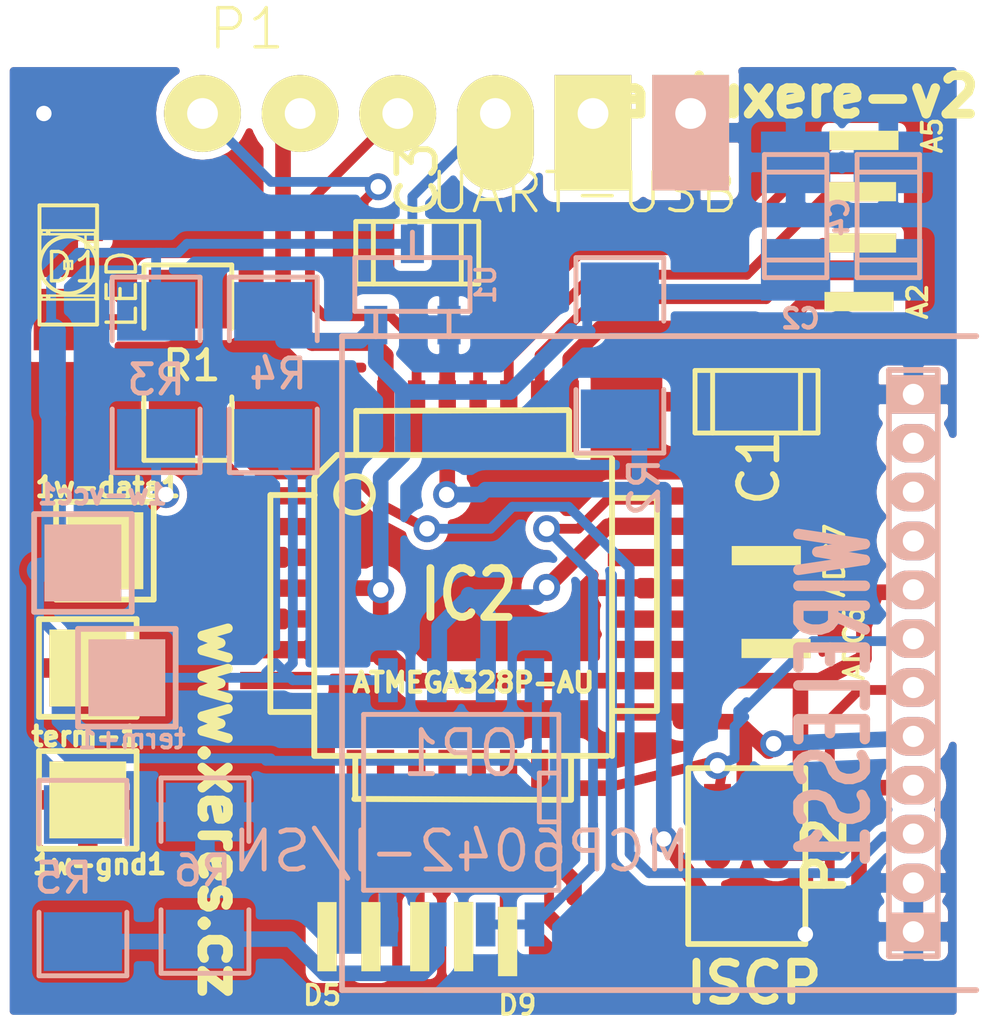
<source format=kicad_pcb>
(kicad_pcb (version 4) (host pcbnew 4.0.6)

  (general
    (links 68)
    (no_connects 0)
    (area 56.866972 47.22205 100.628753 77.00264)
    (thickness 1.6)
    (drawings 21)
    (tracks 295)
    (zones 0)
    (modules 33)
    (nets 32)
  )

  (page A4)
  (title_block
    (title Warduino)
    (company www.xeres.cz)
  )

  (layers
    (0 F.Cu signal)
    (31 B.Cu signal)
    (32 B.Adhes user)
    (33 F.Adhes user)
    (34 B.Paste user)
    (35 F.Paste user)
    (36 B.SilkS user)
    (37 F.SilkS user)
    (38 B.Mask user)
    (39 F.Mask user)
    (40 Dwgs.User user)
    (41 Cmts.User user)
    (42 Eco1.User user)
    (43 Eco2.User user)
    (44 Edge.Cuts user hide)
  )

  (setup
    (last_trace_width 0.4064)
    (trace_clearance 0.3048)
    (zone_clearance 0.508)
    (zone_45_only no)
    (trace_min 0.2032)
    (segment_width 0.2)
    (edge_width 0.15)
    (via_size 0.7)
    (via_drill 0.4)
    (via_min_size 0.3)
    (via_min_drill 0.3)
    (uvia_size 0.508)
    (uvia_drill 0.127)
    (uvias_allowed no)
    (uvia_min_size 0.508)
    (uvia_min_drill 0.127)
    (pcb_text_width 0.3)
    (pcb_text_size 1 1)
    (mod_edge_width 0.15)
    (mod_text_size 1 1)
    (mod_text_width 0.15)
    (pad_size 1.50622 3.01498)
    (pad_drill 0.99822)
    (pad_to_mask_clearance 0)
    (aux_axis_origin 162.2298 84.7344)
    (visible_elements 7FFFFFBF)
    (pcbplotparams
      (layerselection 0x00030_80000001)
      (usegerberextensions false)
      (excludeedgelayer false)
      (linewidth 0.150000)
      (plotframeref false)
      (viasonmask false)
      (mode 1)
      (useauxorigin false)
      (hpglpennumber 1)
      (hpglpenspeed 20)
      (hpglpendiameter 15)
      (hpglpenoverlay 2)
      (psnegative false)
      (psa4output false)
      (plotreference true)
      (plotvalue true)
      (plotinvisibletext false)
      (padsonsilk false)
      (subtractmaskfromsilk false)
      (outputformat 1)
      (mirror false)
      (drillshape 0)
      (scaleselection 1)
      (outputdirectory Gerber/))
  )

  (net 0 "")
  (net 1 +3.3V)
  (net 2 +5V)
  (net 3 GND)
  (net 4 N-000001)
  (net 5 N-0000013)
  (net 6 N-0000014)
  (net 7 N-0000018)
  (net 8 N-0000019)
  (net 9 N-000002)
  (net 10 N-0000020)
  (net 11 N-0000021)
  (net 12 N-0000023)
  (net 13 N-0000024)
  (net 14 N-0000025)
  (net 15 N-0000026)
  (net 16 N-0000027)
  (net 17 N-0000028)
  (net 18 N-0000029)
  (net 19 N-0000030)
  (net 20 N-0000031)
  (net 21 N-0000032)
  (net 22 N-0000033)
  (net 23 N-0000034)
  (net 24 N-0000035)
  (net 25 N-0000036)
  (net 26 N-0000037)
  (net 27 N-000004)
  (net 28 N-000006)
  (net 29 N-000007)
  (net 30 N-000008)
  (net 31 N-000009)

  (net_class Default "Toto je výchozí třída sítě."
    (clearance 0.3048)
    (trace_width 0.4064)
    (via_dia 0.7)
    (via_drill 0.4)
    (uvia_dia 0.508)
    (uvia_drill 0.127)
    (add_net +3.3V)
    (add_net N-0000014)
    (add_net N-0000018)
    (add_net N-0000019)
    (add_net N-0000023)
    (add_net N-0000031)
    (add_net N-0000032)
    (add_net N-0000033)
    (add_net N-0000036)
    (add_net N-0000037)
    (add_net N-000004)
    (add_net N-000007)
    (add_net N-000008)
    (add_net N-000009)
  )

  (net_class power ""
    (clearance 0.3048)
    (trace_width 0.635)
    (via_dia 0.7)
    (via_drill 0.4)
    (uvia_dia 0.508)
    (uvia_drill 0.127)
  )

  (net_class puvodni ""
    (clearance 0.2032)
    (trace_width 0.254)
    (via_dia 0.7)
    (via_drill 0.4)
    (uvia_dia 0.508)
    (uvia_drill 0.127)
    (add_net +5V)
    (add_net GND)
    (add_net N-000001)
    (add_net N-0000013)
    (add_net N-000002)
    (add_net N-0000020)
    (add_net N-0000021)
    (add_net N-0000024)
    (add_net N-0000025)
    (add_net N-0000026)
    (add_net N-0000027)
    (add_net N-0000028)
    (add_net N-0000029)
    (add_net N-0000030)
    (add_net N-0000034)
    (add_net N-0000035)
    (add_net N-000006)
  )

  (module SM1206 (layer B.Cu) (tedit 54AD9254) (tstamp 54AC38C9)
    (at 85.217 56.769 270)
    (path /549EDF65)
    (attr smd)
    (fp_text reference R2 (at 3.429 -0.635 270) (layer B.SilkS)
      (effects (font (size 0.762 0.762) (thickness 0.127)) (justify mirror))
    )
    (fp_text value 10K (at 0 0 270) (layer B.SilkS) hide
      (effects (font (size 0.762 0.762) (thickness 0.127)) (justify mirror))
    )
    (fp_line (start -2.54 1.143) (end -2.54 -1.143) (layer B.SilkS) (width 0.127))
    (fp_line (start -2.54 -1.143) (end -0.889 -1.143) (layer B.SilkS) (width 0.127))
    (fp_line (start 0.889 1.143) (end 2.54 1.143) (layer B.SilkS) (width 0.127))
    (fp_line (start 2.54 1.143) (end 2.54 -1.143) (layer B.SilkS) (width 0.127))
    (fp_line (start 2.54 -1.143) (end 0.889 -1.143) (layer B.SilkS) (width 0.127))
    (fp_line (start -0.889 1.143) (end -2.54 1.143) (layer B.SilkS) (width 0.127))
    (pad 1 smd rect (at -1.651 0 270) (size 1.524 2.032) (layers B.Cu B.Paste B.Mask)
      (net 1 +3.3V))
    (pad 2 smd rect (at 1.651 0 270) (size 1.524 2.032) (layers B.Cu B.Paste B.Mask)
      (net 31 N-000009))
    (model smd/chip_cms.wrl
      (at (xyz 0 0 0))
      (scale (xyz 0.17 0.16 0.16))
      (rotate (xyz 0 0 0))
    )
  )

  (module TQFP32 (layer F.Cu) (tedit 54CCA22E) (tstamp 54CA5A24)
    (at 81.153 63.246)
    (path /549EDA8C)
    (fp_text reference IC2 (at 0.127 -0.254) (layer F.SilkS)
      (effects (font (size 1.27 1.016) (thickness 0.2032)))
    )
    (fp_text value ATMEGA328P-AU (at 0.254 2.032) (layer F.SilkS)
      (effects (font (size 0.5 0.5) (thickness 0.125)))
    )
    (fp_line (start 5.0292 2.7686) (end 3.8862 2.7686) (layer F.SilkS) (width 0.1524))
    (fp_line (start 5.0292 -2.7686) (end 3.9116 -2.7686) (layer F.SilkS) (width 0.1524))
    (fp_line (start 5.0292 2.7686) (end 5.0292 -2.7686) (layer F.SilkS) (width 0.1524))
    (fp_line (start 2.794 3.9624) (end 2.794 5.0546) (layer F.SilkS) (width 0.1524))
    (fp_line (start -2.8194 3.9878) (end -2.8194 5.0546) (layer F.SilkS) (width 0.1524))
    (fp_line (start -2.8448 5.0546) (end 2.794 5.08) (layer F.SilkS) (width 0.1524))
    (fp_line (start -2.794 -5.0292) (end 2.7178 -5.0546) (layer F.SilkS) (width 0.1524))
    (fp_line (start -3.8862 -3.2766) (end -3.8862 3.9116) (layer F.SilkS) (width 0.1524))
    (fp_line (start 2.7432 -5.0292) (end 2.7432 -3.9878) (layer F.SilkS) (width 0.1524))
    (fp_line (start -3.2512 -3.8862) (end 3.81 -3.8862) (layer F.SilkS) (width 0.1524))
    (fp_line (start 3.8608 3.937) (end 3.8608 -3.7846) (layer F.SilkS) (width 0.1524))
    (fp_line (start -3.8862 3.937) (end 3.7338 3.937) (layer F.SilkS) (width 0.1524))
    (fp_line (start -5.0292 -2.8448) (end -5.0292 2.794) (layer F.SilkS) (width 0.1524))
    (fp_line (start -5.0292 2.794) (end -3.8862 2.794) (layer F.SilkS) (width 0.1524))
    (fp_line (start -3.87604 -3.302) (end -3.29184 -3.8862) (layer F.SilkS) (width 0.1524))
    (fp_line (start -5.02412 -2.8448) (end -3.87604 -2.8448) (layer F.SilkS) (width 0.1524))
    (fp_line (start -2.794 -3.8862) (end -2.794 -5.03428) (layer F.SilkS) (width 0.1524))
    (fp_circle (center -2.83972 -2.86004) (end -2.43332 -2.60604) (layer F.SilkS) (width 0.1524))
    (pad 8 smd rect (at -4.81584 2.77622) (size 1.99898 0.44958) (layers F.Cu F.Paste F.Mask))
    (pad 7 smd rect (at -4.81584 1.97612) (size 1.99898 0.44958) (layers F.Cu F.Paste F.Mask))
    (pad 6 smd rect (at -4.81584 1.17602) (size 1.99898 0.44958) (layers F.Cu F.Paste F.Mask)
      (net 1 +3.3V))
    (pad 5 smd rect (at -4.81584 0.37592) (size 1.99898 0.44958) (layers F.Cu F.Paste F.Mask)
      (net 3 GND))
    (pad 4 smd rect (at -4.81584 -0.42418) (size 1.99898 0.44958) (layers F.Cu F.Paste F.Mask)
      (net 1 +3.3V))
    (pad 3 smd rect (at -4.81584 -1.22428) (size 1.99898 0.44958) (layers F.Cu F.Paste F.Mask)
      (net 3 GND))
    (pad 2 smd rect (at -4.81584 -2.02438) (size 1.99898 0.44958) (layers F.Cu F.Paste F.Mask)
      (net 11 N-0000021))
    (pad 1 smd rect (at -4.81584 -2.82448) (size 1.99898 0.44958) (layers F.Cu F.Paste F.Mask)
      (net 17 N-0000028))
    (pad 24 smd rect (at 4.7498 -2.8194) (size 1.99898 0.44958) (layers F.Cu F.Paste F.Mask)
      (net 4 N-000001))
    (pad 17 smd rect (at 4.7498 2.794) (size 1.99898 0.44958) (layers F.Cu F.Paste F.Mask)
      (net 30 N-000008))
    (pad 18 smd rect (at 4.7498 1.9812) (size 1.99898 0.44958) (layers F.Cu F.Paste F.Mask)
      (net 1 +3.3V))
    (pad 19 smd rect (at 4.7498 1.1684) (size 1.99898 0.44958) (layers F.Cu F.Paste F.Mask)
      (net 13 N-0000024))
    (pad 20 smd rect (at 4.7498 0.381) (size 1.99898 0.44958) (layers F.Cu F.Paste F.Mask)
      (net 10 N-0000020))
    (pad 21 smd rect (at 4.7498 -0.4318) (size 1.99898 0.44958) (layers F.Cu F.Paste F.Mask)
      (net 3 GND))
    (pad 22 smd rect (at 4.7498 -1.2192) (size 1.99898 0.44958) (layers F.Cu F.Paste F.Mask)
      (net 22 N-0000033))
    (pad 23 smd rect (at 4.7498 -2.032) (size 1.99898 0.44958) (layers F.Cu F.Paste F.Mask)
      (net 27 N-000004))
    (pad 32 smd rect (at -2.82448 -4.826) (size 0.44958 1.99898) (layers F.Cu F.Paste F.Mask)
      (net 9 N-000002))
    (pad 31 smd rect (at -2.02692 -4.826) (size 0.44958 1.99898) (layers F.Cu F.Paste F.Mask)
      (net 12 N-0000023))
    (pad 30 smd rect (at -1.22428 -4.826) (size 0.44958 1.99898) (layers F.Cu F.Paste F.Mask)
      (net 24 N-0000035))
    (pad 29 smd rect (at -0.42672 -4.826) (size 0.44958 1.99898) (layers F.Cu F.Paste F.Mask)
      (net 31 N-000009))
    (pad 28 smd rect (at 0.37592 -4.826) (size 0.44958 1.99898) (layers F.Cu F.Paste F.Mask)
      (net 14 N-0000025))
    (pad 27 smd rect (at 1.17348 -4.826) (size 0.44958 1.99898) (layers F.Cu F.Paste F.Mask)
      (net 15 N-0000026))
    (pad 26 smd rect (at 1.97612 -4.826) (size 0.44958 1.99898) (layers F.Cu F.Paste F.Mask)
      (net 19 N-0000030))
    (pad 25 smd rect (at 2.77368 -4.826) (size 0.44958 1.99898) (layers F.Cu F.Paste F.Mask)
      (net 20 N-0000031))
    (pad 9 smd rect (at -2.8194 4.7752) (size 0.44958 1.99898) (layers F.Cu F.Paste F.Mask)
      (net 26 N-0000037))
    (pad 10 smd rect (at -2.032 4.7752) (size 0.44958 1.99898) (layers F.Cu F.Paste F.Mask)
      (net 25 N-0000036))
    (pad 11 smd rect (at -1.2192 4.7752) (size 0.44958 1.99898) (layers F.Cu F.Paste F.Mask)
      (net 23 N-0000034))
    (pad 12 smd rect (at -0.4318 4.7752) (size 0.44958 1.99898) (layers F.Cu F.Paste F.Mask)
      (net 18 N-0000029))
    (pad 13 smd rect (at 0.3556 4.7752) (size 0.44958 1.99898) (layers F.Cu F.Paste F.Mask)
      (net 21 N-0000032))
    (pad 14 smd rect (at 1.1684 4.7752) (size 0.44958 1.99898) (layers F.Cu F.Paste F.Mask)
      (net 5 N-0000013))
    (pad 15 smd rect (at 1.9812 4.7752) (size 0.44958 1.99898) (layers F.Cu F.Paste F.Mask)
      (net 6 N-0000014))
    (pad 16 smd rect (at 2.794 4.7752) (size 0.44958 1.99898) (layers F.Cu F.Paste F.Mask)
      (net 8 N-0000019))
    (model smd/tqfp32.wrl
      (at (xyz 0 0 0))
      (scale (xyz 1 1 1))
      (rotate (xyz 0 0 0))
    )
  )

  (module SM1206 (layer F.Cu) (tedit 54AF95D6) (tstamp 54AF95D1)
    (at 73.9775 56.9595 270)
    (path /549C19FF)
    (attr smd)
    (fp_text reference R1 (at 0.0762 -0.1016 360) (layer F.SilkS)
      (effects (font (size 0.762 0.762) (thickness 0.127)))
    )
    (fp_text value 330R (at 0.0508 -1.397 270) (layer F.SilkS) hide
      (effects (font (size 0.762 0.762) (thickness 0.127)))
    )
    (fp_line (start -2.54 -1.143) (end -2.54 1.143) (layer F.SilkS) (width 0.127))
    (fp_line (start -2.54 1.143) (end -0.889 1.143) (layer F.SilkS) (width 0.127))
    (fp_line (start 0.889 -1.143) (end 2.54 -1.143) (layer F.SilkS) (width 0.127))
    (fp_line (start 2.54 -1.143) (end 2.54 1.143) (layer F.SilkS) (width 0.127))
    (fp_line (start 2.54 1.143) (end 0.889 1.143) (layer F.SilkS) (width 0.127))
    (fp_line (start -0.889 -1.143) (end -2.54 -1.143) (layer F.SilkS) (width 0.127))
    (pad 1 smd rect (at -1.651 0 270) (size 1.524 2.032) (layers F.Cu F.Paste F.Mask)
      (net 7 N-0000018))
    (pad 2 smd rect (at 1.651 0 270) (size 1.524 2.032) (layers F.Cu F.Paste F.Mask)
      (net 17 N-0000028))
    (model smd/chip_cms.wrl
      (at (xyz 0 0 0))
      (scale (xyz 0.17 0.16 0.16))
      (rotate (xyz 0 0 0))
    )
  )

  (module LED-1206 (layer F.Cu) (tedit 54AE8270) (tstamp 54AE798B)
    (at 70.866 54.4195 90)
    (descr "LED 1206 smd package")
    (tags "LED1206 SMD")
    (path /549C1408)
    (attr smd)
    (fp_text reference D1 (at -0.0635 0.127 180) (layer F.SilkS)
      (effects (font (size 0.762 0.762) (thickness 0.0889)))
    )
    (fp_text value LED (at -0.635 1.397 90) (layer F.SilkS)
      (effects (font (size 0.762 0.762) (thickness 0.0889)))
    )
    (fp_line (start -0.09906 0.09906) (end 0.09906 0.09906) (layer F.SilkS) (width 0.06604))
    (fp_line (start 0.09906 0.09906) (end 0.09906 -0.09906) (layer F.SilkS) (width 0.06604))
    (fp_line (start -0.09906 -0.09906) (end 0.09906 -0.09906) (layer F.SilkS) (width 0.06604))
    (fp_line (start -0.09906 0.09906) (end -0.09906 -0.09906) (layer F.SilkS) (width 0.06604))
    (fp_line (start 0.44958 0.6985) (end 0.79756 0.6985) (layer F.SilkS) (width 0.06604))
    (fp_line (start 0.79756 0.6985) (end 0.79756 0.44958) (layer F.SilkS) (width 0.06604))
    (fp_line (start 0.44958 0.44958) (end 0.79756 0.44958) (layer F.SilkS) (width 0.06604))
    (fp_line (start 0.44958 0.6985) (end 0.44958 0.44958) (layer F.SilkS) (width 0.06604))
    (fp_line (start 0.79756 0.6985) (end 0.89916 0.6985) (layer F.SilkS) (width 0.06604))
    (fp_line (start 0.89916 0.6985) (end 0.89916 -0.49784) (layer F.SilkS) (width 0.06604))
    (fp_line (start 0.79756 -0.49784) (end 0.89916 -0.49784) (layer F.SilkS) (width 0.06604))
    (fp_line (start 0.79756 0.6985) (end 0.79756 -0.49784) (layer F.SilkS) (width 0.06604))
    (fp_line (start 0.79756 -0.54864) (end 0.89916 -0.54864) (layer F.SilkS) (width 0.06604))
    (fp_line (start 0.89916 -0.54864) (end 0.89916 -0.6985) (layer F.SilkS) (width 0.06604))
    (fp_line (start 0.79756 -0.6985) (end 0.89916 -0.6985) (layer F.SilkS) (width 0.06604))
    (fp_line (start 0.79756 -0.54864) (end 0.79756 -0.6985) (layer F.SilkS) (width 0.06604))
    (fp_line (start -0.89916 0.6985) (end -0.79756 0.6985) (layer F.SilkS) (width 0.06604))
    (fp_line (start -0.79756 0.6985) (end -0.79756 -0.49784) (layer F.SilkS) (width 0.06604))
    (fp_line (start -0.89916 -0.49784) (end -0.79756 -0.49784) (layer F.SilkS) (width 0.06604))
    (fp_line (start -0.89916 0.6985) (end -0.89916 -0.49784) (layer F.SilkS) (width 0.06604))
    (fp_line (start -0.89916 -0.54864) (end -0.79756 -0.54864) (layer F.SilkS) (width 0.06604))
    (fp_line (start -0.79756 -0.54864) (end -0.79756 -0.6985) (layer F.SilkS) (width 0.06604))
    (fp_line (start -0.89916 -0.6985) (end -0.79756 -0.6985) (layer F.SilkS) (width 0.06604))
    (fp_line (start -0.89916 -0.54864) (end -0.89916 -0.6985) (layer F.SilkS) (width 0.06604))
    (fp_line (start 0.44958 0.6985) (end 0.59944 0.6985) (layer F.SilkS) (width 0.06604))
    (fp_line (start 0.59944 0.6985) (end 0.59944 0.44958) (layer F.SilkS) (width 0.06604))
    (fp_line (start 0.44958 0.44958) (end 0.59944 0.44958) (layer F.SilkS) (width 0.06604))
    (fp_line (start 0.44958 0.6985) (end 0.44958 0.44958) (layer F.SilkS) (width 0.06604))
    (fp_line (start 1.5494 0.7493) (end -1.5494 0.7493) (layer F.SilkS) (width 0.1016))
    (fp_line (start -1.5494 0.7493) (end -1.5494 -0.7493) (layer F.SilkS) (width 0.1016))
    (fp_line (start -1.5494 -0.7493) (end 1.5494 -0.7493) (layer F.SilkS) (width 0.1016))
    (fp_line (start 1.5494 -0.7493) (end 1.5494 0.7493) (layer F.SilkS) (width 0.1016))
    (fp_arc (start 0 0) (end 0.54864 0.49784) (angle 95.4) (layer F.SilkS) (width 0.1016))
    (fp_arc (start 0 0) (end -0.54864 0.49784) (angle 84.5) (layer F.SilkS) (width 0.1016))
    (fp_arc (start 0 0) (end -0.54864 -0.49784) (angle 95.4) (layer F.SilkS) (width 0.1016))
    (fp_arc (start 0 0) (end 0.54864 -0.49784) (angle 84.5) (layer F.SilkS) (width 0.1016))
    (pad 1 smd rect (at -1.41986 0 90) (size 1.59766 1.80086) (layers F.Cu F.Paste F.Mask)
      (net 7 N-0000018))
    (pad 2 smd rect (at 1.41986 0 90) (size 1.59766 1.80086) (layers F.Cu F.Paste F.Mask)
      (net 3 GND))
  )

  (module c_1206 (layer F.Cu) (tedit 54CC9DE7) (tstamp 54A0142D)
    (at 88.773 57.9755)
    (descr "SMT capacitor, 1206")
    (path /549ED96E)
    (fp_text reference C1 (at 0.0635 1.7145 90) (layer F.SilkS)
      (effects (font (size 1 1) (thickness 0.15)))
    )
    (fp_text value 100n (at 0 1.27) (layer F.SilkS) hide
      (effects (font (size 0.50038 0.50038) (thickness 0.11938)))
    )
    (fp_line (start 1.143 0.8128) (end 1.143 -0.8128) (layer F.SilkS) (width 0.127))
    (fp_line (start -1.143 -0.8128) (end -1.143 0.8128) (layer F.SilkS) (width 0.127))
    (fp_line (start -1.6002 -0.8128) (end -1.6002 0.8128) (layer F.SilkS) (width 0.127))
    (fp_line (start -1.6002 0.8128) (end 1.6002 0.8128) (layer F.SilkS) (width 0.127))
    (fp_line (start 1.6002 0.8128) (end 1.6002 -0.8128) (layer F.SilkS) (width 0.127))
    (fp_line (start 1.6002 -0.8128) (end -1.6002 -0.8128) (layer F.SilkS) (width 0.127))
    (pad 1 smd rect (at 1.397 0) (size 1.6002 1.8034) (layers F.Cu F.Paste F.Mask)
      (net 10 N-0000020))
    (pad 2 smd rect (at -1.397 0) (size 1.6002 1.8034) (layers F.Cu F.Paste F.Mask)
      (net 3 GND))
    (model smd/capacitors/c_1206.wrl
      (at (xyz 0 0 0))
      (scale (xyz 1 1 1))
      (rotate (xyz 0 0 0))
    )
  )

  (module c_1206 (layer B.Cu) (tedit 54AD92A1) (tstamp 549EDF38)
    (at 89.789 53.1495 270)
    (descr "SMT capacitor, 1206")
    (path /549ED97D)
    (fp_text reference C2 (at 2.667 -0.127 360) (layer B.SilkS)
      (effects (font (size 0.50038 0.50038) (thickness 0.11938)) (justify mirror))
    )
    (fp_text value 100n (at 0 -1.27 270) (layer B.SilkS) hide
      (effects (font (size 0.50038 0.50038) (thickness 0.11938)) (justify mirror))
    )
    (fp_line (start 1.143 -0.8128) (end 1.143 0.8128) (layer B.SilkS) (width 0.127))
    (fp_line (start -1.143 0.8128) (end -1.143 -0.8128) (layer B.SilkS) (width 0.127))
    (fp_line (start -1.6002 0.8128) (end -1.6002 -0.8128) (layer B.SilkS) (width 0.127))
    (fp_line (start -1.6002 -0.8128) (end 1.6002 -0.8128) (layer B.SilkS) (width 0.127))
    (fp_line (start 1.6002 -0.8128) (end 1.6002 0.8128) (layer B.SilkS) (width 0.127))
    (fp_line (start 1.6002 0.8128) (end -1.6002 0.8128) (layer B.SilkS) (width 0.127))
    (pad 1 smd rect (at 1.397 0 270) (size 1.6002 1.8034) (layers B.Cu B.Paste B.Mask)
      (net 1 +3.3V))
    (pad 2 smd rect (at -1.397 0 270) (size 1.6002 1.8034) (layers B.Cu B.Paste B.Mask)
      (net 3 GND))
    (model smd/capacitors/c_1206.wrl
      (at (xyz 0 0 0))
      (scale (xyz 1 1 1))
      (rotate (xyz 0 0 0))
    )
  )

  (module c_1206 (layer F.Cu) (tedit 54AD9083) (tstamp 549EDF44)
    (at 79.9465 54.102 180)
    (descr "SMT capacitor, 1206")
    (path /549ED99B)
    (fp_text reference C3 (at 0 1.905 270) (layer F.SilkS)
      (effects (font (size 1 1) (thickness 0.15)))
    )
    (fp_text value 100n (at 0 1.27 180) (layer F.SilkS) hide
      (effects (font (size 0.50038 0.50038) (thickness 0.11938)))
    )
    (fp_line (start 1.143 0.8128) (end 1.143 -0.8128) (layer F.SilkS) (width 0.127))
    (fp_line (start -1.143 -0.8128) (end -1.143 0.8128) (layer F.SilkS) (width 0.127))
    (fp_line (start -1.6002 -0.8128) (end -1.6002 0.8128) (layer F.SilkS) (width 0.127))
    (fp_line (start -1.6002 0.8128) (end 1.6002 0.8128) (layer F.SilkS) (width 0.127))
    (fp_line (start 1.6002 0.8128) (end 1.6002 -0.8128) (layer F.SilkS) (width 0.127))
    (fp_line (start 1.6002 -0.8128) (end -1.6002 -0.8128) (layer F.SilkS) (width 0.127))
    (pad 1 smd rect (at 1.397 0 180) (size 1.6002 1.8034) (layers F.Cu F.Paste F.Mask)
      (net 16 N-0000027))
    (pad 2 smd rect (at -1.397 0 180) (size 1.6002 1.8034) (layers F.Cu F.Paste F.Mask)
      (net 31 N-000009))
    (model smd/capacitors/c_1206.wrl
      (at (xyz 0 0 0))
      (scale (xyz 1 1 1))
      (rotate (xyz 0 0 0))
    )
  )

  (module SM1206 (layer B.Cu) (tedit 54CC9A9A) (tstamp 54AE9AC5)
    (at 73.152 57.277 270)
    (path /549EE87F)
    (attr smd)
    (fp_text reference R3 (at 0.127 0 360) (layer B.SilkS)
      (effects (font (size 0.762 0.762) (thickness 0.127)) (justify mirror))
    )
    (fp_text value 4K7 (at 0 0 270) (layer B.SilkS) hide
      (effects (font (size 0.762 0.762) (thickness 0.127)) (justify mirror))
    )
    (fp_line (start -2.54 1.143) (end -2.54 -1.143) (layer B.SilkS) (width 0.127))
    (fp_line (start -2.54 -1.143) (end -0.889 -1.143) (layer B.SilkS) (width 0.127))
    (fp_line (start 0.889 1.143) (end 2.54 1.143) (layer B.SilkS) (width 0.127))
    (fp_line (start 2.54 1.143) (end 2.54 -1.143) (layer B.SilkS) (width 0.127))
    (fp_line (start 2.54 -1.143) (end 0.889 -1.143) (layer B.SilkS) (width 0.127))
    (fp_line (start -0.889 1.143) (end -2.54 1.143) (layer B.SilkS) (width 0.127))
    (pad 1 smd rect (at -1.651 0 270) (size 1.524 2.032) (layers B.Cu B.Paste B.Mask)
      (net 2 +5V))
    (pad 2 smd rect (at 1.651 0 270) (size 1.524 2.032) (layers B.Cu B.Paste B.Mask)
      (net 11 N-0000021))
    (model smd/chip_cms.wrl
      (at (xyz 0 0 0))
      (scale (xyz 0.17 0.16 0.16))
      (rotate (xyz 0 0 0))
    )
  )

  (module SM1206 (layer B.Cu) (tedit 54CA310D) (tstamp 54AEA3B9)
    (at 71.247 70.358 270)
    (path /549EF095)
    (attr smd)
    (fp_text reference R5 (at 0 0.508 360) (layer B.SilkS)
      (effects (font (size 0.762 0.762) (thickness 0.127)) (justify mirror))
    )
    (fp_text value 1M (at 0 0 270) (layer B.SilkS) hide
      (effects (font (size 0.762 0.762) (thickness 0.127)) (justify mirror))
    )
    (fp_line (start -2.54 1.143) (end -2.54 -1.143) (layer B.SilkS) (width 0.127))
    (fp_line (start -2.54 -1.143) (end -0.889 -1.143) (layer B.SilkS) (width 0.127))
    (fp_line (start 0.889 1.143) (end 2.54 1.143) (layer B.SilkS) (width 0.127))
    (fp_line (start 2.54 1.143) (end 2.54 -1.143) (layer B.SilkS) (width 0.127))
    (fp_line (start 2.54 -1.143) (end 0.889 -1.143) (layer B.SilkS) (width 0.127))
    (fp_line (start -0.889 1.143) (end -2.54 1.143) (layer B.SilkS) (width 0.127))
    (pad 1 smd rect (at -1.651 0 270) (size 1.524 2.032) (layers B.Cu B.Paste B.Mask)
      (net 2 +5V))
    (pad 2 smd rect (at 1.651 0 270) (size 1.524 2.032) (layers B.Cu B.Paste B.Mask)
      (net 29 N-000007))
    (model smd/chip_cms.wrl
      (at (xyz 0 0 0))
      (scale (xyz 0.17 0.16 0.16))
      (rotate (xyz 0 0 0))
    )
  )

  (module SM1206 (layer B.Cu) (tedit 54AF9555) (tstamp 549EF7D4)
    (at 76.2 57.277 270)
    (path /549EF0A4)
    (attr smd)
    (fp_text reference R4 (at -0.0254 -0.127 360) (layer B.SilkS)
      (effects (font (size 0.762 0.762) (thickness 0.127)) (justify mirror))
    )
    (fp_text value 10K (at 0 0 270) (layer B.SilkS) hide
      (effects (font (size 0.762 0.762) (thickness 0.127)) (justify mirror))
    )
    (fp_line (start -2.54 1.143) (end -2.54 -1.143) (layer B.SilkS) (width 0.127))
    (fp_line (start -2.54 -1.143) (end -0.889 -1.143) (layer B.SilkS) (width 0.127))
    (fp_line (start 0.889 1.143) (end 2.54 1.143) (layer B.SilkS) (width 0.127))
    (fp_line (start 2.54 1.143) (end 2.54 -1.143) (layer B.SilkS) (width 0.127))
    (fp_line (start 2.54 -1.143) (end 0.889 -1.143) (layer B.SilkS) (width 0.127))
    (fp_line (start -0.889 1.143) (end -2.54 1.143) (layer B.SilkS) (width 0.127))
    (pad 1 smd rect (at -1.651 0 270) (size 1.524 2.032) (layers B.Cu B.Paste B.Mask)
      (net 1 +3.3V))
    (pad 2 smd rect (at 1.651 0 270) (size 1.524 2.032) (layers B.Cu B.Paste B.Mask)
      (net 28 N-000006))
    (model smd/chip_cms.wrl
      (at (xyz 0 0 0))
      (scale (xyz 0.17 0.16 0.16))
      (rotate (xyz 0 0 0))
    )
  )

  (module SM1206 (layer B.Cu) (tedit 54CA44A4) (tstamp 54AEA3C6)
    (at 74.422 70.2945 90)
    (path /549EF0B3)
    (attr smd)
    (fp_text reference R6 (at 0.127 -0.0635 180) (layer B.SilkS)
      (effects (font (size 0.762 0.762) (thickness 0.127)) (justify mirror))
    )
    (fp_text value 1M (at 0 0 90) (layer B.SilkS) hide
      (effects (font (size 0.762 0.762) (thickness 0.127)) (justify mirror))
    )
    (fp_line (start -2.54 1.143) (end -2.54 -1.143) (layer B.SilkS) (width 0.127))
    (fp_line (start -2.54 -1.143) (end -0.889 -1.143) (layer B.SilkS) (width 0.127))
    (fp_line (start 0.889 1.143) (end 2.54 1.143) (layer B.SilkS) (width 0.127))
    (fp_line (start 2.54 1.143) (end 2.54 -1.143) (layer B.SilkS) (width 0.127))
    (fp_line (start 2.54 -1.143) (end 0.889 -1.143) (layer B.SilkS) (width 0.127))
    (fp_line (start -0.889 1.143) (end -2.54 1.143) (layer B.SilkS) (width 0.127))
    (pad 1 smd rect (at -1.651 0 90) (size 1.524 2.032) (layers B.Cu B.Paste B.Mask)
      (net 29 N-000007))
    (pad 2 smd rect (at 1.651 0 90) (size 1.524 2.032) (layers B.Cu B.Paste B.Mask)
      (net 3 GND))
    (model smd/chip_cms.wrl
      (at (xyz 0 0 0))
      (scale (xyz 0.17 0.16 0.16))
      (rotate (xyz 0 0 0))
    )
  )

  (module sot23 (layer B.Cu) (tedit 54AEBD3E) (tstamp 549F239F)
    (at 79.8195 54.9275 180)
    (descr SOT23)
    (path /549F240C)
    (attr smd)
    (fp_text reference U1 (at -1.905 0 270) (layer B.SilkS)
      (effects (font (size 0.50038 0.50038) (thickness 0.09906)) (justify mirror))
    )
    (fp_text value MCP1700T-3302E/TT (at 0 -0.09906 180) (layer B.SilkS) hide
      (effects (font (size 0.50038 0.50038) (thickness 0.09906)) (justify mirror))
    )
    (fp_line (start 0.9525 -0.6985) (end 0.9525 -1.3589) (layer B.SilkS) (width 0.127))
    (fp_line (start -0.9525 -0.6985) (end -0.9525 -1.3589) (layer B.SilkS) (width 0.127))
    (fp_line (start 0 0.6985) (end 0 1.3589) (layer B.SilkS) (width 0.127))
    (fp_line (start -1.4986 0.6985) (end 1.4986 0.6985) (layer B.SilkS) (width 0.127))
    (fp_line (start 1.4986 0.6985) (end 1.4986 -0.6985) (layer B.SilkS) (width 0.127))
    (fp_line (start 1.4986 -0.6985) (end -1.4986 -0.6985) (layer B.SilkS) (width 0.127))
    (fp_line (start -1.4986 -0.6985) (end -1.4986 0.6985) (layer B.SilkS) (width 0.127))
    (pad 1 smd rect (at -0.9525 -1.05664 180) (size 0.59944 1.00076) (layers B.Cu B.Paste B.Mask)
      (net 3 GND))
    (pad 2 smd rect (at 0 1.05664 180) (size 0.59944 1.00076) (layers B.Cu B.Paste B.Mask)
      (net 2 +5V))
    (pad 3 smd rect (at 0.9525 -1.05664 180) (size 0.59944 1.00076) (layers B.Cu B.Paste B.Mask)
      (net 1 +3.3V))
    (model smd/smd_transistors/sot23.wrl
      (at (xyz 0 0 0))
      (scale (xyz 1 1 1))
      (rotate (xyz 0 0 0))
    )
  )

  (module 1PIN_SMDx (layer B.Cu) (tedit 54CD1336) (tstamp 54AC318F)
    (at 72.39 65.151)
    (descr "module 1 pin (ou trou mecanique de percage)")
    (tags DEV)
    (path /549EFE60)
    (fp_text reference term+1 (at 0.127 1.5875) (layer B.SilkS)
      (effects (font (size 0.5 0.5) (thickness 0.1)) (justify mirror))
    )
    (fp_text value CONN_1 (at -6.2992 -7.1628) (layer B.SilkS) hide
      (effects (font (size 1.016 1.016) (thickness 0.254)) (justify mirror))
    )
    (fp_line (start -1.27 1.27) (end 1.27 1.27) (layer B.SilkS) (width 0.15))
    (fp_line (start 1.27 1.27) (end 1.27 -1.27) (layer B.SilkS) (width 0.15))
    (fp_line (start 1.27 -1.27) (end -1.27 -1.27) (layer B.SilkS) (width 0.15))
    (fp_line (start -1.27 -1.27) (end -1.27 1.27) (layer B.SilkS) (width 0.15))
    (pad 1 smd rect (at 0 0) (size 2 2) (layers B.Cu B.Paste B.SilkS B.Mask)
      (net 28 N-000006))
  )

  (module 1PIN_SMDx (layer F.Cu) (tedit 54CCA302) (tstamp 54CD1209)
    (at 71.374 64.897)
    (descr "module 1 pin (ou trou mecanique de percage)")
    (tags DEV)
    (path /549EFE6F)
    (fp_text reference term-1 (at -0.0635 1.778) (layer F.SilkS)
      (effects (font (size 0.5 0.5) (thickness 0.125)))
    )
    (fp_text value CONN_1 (at -10.0584 -0.5588) (layer F.SilkS) hide
      (effects (font (size 1.016 1.016) (thickness 0.254)))
    )
    (fp_line (start -1.27 -1.27) (end 1.27 -1.27) (layer F.SilkS) (width 0.15))
    (fp_line (start 1.27 -1.27) (end 1.27 1.27) (layer F.SilkS) (width 0.15))
    (fp_line (start 1.27 1.27) (end -1.27 1.27) (layer F.SilkS) (width 0.15))
    (fp_line (start -1.27 1.27) (end -1.27 -1.27) (layer F.SilkS) (width 0.15))
    (pad 1 smd rect (at 0 0) (size 2 2) (layers F.Cu F.Paste F.SilkS F.Mask)
      (net 3 GND))
  )

  (module 1PIN_SMDx (layer B.Cu) (tedit 54AF93BB) (tstamp 54A0670E)
    (at 71.247 62.1665)
    (descr "module 1 pin (ou trou mecanique de percage)")
    (tags DEV)
    (path /54A066F9)
    (fp_text reference 1w-vcc1 (at 0.508 -1.778) (layer B.SilkS)
      (effects (font (size 0.5 0.5) (thickness 0.125)) (justify mirror))
    )
    (fp_text value CONN_1 (at -11.0998 0.762) (layer B.SilkS) hide
      (effects (font (size 1.016 1.016) (thickness 0.254)) (justify mirror))
    )
    (fp_line (start -1.27 1.27) (end 1.27 1.27) (layer B.SilkS) (width 0.15))
    (fp_line (start 1.27 1.27) (end 1.27 -1.27) (layer B.SilkS) (width 0.15))
    (fp_line (start 1.27 -1.27) (end -1.27 -1.27) (layer B.SilkS) (width 0.15))
    (fp_line (start -1.27 -1.27) (end -1.27 1.27) (layer B.SilkS) (width 0.15))
    (pad 1 smd rect (at 0 0) (size 2 2) (layers B.Cu B.Paste B.SilkS B.Mask)
      (net 2 +5V))
  )

  (module 1PIN_SMDx (layer F.Cu) (tedit 54AF95EF) (tstamp 54CD1213)
    (at 71.374 68.326)
    (descr "module 1 pin (ou trou mecanique de percage)")
    (tags DEV)
    (path /54A06708)
    (fp_text reference 1w-gnd1 (at 0.3048 1.6764) (layer F.SilkS)
      (effects (font (size 0.5 0.5) (thickness 0.125)))
    )
    (fp_text value CONN_1 (at -6.2992 0.6604) (layer F.SilkS) hide
      (effects (font (size 1 1) (thickness 0.15)))
    )
    (fp_line (start -1.27 -1.27) (end 1.27 -1.27) (layer F.SilkS) (width 0.15))
    (fp_line (start 1.27 -1.27) (end 1.27 1.27) (layer F.SilkS) (width 0.15))
    (fp_line (start 1.27 1.27) (end -1.27 1.27) (layer F.SilkS) (width 0.15))
    (fp_line (start -1.27 1.27) (end -1.27 -1.27) (layer F.SilkS) (width 0.15))
    (pad 1 smd rect (at 0 0) (size 2 2) (layers F.Cu F.Paste F.SilkS F.Mask)
      (net 3 GND))
  )

  (module 1PIN_SMDx (layer F.Cu) (tedit 54CCA70E) (tstamp 54CCA399)
    (at 71.8185 61.849)
    (descr "module 1 pin (ou trou mecanique de percage)")
    (tags DEV)
    (path /54A06717)
    (fp_text reference 1w-data1 (at 0.0762 -1.651) (layer F.SilkS)
      (effects (font (size 0.5 0.5) (thickness 0.125)))
    )
    (fp_text value CONN_1 (at 0.0762 -1.651) (layer F.SilkS) hide
      (effects (font (size 0.5 0.5) (thickness 0.125)))
    )
    (fp_line (start -1.27 -1.27) (end 1.27 -1.27) (layer F.SilkS) (width 0.15))
    (fp_line (start 1.27 -1.27) (end 1.27 1.27) (layer F.SilkS) (width 0.15))
    (fp_line (start 1.27 1.27) (end -1.27 1.27) (layer F.SilkS) (width 0.15))
    (fp_line (start -1.27 1.27) (end -1.27 -1.27) (layer F.SilkS) (width 0.15))
    (pad 1 smd rect (at 0 0) (size 2 2) (layers F.Cu F.Paste F.SilkS F.Mask)
      (net 11 N-0000021))
  )

  (module c_1206 (layer B.Cu) (tedit 490473F0) (tstamp 54AEBE75)
    (at 92.202 53.1495 270)
    (descr "SMT capacitor, 1206")
    (path /54A95933)
    (fp_text reference C4 (at 0.0254 1.2954 270) (layer B.SilkS)
      (effects (font (size 0.50038 0.50038) (thickness 0.11938)) (justify mirror))
    )
    (fp_text value 10u (at 0 -1.27 270) (layer B.SilkS) hide
      (effects (font (size 0.50038 0.50038) (thickness 0.11938)) (justify mirror))
    )
    (fp_line (start 1.143 -0.8128) (end 1.143 0.8128) (layer B.SilkS) (width 0.127))
    (fp_line (start -1.143 0.8128) (end -1.143 -0.8128) (layer B.SilkS) (width 0.127))
    (fp_line (start -1.6002 0.8128) (end -1.6002 -0.8128) (layer B.SilkS) (width 0.127))
    (fp_line (start -1.6002 -0.8128) (end 1.6002 -0.8128) (layer B.SilkS) (width 0.127))
    (fp_line (start 1.6002 -0.8128) (end 1.6002 0.8128) (layer B.SilkS) (width 0.127))
    (fp_line (start 1.6002 0.8128) (end -1.6002 0.8128) (layer B.SilkS) (width 0.127))
    (pad 1 smd rect (at 1.397 0 270) (size 1.6002 1.8034) (layers B.Cu B.Paste B.Mask)
      (net 1 +3.3V))
    (pad 2 smd rect (at -1.397 0 270) (size 1.6002 1.8034) (layers B.Cu B.Paste B.Mask)
      (net 3 GND))
    (model smd/capacitors/c_1206.wrl
      (at (xyz 0 0 0))
      (scale (xyz 1 1 1))
      (rotate (xyz 0 0 0))
    )
  )

  (module PINHEAD1-6x+ (layer F.Cu) (tedit 54CC9349) (tstamp 54CC9382)
    (at 80.7085 50.4825)
    (path /549EDB14)
    (attr virtual)
    (fp_text reference P1 (at -5.2 -2.2) (layer F.SilkS)
      (effects (font (size 1.016 1.016) (thickness 0.0889)))
    )
    (fp_text value UART-USB (at 3.5814 2.0574) (layer F.SilkS)
      (effects (font (size 1.016 1.016) (thickness 0.0889)))
    )
    (pad 1 thru_hole oval (at -6.35 0) (size 2 2) (drill 0.8) (layers *.Cu *.Mask F.Paste F.SilkS)
      (net 16 N-0000027))
    (pad 2 thru_hole oval (at -3.81 0) (size 2 2) (drill 0.8) (layers *.Cu *.Mask F.Paste F.SilkS)
      (net 12 N-0000023))
    (pad 3 thru_hole oval (at -1.27 0) (size 2 2) (drill 0.8) (layers *.Cu *.Mask F.Paste F.SilkS)
      (net 24 N-0000035))
    (pad 4 thru_hole oval (at 1.27 0) (size 2 3) (drill 0.8 (offset 0 0.5)) (layers *.Cu *.Mask F.Paste F.SilkS)
      (net 2 +5V))
    (pad 5 thru_hole rect (at 3.81 0) (size 2 3) (drill 0.8 (offset 0 0.5)) (layers *.Cu *.Mask F.Paste F.SilkS))
    (pad 6 thru_hole rect (at 6.35 0) (size 2 3) (drill 0.8 (offset 0 0.5)) (layers *.Cu *.SilkS F.Paste F.Mask)
      (net 3 GND))
  )

  (module si4432 (layer B.Cu) (tedit 54CC99B8) (tstamp 54CC959C)
    (at 94.488 64.77 90)
    (descr "Connecteur 12 pins")
    (tags "CONN DEV")
    (path /54CA5A7C)
    (fp_text reference WIRELESS1 (at -0.889 -3.683 90) (layer B.SilkS)
      (effects (font (size 1.72974 1.08712) (thickness 0.3048)) (justify mirror))
    )
    (fp_text value SI4432 (at 2.4765 3.175 180) (layer B.SilkS) hide
      (effects (font (size 1.524 1.016) (thickness 0.254)) (justify mirror))
    )
    (fp_line (start 8.5 -16.5) (end 8.5 0) (layer B.SilkS) (width 0.15))
    (fp_line (start 0 -16.5) (end -8.5 -16.5) (layer B.SilkS) (width 0.15))
    (fp_line (start -8.5 -16.5) (end -8.5 0) (layer B.SilkS) (width 0.15))
    (fp_line (start 0 -16.5) (end 8.5 -16.5) (layer B.SilkS) (width 0.15))
    (fp_line (start -7.62 -1) (end 7.62 -1) (layer B.SilkS) (width 0.15))
    (fp_line (start 7.62 -1) (end 7.62 -2.27) (layer B.SilkS) (width 0.15))
    (fp_line (start 7.62 -2.27) (end -7.62 -2.27) (layer B.SilkS) (width 0.15))
    (fp_line (start -7.62 -2.27) (end -7.62 -1) (layer B.SilkS) (width 0.15))
    (pad 1 thru_hole rect (at 6.985 -1.635 270) (size 1 1.3) (drill 0.55) (layers *.Cu *.Mask B.SilkS)
      (net 3 GND))
    (pad 2 thru_hole oval (at 5.715 -1.635 270) (size 1 1.3) (drill 0.55) (layers *.Cu *.Mask B.SilkS))
    (pad 3 thru_hole oval (at 4.445 -1.635 270) (size 1 1.3) (drill 0.55) (layers *.Cu *.Mask B.SilkS))
    (pad 4 thru_hole oval (at 3.175 -1.635 270) (size 1 1.3) (drill 0.55) (layers *.Cu *.Mask B.SilkS))
    (pad 5 thru_hole oval (at 1.905 -1.635 270) (size 1 1.3) (drill 0.55) (layers *.Cu *.Mask B.SilkS)
      (net 1 +3.3V))
    (pad 6 thru_hole oval (at 0.635 -1.635 270) (size 1 1.3) (drill 0.55) (layers *.Cu *.Mask B.SilkS)
      (net 8 N-0000019))
    (pad 7 thru_hole oval (at -0.635 -1.635 270) (size 1 1.3) (drill 0.55) (layers *.Cu *.Mask B.SilkS)
      (net 6 N-0000014))
    (pad 8 thru_hole oval (at -1.905 -1.635 270) (size 1 1.3) (drill 0.55) (layers *.Cu *.Mask B.SilkS)
      (net 30 N-000008))
    (pad 9 thru_hole oval (at -3.175 -1.635 270) (size 1 1.3) (drill 0.55) (layers *.Cu *.Mask B.SilkS)
      (net 5 N-0000013))
    (pad 10 thru_hole oval (at -4.445 -1.635 270) (size 1 1.3) (drill 0.55) (layers *.Cu *.Mask B.SilkS)
      (net 9 N-000002))
    (pad 11 thru_hole oval (at -5.715 -1.635 270) (size 1 1.3) (drill 0.55) (layers *.Cu *.Mask B.SilkS)
      (net 3 GND))
    (pad 12 thru_hole rect (at -6.985 -1.635 270) (size 1 1.3) (drill 0.55) (layers *.Cu *.Mask B.SilkS)
      (net 3 GND))
  )

  (module 1PIN_SMDxx (layer F.Cu) (tedit 54CCA0D2) (tstamp 54CC9D5A)
    (at 91.5035 53.848 90)
    (descr "module 1 pin (ou trou mecanique de percage)")
    (tags DEV)
    (path /54AA8B62)
    (fp_text reference A3 (at 0.381 1.651 90) (layer F.SilkS) hide
      (effects (font (size 1.016 1.016) (thickness 0.254)))
    )
    (fp_text value CONN_1 (at 0.24892 3.74904 90) (layer F.SilkS) hide
      (effects (font (size 1.016 1.016) (thickness 0.254)))
    )
    (pad 1 smd rect (at 0 0 90) (size 0.5 1.8) (layers F.Cu F.Paste F.SilkS F.Mask)
      (net 19 N-0000030))
  )

  (module 1PIN_SMDxx (layer F.Cu) (tedit 54CCA0C9) (tstamp 54CD109B)
    (at 91.5035 52.5145 90)
    (descr "module 1 pin (ou trou mecanique de percage)")
    (tags DEV)
    (path /54AA8B8B)
    (fp_text reference A4 (at 0 -3.50012 90) (layer F.SilkS) hide
      (effects (font (size 1.016 1.016) (thickness 0.254)))
    )
    (fp_text value CONN_1 (at 0.24892 3.74904 90) (layer F.SilkS) hide
      (effects (font (size 1.016 1.016) (thickness 0.254)))
    )
    (pad 1 smd rect (at 0 0 90) (size 0.5 1.8) (layers F.Cu F.Paste F.SilkS F.Mask)
      (net 15 N-0000026))
  )

  (module 1PIN_SMDxx (layer F.Cu) (tedit 54CCA0DA) (tstamp 54CD10A1)
    (at 91.567 51.181 90)
    (descr "module 1 pin (ou trou mecanique de percage)")
    (tags DEV)
    (path /54AA8B91)
    (fp_text reference A5 (at 0.127 1.778 90) (layer F.SilkS)
      (effects (font (size 0.5 0.5) (thickness 0.1)))
    )
    (fp_text value CONN_1 (at 0.24892 3.74904 90) (layer F.SilkS) hide
      (effects (font (size 1.016 1.016) (thickness 0.254)))
    )
    (pad 1 smd rect (at 0 0 90) (size 0.5 1.8) (layers F.Cu F.Paste F.SilkS F.Mask)
      (net 14 N-0000025))
  )

  (module 1PIN_SMDxx (layer F.Cu) (tedit 54CCA128) (tstamp 54CD10B9)
    (at 81.153 71.882)
    (descr "module 1 pin (ou trou mecanique de percage)")
    (tags DEV)
    (path /54AA8BA6)
    (fp_text reference D8 (at -0.127 1.778) (layer F.SilkS) hide
      (effects (font (size 1.016 1.016) (thickness 0.254)))
    )
    (fp_text value CONN_1 (at 0.24892 3.74904) (layer F.SilkS) hide
      (effects (font (size 1.016 1.016) (thickness 0.254)))
    )
    (pad 1 smd rect (at 0 0) (size 0.5 1.8) (layers F.Cu F.Paste F.SilkS F.Mask)
      (net 18 N-0000029))
  )

  (module 1PIN_SMDxx (layer F.Cu) (tedit 54CCA11C) (tstamp 54CD10BF)
    (at 82.296 72.009)
    (descr "module 1 pin (ou trou mecanique de percage)")
    (tags DEV)
    (path /54AA8BAC)
    (fp_text reference D9 (at 0.254 1.651) (layer F.SilkS)
      (effects (font (size 0.5 0.5) (thickness 0.1)))
    )
    (fp_text value CONN_1 (at 0.24892 3.74904) (layer F.SilkS) hide
      (effects (font (size 1.016 1.016) (thickness 0.254)))
    )
    (pad 1 smd rect (at 0 0) (size 0.5 1.8) (layers F.Cu F.Paste F.SilkS F.Mask)
      (net 21 N-0000032))
  )

  (module 1PIN_SMDxx (layer F.Cu) (tedit 54CCA108) (tstamp 54CD10A7)
    (at 77.597 71.882)
    (descr "module 1 pin (ou trou mecanique de percage)")
    (tags DEV)
    (path /54AA8BDA)
    (fp_text reference D5 (at -0.127 1.524) (layer F.SilkS)
      (effects (font (size 0.5 0.5) (thickness 0.1)))
    )
    (fp_text value CONN_1 (at 0.24892 3.74904) (layer F.SilkS) hide
      (effects (font (size 1.016 1.016) (thickness 0.254)))
    )
    (pad 1 smd rect (at 0 0) (size 0.5 1.8) (layers F.Cu F.Paste F.SilkS F.Mask)
      (net 26 N-0000037))
  )

  (module 1PIN_SMDxx (layer F.Cu) (tedit 54CCA124) (tstamp 54CD10AD)
    (at 78.74 71.882)
    (descr "module 1 pin (ou trou mecanique de percage)")
    (tags DEV)
    (path /54AA8BE0)
    (fp_text reference D6 (at 0.508 1.651) (layer F.SilkS) hide
      (effects (font (size 1.016 1.016) (thickness 0.254)))
    )
    (fp_text value CONN_1 (at 0.24892 3.74904) (layer F.SilkS) hide
      (effects (font (size 1.016 1.016) (thickness 0.254)))
    )
    (pad 1 smd rect (at 0 0) (size 0.5 1.8) (layers F.Cu F.Paste F.SilkS F.Mask)
      (net 25 N-0000036))
  )

  (module 1PIN_SMDxx (layer F.Cu) (tedit 54CCA121) (tstamp 54CD10B3)
    (at 80.01 71.882)
    (descr "module 1 pin (ou trou mecanique de percage)")
    (tags DEV)
    (path /54AA8BE6)
    (fp_text reference D7 (at 0 1.905) (layer F.SilkS) hide
      (effects (font (size 1.016 1.016) (thickness 0.254)))
    )
    (fp_text value CONN_1 (at 0.24892 3.74904) (layer F.SilkS) hide
      (effects (font (size 1.016 1.016) (thickness 0.254)))
    )
    (pad 1 smd rect (at 0 0) (size 0.5 1.8) (layers F.Cu F.Paste F.SilkS F.Mask)
      (net 23 N-0000034))
  )

  (module 1PIN_SMDxx (layer F.Cu) (tedit 54CCA165) (tstamp 54CC9D82)
    (at 89.281 64.389 90)
    (descr "module 1 pin (ou trou mecanique de percage)")
    (tags DEV)
    (path /54AA8BEC)
    (fp_text reference ADC6 (at 0.127 2.032 90) (layer F.SilkS)
      (effects (font (size 0.5 0.5) (thickness 0.1)))
    )
    (fp_text value CONN_1 (at 0.24892 3.74904 90) (layer F.SilkS) hide
      (effects (font (size 1.016 1.016) (thickness 0.254)))
    )
    (pad 1 smd rect (at 0 0 90) (size 0.5 1.8) (layers F.Cu F.Paste F.SilkS F.Mask)
      (net 13 N-0000024))
  )

  (module 1PIN_SMDxx (layer F.Cu) (tedit 54CCA169) (tstamp 54CC9D87)
    (at 89.027 61.976 90)
    (descr "module 1 pin (ou trou mecanique de percage)")
    (tags DEV)
    (path /54AA8C06)
    (fp_text reference ADC7 (at -0.127 1.778 90) (layer F.SilkS)
      (effects (font (size 0.5 0.5) (thickness 0.1)))
    )
    (fp_text value CONN_1 (at 0.24892 3.74904 90) (layer F.SilkS) hide
      (effects (font (size 1.016 1.016) (thickness 0.254)))
    )
    (pad 1 smd rect (at 0 0 90) (size 0.5 1.8) (layers F.Cu F.Paste F.SilkS F.Mask)
      (net 22 N-0000033))
  )

  (module 1PIN_SMDxx (layer F.Cu) (tedit 54CCA0D6) (tstamp 54CC9D8C)
    (at 91.44 55.372 90)
    (descr "module 1 pin (ou trou mecanique de percage)")
    (tags DEV)
    (path /54AA9450)
    (fp_text reference A2 (at 0 1.524 90) (layer F.SilkS)
      (effects (font (size 0.5 0.5) (thickness 0.1)))
    )
    (fp_text value CONN_1 (at 0.24892 3.74904 90) (layer F.SilkS) hide
      (effects (font (size 1.016 1.016) (thickness 0.254)))
    )
    (pad 1 smd rect (at 0 0 90) (size 0.5 1.8) (layers F.Cu F.Paste F.SilkS F.Mask)
      (net 20 N-0000031))
  )

  (module pin_array_3x2X-ISCP (layer F.Cu) (tedit 54CCA4B1) (tstamp 54CCA483)
    (at 88.519 69.7865 270)
    (descr "Double rangee de contacts 2 x 4 pins")
    (tags CONN)
    (path /54C8B518)
    (fp_text reference P2 (at 0 -2.032 270) (layer F.SilkS)
      (effects (font (size 1.016 1.016) (thickness 0.2032)))
    )
    (fp_text value ISCP (at 3.302 -0.1905 360) (layer F.SilkS)
      (effects (font (size 1.016 1.016) (thickness 0.2032)))
    )
    (fp_line (start 2.286 -1.524) (end -2.286 -1.524) (layer F.SilkS) (width 0.15))
    (fp_line (start -2.286 -1.524) (end -2.286 1.524) (layer F.SilkS) (width 0.15))
    (fp_line (start -2.286 1.524) (end 2.286 1.524) (layer F.SilkS) (width 0.15))
    (fp_line (start 2.286 1.524) (end 2.286 -1.524) (layer F.SilkS) (width 0.15))
    (pad 1 connect rect (at -1.524 0.762 270) (size 0.7 0.7) (layers F.Cu F.Mask)
      (net 8 N-0000019))
    (pad 2 connect circle (at -1.524 -0.762 270) (size 0.7 0.7) (layers F.Cu F.Mask)
      (net 1 +3.3V))
    (pad 3 connect circle (at 0 0.762 270) (size 0.7 0.7) (layers F.Cu F.Mask)
      (net 30 N-000008))
    (pad 4 connect circle (at 0 -0.762 270) (size 0.7 0.7) (layers F.Cu F.Mask)
      (net 6 N-0000014))
    (pad 5 connect circle (at 1.524 0.762 270) (size 0.7 0.7) (layers F.Cu F.Mask)
      (net 31 N-000009))
    (pad 6 connect circle (at 1.524 -0.762 270) (size 0.7 0.7) (layers F.Cu F.Mask)
      (net 3 GND))
  )

  (module SO8N (layer B.Cu) (tedit 45127296) (tstamp 54CCC89E)
    (at 81.0895 68.3895 180)
    (descr "Module CMS SOJ 8 pins large")
    (tags "CMS SOJ")
    (path /549EEE5B)
    (attr smd)
    (fp_text reference OP1 (at 0 1.27 180) (layer B.SilkS)
      (effects (font (size 1.143 1.016) (thickness 0.127)) (justify mirror))
    )
    (fp_text value MCP6042-I/SN (at 0 -1.27 180) (layer B.SilkS)
      (effects (font (size 1.016 1.016) (thickness 0.127)) (justify mirror))
    )
    (fp_line (start -2.54 2.286) (end 2.54 2.286) (layer B.SilkS) (width 0.127))
    (fp_line (start 2.54 2.286) (end 2.54 -2.286) (layer B.SilkS) (width 0.127))
    (fp_line (start 2.54 -2.286) (end -2.54 -2.286) (layer B.SilkS) (width 0.127))
    (fp_line (start -2.54 -2.286) (end -2.54 2.286) (layer B.SilkS) (width 0.127))
    (fp_line (start -2.54 0.762) (end -2.032 0.762) (layer B.SilkS) (width 0.127))
    (fp_line (start -2.032 0.762) (end -2.032 -0.508) (layer B.SilkS) (width 0.127))
    (fp_line (start -2.032 -0.508) (end -2.54 -0.508) (layer B.SilkS) (width 0.127))
    (pad 8 smd rect (at -1.905 3.175 180) (size 0.508 1.143) (layers B.Cu B.Paste B.Mask)
      (net 2 +5V))
    (pad 7 smd rect (at -0.635 3.175 180) (size 0.508 1.143) (layers B.Cu B.Paste B.Mask)
      (net 27 N-000004))
    (pad 6 smd rect (at 0.635 3.175 180) (size 0.508 1.143) (layers B.Cu B.Paste B.Mask)
      (net 27 N-000004))
    (pad 5 smd rect (at 1.905 3.175 180) (size 0.508 1.143) (layers B.Cu B.Paste B.Mask)
      (net 28 N-000006))
    (pad 4 smd rect (at 1.905 -3.175 180) (size 0.508 1.143) (layers B.Cu B.Paste B.Mask)
      (net 3 GND))
    (pad 3 smd rect (at 0.635 -3.175 180) (size 0.508 1.143) (layers B.Cu B.Paste B.Mask)
      (net 29 N-000007))
    (pad 2 smd rect (at -0.635 -3.175 180) (size 0.508 1.143) (layers B.Cu B.Paste B.Mask)
      (net 4 N-000001))
    (pad 1 smd rect (at -1.905 -3.175 180) (size 0.508 1.143) (layers B.Cu B.Paste B.Mask)
      (net 4 N-000001))
    (model smd/cms_so8.wrl
      (at (xyz 0 0 0))
      (scale (xyz 0.5 0.38 0.5))
      (rotate (xyz 0 0 0))
    )
  )

  (gr_line (start 94.234 65.5955) (end 94.234 60.1345) (angle 90) (layer Eco1.User) (width 0.2))
  (gr_line (start 94.234 53.34) (end 94.234 57.277) (angle 90) (layer Eco1.User) (width 0.2))
  (gr_line (start 94.234 70.5485) (end 94.234 68.1355) (angle 90) (layer Eco1.User) (width 0.2))
  (gr_line (start 76.3905 74.041) (end 79.0575 74.041) (angle 90) (layer Eco1.User) (width 0.2))
  (gr_line (start 84.8995 74.041) (end 81.28 74.041) (angle 90) (layer Eco1.User) (width 0.2))
  (gr_line (start 90.678 74.041) (end 87.503 74.041) (angle 90) (layer Eco1.User) (width 0.2))
  (gr_line (start 72.0725 74.041) (end 73.66 74.041) (angle 90) (layer Eco1.User) (width 0.2))
  (gr_line (start 94.234 50.6476) (end 94.234 51.6128) (angle 90) (layer Eco1.User) (width 0.2))
  (gr_line (start 94.234 49.0728) (end 94.234 49.4792) (angle 90) (layer Eco1.User) (width 0.2))
  (gr_line (start 69.1896 74.0664) (end 69.85 74.0664) (angle 90) (layer Eco1.User) (width 0.2))
  (gr_line (start 94.234 74.0664) (end 93.3196 74.0664) (angle 90) (layer Eco1.User) (width 0.2))
  (gr_line (start 94.234 73.3552) (end 94.234 74.0664) (angle 90) (layer Eco1.User) (width 0.2))
  (gr_line (start 94.234 74.0156) (end 94.234 73.3552) (angle 90) (layer Eco1.User) (width 0.2))
  (gr_text warduxere-v2 (at 89.281 50.038) (layer F.SilkS)
    (effects (font (size 1 1) (thickness 0.25)))
  )
  (gr_line (start 69.215 49.0728) (end 69.215 74.0664) (angle 90) (layer Eco1.User) (width 0.2))
  (gr_line (start 94.2086 49.0728) (end 69.215 49.0728) (angle 90) (layer Eco1.User) (width 0.2))
  (gr_line (start 69.215 74.0664) (end 69.215 49.0728) (angle 90) (layer Eco2.User) (width 0.2))
  (gr_line (start 94.2086 49.0728) (end 69.2404 49.0728) (angle 90) (layer Eco2.User) (width 0.2))
  (gr_text www.xeres.cz (at 74.803 68.58 270) (layer F.SilkS)
    (effects (font (size 1 1) (thickness 0.25)))
  )
  (gr_line (start 94.2064 74.0704) (end 69.2064 74.0704) (angle 90) (layer Eco2.User) (width 0.2))
  (gr_line (start 94.2064 49.0704) (end 94.2064 74.0704) (angle 90) (layer Eco2.User) (width 0.2))

  (segment (start 73.787 61.087) (end 73.90638 61.087) (width 0.254) (layer F.Cu) (net 0))
  (segment (start 74.041 61.22162) (end 73.787 61.087) (width 0.254) (layer F.Cu) (net 0) (tstamp 54CD12C7))
  (segment (start 73.90638 61.087) (end 74.041 61.22162) (width 0.254) (layer F.Cu) (net 0) (tstamp 54CD12C6))
  (segment (start 92.202 54.5465) (end 89.789 54.5465) (width 0.4064) (layer B.Cu) (net 1))
  (segment (start 89.789 54.5465) (end 89.2175 55.118) (width 0.4064) (layer B.Cu) (net 1) (tstamp 54CD0F93))
  (segment (start 89.2175 55.118) (end 85.217 55.118) (width 0.4064) (layer B.Cu) (net 1) (tstamp 54CD0F94))
  (segment (start 79.5655 57.7215) (end 82.3595 57.7215) (width 0.4064) (layer B.Cu) (net 1))
  (segment (start 82.3595 57.7215) (end 83.947 56.134) (width 0.4064) (layer B.Cu) (net 1) (tstamp 54CCA595))
  (segment (start 76.454 56.388) (end 78.46314 56.388) (width 0.4064) (layer B.Cu) (net 1))
  (segment (start 78.46314 56.388) (end 78.867 55.98414) (width 0.4064) (layer B.Cu) (net 1) (tstamp 54CCA3B0))
  (segment (start 78.994 62.865) (end 78.994 64.42202) (width 0.4064) (layer F.Cu) (net 1))
  (segment (start 78.994 64.42202) (end 78.994 64.643) (width 0.4064) (layer F.Cu) (net 1) (tstamp 54CCA227))
  (segment (start 78.994 64.643) (end 78.994 64.42202) (width 0.4064) (layer F.Cu) (net 1) (tstamp 54CCA229))
  (segment (start 79.5655 58.928) (end 79.5655 59.3725) (width 0.4064) (layer B.Cu) (net 1))
  (segment (start 78.95082 62.82182) (end 76.33716 62.82182) (width 0.4064) (layer F.Cu) (net 1) (tstamp 54CCA224))
  (segment (start 78.994 62.865) (end 78.95082 62.82182) (width 0.4064) (layer F.Cu) (net 1) (tstamp 54CCA223))
  (via (at 78.994 62.865) (size 0.7) (layers F.Cu B.Cu) (net 1))
  (segment (start 78.994 59.944) (end 78.994 62.865) (width 0.4064) (layer B.Cu) (net 1) (tstamp 54CCA21D))
  (segment (start 79.5655 59.3725) (end 78.994 59.944) (width 0.4064) (layer B.Cu) (net 1) (tstamp 54CCA21A))
  (segment (start 79.5655 58.928) (end 79.5655 57.7215) (width 0.4064) (layer B.Cu) (net 1))
  (segment (start 79.5655 57.7215) (end 79.5655 57.658) (width 0.4064) (layer B.Cu) (net 1) (tstamp 54CCA593))
  (segment (start 79.5655 57.658) (end 78.867 56.9595) (width 0.4064) (layer B.Cu) (net 1) (tstamp 54CC9CCD))
  (segment (start 86.7918 65.2272) (end 79.8957 65.2272) (width 0.4064) (layer F.Cu) (net 1))
  (segment (start 78.994 64.42202) (end 79.09052 64.42202) (width 0.635) (layer F.Cu) (net 1) (tstamp 54CCA22A))
  (segment (start 89.1032 65.2272) (end 89.916 65.2272) (width 0.4064) (layer F.Cu) (net 1) (tstamp 54CA45CF))
  (segment (start 86.7918 65.2272) (end 89.1032 65.2272) (width 0.4064) (layer F.Cu) (net 1))
  (segment (start 79.8957 65.2272) (end 79.09052 64.42202) (width 0.4064) (layer F.Cu) (net 1) (tstamp 54CC9BFD))
  (segment (start 78.867 55.98414) (end 78.867 56.9595) (width 0.4064) (layer B.Cu) (net 1))
  (segment (start 93.234 62.9285) (end 92.2655 62.9285) (width 0.4064) (layer F.Cu) (net 1))
  (segment (start 92.4085 62.9285) (end 92.2655 62.9285) (width 0.4064) (layer F.Cu) (net 1))
  (segment (start 91.567 63.8175) (end 91.8845 62.9285) (width 0.4064) (layer F.Cu) (net 1) (tstamp 54CA41F3))
  (segment (start 91.8845 62.9285) (end 92.4085 62.9285) (width 0.4064) (layer F.Cu) (net 1) (tstamp 54CA41F5))
  (segment (start 91.567 64.643) (end 91.567 63.8175) (width 0.4064) (layer F.Cu) (net 1) (tstamp 54CA41F2))
  (segment (start 90.4113 65.2272) (end 91.567 64.643) (width 0.4064) (layer F.Cu) (net 1) (tstamp 54CA41F1))
  (segment (start 90.1065 65.2272) (end 90.4113 65.2272) (width 0.4064) (layer F.Cu) (net 1) (tstamp 54CA4341))
  (segment (start 90.1065 65.2272) (end 89.916 65.2272) (width 0.4064) (layer F.Cu) (net 1) (tstamp 54CA4968))
  (segment (start 89.281 68.2625) (end 89.408 68.2625) (width 0.4064) (layer F.Cu) (net 1))
  (segment (start 89.916 67.7545) (end 89.916 65.2272) (width 0.4064) (layer F.Cu) (net 1) (tstamp 54CA4965))
  (segment (start 89.408 68.2625) (end 89.916 67.7545) (width 0.4064) (layer F.Cu) (net 1) (tstamp 54CA4964))
  (segment (start 84.36864 55.8165) (end 84.36864 56.04764) (width 0.254) (layer B.Cu) (net 1))
  (segment (start 83.947 56.134) (end 84.455 56.134) (width 0.254) (layer B.Cu) (net 1) (tstamp 54C8E06B))
  (segment (start 84.36864 56.04764) (end 84.455 56.134) (width 0.254) (layer B.Cu) (net 1) (tstamp 54C91C46))
  (segment (start 77.22616 64.42202) (end 78.994 64.42202) (width 0.635) (layer F.Cu) (net 1))
  (segment (start 79.8195 53.87086) (end 79.8195 52.6415) (width 0.254) (layer B.Cu) (net 2))
  (segment (start 79.8195 52.6415) (end 81.9785 50.4825) (width 0.254) (layer B.Cu) (net 2) (tstamp 54CD0FB4))
  (segment (start 73.152 55.626) (end 73.152 54.102) (width 0.254) (layer B.Cu) (net 2))
  (segment (start 73.152 54.102) (end 73.279 54.102) (width 0.254) (layer B.Cu) (net 2) (tstamp 54CCA434))
  (segment (start 70.5485 65.0875) (end 70.5485 64.0461) (width 0.254) (layer B.Cu) (net 2))
  (segment (start 70.5485 64.0461) (end 70.104 63.6016) (width 0.254) (layer B.Cu) (net 2) (tstamp 54CC9AD7))
  (segment (start 71.247 68.707) (end 71.247 67.5005) (width 0.254) (layer B.Cu) (net 2))
  (segment (start 71.247 67.5005) (end 71.501 67.2465) (width 0.254) (layer B.Cu) (net 2) (tstamp 54CC9A37))
  (segment (start 73.7235 54.102) (end 73.279 54.102) (width 0.254) (layer B.Cu) (net 2))
  (segment (start 73.279 54.102) (end 71.12 54.102) (width 0.254) (layer B.Cu) (net 2) (tstamp 54CCA437))
  (segment (start 70.4215 54.8005) (end 70.4215 57.3405) (width 0.254) (layer B.Cu) (net 2) (tstamp 54CC9983))
  (segment (start 71.12 54.102) (end 70.4215 54.8005) (width 0.254) (layer B.Cu) (net 2) (tstamp 54CC9982))
  (segment (start 79.8195 53.87086) (end 73.95464 53.87086) (width 0.254) (layer B.Cu) (net 2))
  (segment (start 73.95464 53.87086) (end 73.7235 54.102) (width 0.254) (layer B.Cu) (net 2) (tstamp 54CC997F))
  (segment (start 70.4215 57.3405) (end 70.4215 55.9435) (width 0.254) (layer B.Cu) (net 2))
  (segment (start 70.4215 55.9435) (end 70.4215 56.1975) (width 0.254) (layer B.Cu) (net 2))
  (segment (start 70.104 63.6016) (end 70.104 62.357) (width 0.254) (layer B.Cu) (net 2) (tstamp 54CA44F1))
  (segment (start 70.104 66.4845) (end 70.104 63.6016) (width 0.254) (layer B.Cu) (net 2) (tstamp 54CA44F0))
  (segment (start 70.866 67.2465) (end 70.104 66.4845) (width 0.254) (layer B.Cu) (net 2) (tstamp 54CA44EF))
  (segment (start 72.898 67.2465) (end 71.501 67.2465) (width 0.254) (layer B.Cu) (net 2) (tstamp 54CA44FB))
  (segment (start 71.501 67.2465) (end 70.866 67.2465) (width 0.254) (layer B.Cu) (net 2) (tstamp 54CC9A3A))
  (segment (start 70.6501 62.2554) (end 70.485 62.4205) (width 0.635) (layer B.Cu) (net 2) (tstamp 54AEA321))
  (segment (start 70.485 56.134) (end 70.485 62.4205) (width 0.635) (layer B.Cu) (net 2))
  (segment (start 70.4215 56.1975) (end 70.485 56.134) (width 0.635) (layer B.Cu) (net 2) (tstamp 54AE7DEB))
  (segment (start 70.104 62.357) (end 70.6501 62.2554) (width 0.635) (layer B.Cu) (net 2))
  (segment (start 70.4215 57.3405) (end 70.4215 56.1975) (width 0.635) (layer B.Cu) (net 2))
  (segment (start 70.4215 57.3405) (end 70.4215 58.2295) (width 0.635) (layer B.Cu) (net 2))
  (segment (start 70.485 58.293) (end 70.4215 57.3405) (width 0.635) (layer B.Cu) (net 2) (tstamp 54AE7D42))
  (segment (start 70.4215 58.2295) (end 70.485 58.293) (width 0.635) (layer B.Cu) (net 2) (tstamp 54AE7D40))
  (segment (start 83.058 65.2145) (end 83.058 67.691) (width 0.254) (layer B.Cu) (net 2))
  (segment (start 76.0095 67.31) (end 76.0095 67.2465) (width 0.254) (layer B.Cu) (net 2) (tstamp 54CC9BDD))
  (segment (start 82.677 67.31) (end 76.0095 67.31) (width 0.254) (layer B.Cu) (net 2) (tstamp 54CC9BDB))
  (segment (start 83.058 67.691) (end 82.677 67.31) (width 0.254) (layer B.Cu) (net 2) (tstamp 54CC9BDA))
  (segment (start 76.1365 67.2465) (end 76.0095 67.2465) (width 0.254) (layer B.Cu) (net 2) (tstamp 54CA44ED))
  (segment (start 76.0095 67.2465) (end 72.898 67.2465) (width 0.254) (layer B.Cu) (net 2) (tstamp 54CC9BDE))
  (via (at 90.043 71.8185) (size 0.7) (layers F.Cu B.Cu) (net 3))
  (segment (start 90.043 71.8185) (end 89.535 71.3105) (width 0.254) (layer F.Cu) (net 3) (tstamp 54CC96B5))
  (segment (start 89.535 71.3105) (end 89.281 71.3105) (width 0.254) (layer F.Cu) (net 3))
  (segment (start 70.33514 54.2925) (end 70.33514 53.74386) (width 0.254) (layer F.Cu) (net 3))
  (segment (start 70.33514 53.74386) (end 70.33514 50.58664) (width 0.254) (layer F.Cu) (net 3) (tstamp 54CCA344))
  (segment (start 70.231 50.4825) (end 70.231 50.546) (width 0.254) (layer B.Cu) (net 3) (tstamp 54CC9829))
  (via (at 70.231 50.4825) (size 0.7) (layers F.Cu B.Cu) (net 3))
  (segment (start 70.33514 50.58664) (end 70.231 50.4825) (width 0.254) (layer F.Cu) (net 3) (tstamp 54CC9827))
  (segment (start 71.501 53.06314) (end 71.01586 53.06314) (width 0.254) (layer F.Cu) (net 3))
  (segment (start 71.01586 53.06314) (end 70.33514 53.74386) (width 0.254) (layer F.Cu) (net 3) (tstamp 54CCA341))
  (segment (start 84.5185 68.961) (end 84.5185 70.0405) (width 0.254) (layer B.Cu) (net 4))
  (segment (start 84.5185 70.0405) (end 82.9945 71.5645) (width 0.254) (layer B.Cu) (net 4) (tstamp 54CCC917))
  (segment (start 81.7245 71.5645) (end 82.9945 71.5645) (width 0.254) (layer B.Cu) (net 4))
  (segment (start 86.7918 60.4266) (end 84.9884 60.4266) (width 0.254) (layer F.Cu) (net 4))
  (segment (start 84.5185 62.484) (end 84.5185 68.961) (width 0.254) (layer B.Cu) (net 4) (tstamp 54CC9C46))
  (segment (start 84.5185 68.961) (end 84.5185 69.088) (width 0.254) (layer B.Cu) (net 4) (tstamp 54CCC915))
  (segment (start 83.312 61.2775) (end 84.5185 62.484) (width 0.254) (layer B.Cu) (net 4) (tstamp 54CC9C45))
  (via (at 83.312 61.2775) (size 0.7) (layers F.Cu B.Cu) (net 4))
  (segment (start 84.1375 61.2775) (end 83.312 61.2775) (width 0.254) (layer F.Cu) (net 4) (tstamp 54CC9C40))
  (segment (start 84.9884 60.4266) (end 84.1375 61.2775) (width 0.254) (layer F.Cu) (net 4) (tstamp 54CC9C3D))
  (segment (start 82.3214 68.0212) (end 82.3214 69.6214) (width 0.254) (layer F.Cu) (net 5))
  (segment (start 85.0265 73.025) (end 83.3755 71.374) (width 0.4064) (layer F.Cu) (net 5) (tstamp 54CA4623))
  (segment (start 90.1065 73.025) (end 85.0265 73.025) (width 0.4064) (layer F.Cu) (net 5) (tstamp 54CA4621))
  (segment (start 90.1065 73.025) (end 91.44 73.025) (width 0.254) (layer F.Cu) (net 5))
  (segment (start 91.44 73.025) (end 91.44 71.6915) (width 0.254) (layer F.Cu) (net 5) (tstamp 54CC96C9))
  (segment (start 91.44 68.326) (end 91.44 71.6915) (width 0.4064) (layer F.Cu) (net 5) (tstamp 54CA461D))
  (segment (start 91.7575 68.0085) (end 92.3925 68.0085) (width 0.4064) (layer F.Cu) (net 5) (tstamp 54CC968C))
  (segment (start 91.7575 68.0085) (end 91.44 68.326) (width 0.4064) (layer F.Cu) (net 5) (tstamp 54CA461B))
  (segment (start 83.3755 70.6755) (end 83.3755 71.374) (width 0.254) (layer F.Cu) (net 5) (tstamp 54CCA09B))
  (segment (start 82.3214 69.6214) (end 83.3755 70.6755) (width 0.254) (layer F.Cu) (net 5) (tstamp 54CCA09A))
  (segment (start 92.3925 68.0085) (end 93.234 68.0085) (width 0.254) (layer F.Cu) (net 5))
  (segment (start 92.4085 68.0085) (end 92.3925 68.0085) (width 0.4064) (layer F.Cu) (net 5))
  (segment (start 83.1342 68.0212) (end 83.1342 69.5452) (width 0.4064) (layer F.Cu) (net 6))
  (segment (start 84.0232 70.8787) (end 85.6615 72.517) (width 0.254) (layer F.Cu) (net 6) (tstamp 54CA494C))
  (segment (start 85.6615 72.517) (end 89.535 72.517) (width 0.254) (layer F.Cu) (net 6) (tstamp 54CA494E))
  (segment (start 89.535 72.517) (end 90.551 72.517) (width 0.4064) (layer F.Cu) (net 6))
  (segment (start 90.551 72.517) (end 90.678 72.39) (width 0.4064) (layer F.Cu) (net 6) (tstamp 54CC96C5))
  (segment (start 90.678 72.39) (end 90.678 71.374) (width 0.4064) (layer F.Cu) (net 6) (tstamp 54CC96C6))
  (segment (start 90.678 71.374) (end 90.678 69.723) (width 0.254) (layer F.Cu) (net 6) (tstamp 54CA4951))
  (segment (start 84.0232 70.4342) (end 84.0232 70.8787) (width 0.4064) (layer F.Cu) (net 6) (tstamp 54CCA09F))
  (segment (start 83.1342 69.5452) (end 84.0232 70.4342) (width 0.4064) (layer F.Cu) (net 6) (tstamp 54CCA09E))
  (segment (start 92.329 65.4685) (end 93.234 65.4685) (width 0.4064) (layer F.Cu) (net 6))
  (segment (start 89.281 69.7865) (end 90.678 69.7865) (width 0.254) (layer F.Cu) (net 6))
  (segment (start 90.7415 69.723) (end 90.678 69.723) (width 0.254) (layer F.Cu) (net 6) (tstamp 54CA4958))
  (segment (start 90.678 69.7865) (end 90.7415 69.723) (width 0.254) (layer F.Cu) (net 6) (tstamp 54CA4956))
  (segment (start 90.678 69.723) (end 90.678 66.2305) (width 0.254) (layer F.Cu) (net 6) (tstamp 54CA4959))
  (segment (start 91.44 65.4685) (end 92.329 65.4685) (width 0.254) (layer F.Cu) (net 6) (tstamp 54CA4953))
  (segment (start 92.329 65.4685) (end 92.4085 65.4685) (width 0.254) (layer F.Cu) (net 6) (tstamp 54CC9688))
  (segment (start 90.678 66.2305) (end 91.44 65.4685) (width 0.254) (layer F.Cu) (net 6) (tstamp 54CA4952))
  (segment (start 71.1835 55.90286) (end 73.38314 55.90286) (width 0.4064) (layer F.Cu) (net 7))
  (segment (start 73.38314 55.90286) (end 73.9775 55.3085) (width 0.4064) (layer F.Cu) (net 7) (tstamp 54CCA6F9))
  (segment (start 83.947 68.0212) (end 84.836 68.0212) (width 0.4064) (layer F.Cu) (net 8))
  (segment (start 87.6427 67.3227) (end 87.757 67.437) (width 0.254) (layer F.Cu) (net 8) (tstamp 54CA45D7))
  (segment (start 84.836 68.0212) (end 87.6427 67.3227) (width 0.254) (layer F.Cu) (net 8))
  (segment (start 92.329 64.1985) (end 93.234 64.1985) (width 0.4064) (layer B.Cu) (net 8))
  (segment (start 87.757 68.2625) (end 87.884 67.564) (width 0.254) (layer F.Cu) (net 8))
  (segment (start 87.884 67.564) (end 87.757 67.437) (width 0.254) (layer F.Cu) (net 8) (tstamp 54CA4960))
  (segment (start 87.757 67.437) (end 88.2015 67.2465) (width 0.254) (layer B.Cu) (net 8))
  (via (at 87.757 67.437) (size 0.7) (layers F.Cu B.Cu) (net 8))
  (segment (start 88.2015 67.2465) (end 88.2015 66.421) (width 0.254) (layer B.Cu) (net 8) (tstamp 54CA4732))
  (segment (start 88.519 65.786) (end 88.519 65.913) (width 0.254) (layer B.Cu) (net 8) (tstamp 54CA473B))
  (segment (start 88.29675 66.00825) (end 88.519 65.786) (width 0.254) (layer B.Cu) (net 8) (tstamp 54CA4739))
  (segment (start 92.4085 64.1985) (end 92.329 64.1985) (width 0.254) (layer B.Cu) (net 8))
  (segment (start 92.329 64.1985) (end 90.2335 64.1985) (width 0.254) (layer B.Cu) (net 8) (tstamp 54CC9695))
  (segment (start 90.2335 64.1985) (end 88.519 65.913) (width 0.254) (layer B.Cu) (net 8) (tstamp 54CA4681))
  (segment (start 88.519 65.913) (end 88.36025 66.07175) (width 0.254) (layer B.Cu) (net 8) (tstamp 54CA473C))
  (segment (start 88.29675 66.32575) (end 88.29675 66.00825) (width 0.254) (layer B.Cu) (net 8))
  (segment (start 88.2015 66.421) (end 88.29675 66.32575) (width 0.254) (layer B.Cu) (net 8) (tstamp 54CA4733))
  (segment (start 88.29675 66.32575) (end 88.4555 66.167) (width 0.254) (layer B.Cu) (net 8) (tstamp 54CA4737))
  (segment (start 80.2005 61.2775) (end 81.8515 61.2775) (width 0.254) (layer B.Cu) (net 9))
  (segment (start 85.471 62.2935) (end 85.471 69.723) (width 0.254) (layer B.Cu) (net 9) (tstamp 54CC9CA3))
  (segment (start 83.8835 60.706) (end 85.471 62.2935) (width 0.254) (layer B.Cu) (net 9) (tstamp 54CC9CA1))
  (via (at 80.2005 61.2775) (size 0.7) (layers F.Cu B.Cu) (net 9))
  (segment (start 85.471 69.723) (end 85.979 70.231) (width 0.254) (layer B.Cu) (net 9) (tstamp 54CC9CA5))
  (segment (start 85.979 70.231) (end 91.1225 70.231) (width 0.254) (layer B.Cu) (net 9) (tstamp 54CC9CA6))
  (segment (start 92.4085 69.2785) (end 92.3925 69.2785) (width 0.254) (layer B.Cu) (net 9) (tstamp 54CC969B))
  (segment (start 92.3925 69.2785) (end 93.234 69.2785) (width 0.254) (layer B.Cu) (net 9))
  (segment (start 91.1225 70.231) (end 92.075 69.2785) (width 0.254) (layer B.Cu) (net 9) (tstamp 54CC9CA8))
  (segment (start 92.075 69.2785) (end 93.234 69.2785) (width 0.254) (layer B.Cu) (net 9) (tstamp 54CC9CA9))
  (segment (start 78.32852 59.91352) (end 79.121 60.706) (width 0.254) (layer F.Cu) (net 9) (tstamp 54CCA06F))
  (segment (start 79.121 60.706) (end 80.2005 61.2775) (width 0.254) (layer F.Cu) (net 9) (tstamp 54CCA070))
  (segment (start 78.32852 59.91352) (end 78.32852 58.42) (width 0.254) (layer F.Cu) (net 9))
  (segment (start 82.423 60.706) (end 83.8835 60.706) (width 0.254) (layer B.Cu) (net 9) (tstamp 54CCA553))
  (segment (start 81.8515 61.2775) (end 82.423 60.706) (width 0.254) (layer B.Cu) (net 9) (tstamp 54CCA552))
  (segment (start 90.5891 61.0235) (end 90.5891 58.3946) (width 0.254) (layer F.Cu) (net 10))
  (segment (start 90.5891 58.3946) (end 90.17 57.9755) (width 0.254) (layer F.Cu) (net 10) (tstamp 54CD10E9))
  (segment (start 86.7918 63.627) (end 89.6112 63.627) (width 0.4064) (layer F.Cu) (net 10))
  (segment (start 90.5891 62.6491) (end 90.5891 61.0235) (width 0.4064) (layer F.Cu) (net 10) (tstamp 54AEB97A))
  (segment (start 90.5891 61.0235) (end 90.5891 60.9981) (width 0.4064) (layer F.Cu) (net 10) (tstamp 54CD10E7))
  (segment (start 89.6112 63.627) (end 90.5891 62.6491) (width 0.4064) (layer F.Cu) (net 10) (tstamp 54AEB977))
  (segment (start 71.8185 61.849) (end 71.9455 61.849) (width 0.254) (layer F.Cu) (net 11))
  (segment (start 73.152 60.1345) (end 73.152 58.928) (width 0.254) (layer B.Cu) (net 11) (tstamp 54CD131C))
  (segment (start 73.406 60.3885) (end 73.152 60.1345) (width 0.254) (layer B.Cu) (net 11) (tstamp 54CD131B))
  (via (at 73.406 60.3885) (size 0.7) (layers F.Cu B.Cu) (net 11))
  (segment (start 71.9455 61.849) (end 73.406 60.3885) (width 0.254) (layer F.Cu) (net 11) (tstamp 54CD1313))
  (segment (start 71.8185 61.849) (end 72.39 61.849) (width 0.254) (layer F.Cu) (net 11))
  (segment (start 72.39 61.849) (end 73.01738 61.22162) (width 0.254) (layer F.Cu) (net 11) (tstamp 54CD12CC))
  (segment (start 74.422 61.22162) (end 74.422 61.087) (width 0.254) (layer F.Cu) (net 11))
  (segment (start 76.33716 61.22162) (end 74.422 61.22162) (width 0.254) (layer F.Cu) (net 11))
  (segment (start 74.422 61.22162) (end 73.01738 61.22162) (width 0.254) (layer F.Cu) (net 11) (tstamp 54CD12C8))
  (segment (start 79.12608 58.42) (end 79.12608 56.77408) (width 0.4064) (layer F.Cu) (net 12))
  (segment (start 76.454 50.927) (end 76.8985 50.4825) (width 0.4064) (layer F.Cu) (net 12) (tstamp 54CD101E))
  (segment (start 76.454 55.6895) (end 76.454 50.927) (width 0.4064) (layer F.Cu) (net 12) (tstamp 54CD101C))
  (segment (start 77.216 56.4515) (end 76.454 55.6895) (width 0.4064) (layer F.Cu) (net 12) (tstamp 54CD101B))
  (segment (start 78.8035 56.4515) (end 77.216 56.4515) (width 0.4064) (layer F.Cu) (net 12) (tstamp 54CD101A))
  (segment (start 79.12608 56.77408) (end 78.8035 56.4515) (width 0.4064) (layer F.Cu) (net 12) (tstamp 54CD1019))
  (segment (start 88.9 64.4144) (end 86.7918 64.4144) (width 0.4064) (layer F.Cu) (net 13))
  (segment (start 91.567 51.181) (end 90.805 51.181) (width 0.254) (layer F.Cu) (net 14))
  (segment (start 81.52892 56.77408) (end 81.52892 58.42) (width 0.254) (layer F.Cu) (net 14) (tstamp 54CD1186))
  (segment (start 84.2645 54.0385) (end 81.52892 56.77408) (width 0.254) (layer F.Cu) (net 14) (tstamp 54CD1184))
  (segment (start 87.9475 54.0385) (end 84.2645 54.0385) (width 0.254) (layer F.Cu) (net 14) (tstamp 54CD1182))
  (segment (start 90.805 51.181) (end 87.9475 54.0385) (width 0.254) (layer F.Cu) (net 14) (tstamp 54CD1181))
  (segment (start 91.5035 52.5145) (end 90.678 52.5145) (width 0.254) (layer F.Cu) (net 15))
  (segment (start 82.32648 56.86552) (end 82.32648 58.42) (width 0.254) (layer F.Cu) (net 15) (tstamp 54CD117C))
  (segment (start 84.5185 54.6735) (end 82.32648 56.86552) (width 0.254) (layer F.Cu) (net 15) (tstamp 54CD117A))
  (segment (start 88.519 54.6735) (end 84.5185 54.6735) (width 0.254) (layer F.Cu) (net 15) (tstamp 54CD1176))
  (segment (start 90.678 52.5145) (end 88.519 54.6735) (width 0.254) (layer F.Cu) (net 15) (tstamp 54CD1175))
  (segment (start 78.5495 54.102) (end 78.5495 52.7685) (width 0.254) (layer F.Cu) (net 16))
  (segment (start 76.1365 52.2605) (end 74.3585 50.4825) (width 0.254) (layer B.Cu) (net 16) (tstamp 54CD0FE8))
  (segment (start 78.8035 52.2605) (end 76.1365 52.2605) (width 0.254) (layer B.Cu) (net 16) (tstamp 54CD0FE7))
  (segment (start 78.9305 52.3875) (end 78.8035 52.2605) (width 0.254) (layer B.Cu) (net 16) (tstamp 54CD0FE6))
  (via (at 78.9305 52.3875) (size 0.7) (layers F.Cu B.Cu) (net 16))
  (segment (start 78.5495 52.7685) (end 78.9305 52.3875) (width 0.254) (layer F.Cu) (net 16) (tstamp 54CD0FE3))
  (segment (start 76.33716 60.42152) (end 75.78852 60.42152) (width 0.254) (layer F.Cu) (net 17))
  (segment (start 75.78852 60.42152) (end 73.9775 58.6105) (width 0.254) (layer F.Cu) (net 17) (tstamp 54CCA6FC))
  (segment (start 81.153 71.882) (end 81.153 70.104) (width 0.254) (layer F.Cu) (net 18))
  (segment (start 80.7212 69.6722) (end 80.7212 68.0212) (width 0.254) (layer F.Cu) (net 18) (tstamp 54CCA08E))
  (segment (start 81.153 70.104) (end 80.7212 69.6722) (width 0.254) (layer F.Cu) (net 18) (tstamp 54CCA08D))
  (segment (start 91.5035 53.848) (end 90.4875 53.848) (width 0.254) (layer F.Cu) (net 19))
  (segment (start 83.12912 56.76138) (end 83.12912 58.42) (width 0.254) (layer F.Cu) (net 19) (tstamp 54CD1171))
  (segment (start 84.582 55.3085) (end 83.12912 56.76138) (width 0.254) (layer F.Cu) (net 19) (tstamp 54CD116F))
  (segment (start 89.027 55.3085) (end 84.582 55.3085) (width 0.254) (layer F.Cu) (net 19) (tstamp 54CD116B))
  (segment (start 90.4875 53.848) (end 89.027 55.3085) (width 0.254) (layer F.Cu) (net 19) (tstamp 54CD1169))
  (segment (start 83.92668 58.42) (end 83.92668 56.85282) (width 0.4064) (layer F.Cu) (net 20))
  (segment (start 90.043 55.372) (end 91.44 55.372) (width 0.4064) (layer F.Cu) (net 20) (tstamp 54CD10F4))
  (segment (start 89.3445 56.0705) (end 90.043 55.372) (width 0.4064) (layer F.Cu) (net 20) (tstamp 54CD10F3))
  (segment (start 84.709 56.0705) (end 89.3445 56.0705) (width 0.4064) (layer F.Cu) (net 20) (tstamp 54CD10F2))
  (segment (start 83.92668 56.85282) (end 84.709 56.0705) (width 0.4064) (layer F.Cu) (net 20) (tstamp 54CD10F1))
  (segment (start 82.3976 71.3994) (end 82.296 71.501) (width 0.254) (layer F.Cu) (net 21) (tstamp 54CA4416))
  (segment (start 82.296 72.009) (end 82.296 70.358) (width 0.4064) (layer F.Cu) (net 21))
  (segment (start 81.5086 69.5706) (end 81.5086 68.0212) (width 0.4064) (layer F.Cu) (net 21) (tstamp 54CCA092))
  (segment (start 82.296 70.358) (end 81.5086 69.5706) (width 0.4064) (layer F.Cu) (net 21) (tstamp 54CCA091))
  (segment (start 86.7918 62.0268) (end 88.9508 62.0268) (width 0.4064) (layer F.Cu) (net 22))
  (segment (start 80.01 71.882) (end 80.01 68.0974) (width 0.254) (layer F.Cu) (net 23))
  (segment (start 80.01 68.0974) (end 79.9338 68.0212) (width 0.254) (layer F.Cu) (net 23) (tstamp 54CCA089))
  (segment (start 79.92872 58.42) (end 79.92872 56.43372) (width 0.254) (layer F.Cu) (net 24))
  (segment (start 77.1525 52.7685) (end 79.4385 50.4825) (width 0.254) (layer F.Cu) (net 24) (tstamp 54CD1014))
  (segment (start 77.1525 55.372) (end 77.1525 52.7685) (width 0.254) (layer F.Cu) (net 24) (tstamp 54CD1013))
  (segment (start 77.5335 55.753) (end 77.1525 55.372) (width 0.254) (layer F.Cu) (net 24) (tstamp 54CD1012))
  (segment (start 79.248 55.753) (end 77.5335 55.753) (width 0.254) (layer F.Cu) (net 24) (tstamp 54CD1011))
  (segment (start 79.92872 56.43372) (end 79.248 55.753) (width 0.254) (layer F.Cu) (net 24) (tstamp 54CD100F))
  (segment (start 78.74 71.882) (end 78.74 69.85) (width 0.4064) (layer F.Cu) (net 25))
  (segment (start 79.121 69.469) (end 79.121 68.0212) (width 0.4064) (layer F.Cu) (net 25) (tstamp 54CCA085))
  (segment (start 78.74 69.85) (end 79.121 69.469) (width 0.4064) (layer F.Cu) (net 25) (tstamp 54CCA084))
  (segment (start 77.597 71.882) (end 77.597 68.7578) (width 0.4064) (layer F.Cu) (net 26))
  (segment (start 77.597 68.7578) (end 78.3336 68.0212) (width 0.4064) (layer F.Cu) (net 26) (tstamp 54CCA081))
  (segment (start 80.518 65.2145) (end 80.518 63.8175) (width 0.4064) (layer B.Cu) (net 27))
  (segment (start 81.788 65.2145) (end 80.518 65.2145) (width 0.4064) (layer B.Cu) (net 27))
  (segment (start 86.7918 61.214) (end 84.8995 61.214) (width 0.4064) (layer F.Cu) (net 27))
  (segment (start 84.8995 61.214) (end 83.312 62.8015) (width 0.4064) (layer F.Cu) (net 27) (tstamp 54CC9C15))
  (segment (start 81.788 65.2145) (end 81.788 63.5) (width 0.4064) (layer B.Cu) (net 27))
  (segment (start 81.788 63.5) (end 81.31175 63.02375) (width 0.4064) (layer B.Cu) (net 27) (tstamp 54CC9C28))
  (segment (start 80.518 63.8175) (end 81.31175 63.02375) (width 0.4064) (layer B.Cu) (net 27) (tstamp 54CC9C23))
  (segment (start 81.3435 63.0555) (end 81.31175 63.02375) (width 0.4064) (layer B.Cu) (net 27) (tstamp 54CC9C20))
  (segment (start 83.058 63.0555) (end 81.3435 63.0555) (width 0.4064) (layer B.Cu) (net 27) (tstamp 54CC9C1F))
  (segment (start 83.312 62.8015) (end 83.058 63.0555) (width 0.4064) (layer B.Cu) (net 27) (tstamp 54CC9C1E))
  (via (at 83.312 62.8015) (size 0.7) (layers F.Cu B.Cu) (net 27))
  (segment (start 81.31175 63.02375) (end 81.28 62.992) (width 0.4064) (layer B.Cu) (net 27) (tstamp 54CC9C26))
  (segment (start 72.39 65.151) (end 76.6445 65.151) (width 0.254) (layer B.Cu) (net 28))
  (segment (start 76.6445 65.151) (end 76.708 65.2145) (width 0.254) (layer B.Cu) (net 28) (tstamp 54CD12D5))
  (segment (start 79.248 65.2145) (end 76.708 65.2145) (width 0.254) (layer B.Cu) (net 28))
  (segment (start 76.708 62.611) (end 76.708 64.77) (width 0.254) (layer B.Cu) (net 28))
  (segment (start 76.708 64.77) (end 76.48575 64.99225) (width 0.254) (layer B.Cu) (net 28) (tstamp 54CCA3B6))
  (segment (start 76.708 62.611) (end 76.708 59.944) (width 0.254) (layer B.Cu) (net 28))
  (segment (start 76.708 59.944) (end 76.454 59.69) (width 0.254) (layer B.Cu) (net 28) (tstamp 54CCA3B3))
  (segment (start 76.0095 65.024) (end 76.2635 64.77) (width 0.254) (layer B.Cu) (net 28) (tstamp 54CC9ADD))
  (segment (start 76.48575 64.99225) (end 76.2635 64.77) (width 0.254) (layer B.Cu) (net 28) (tstamp 54CCA3B9))
  (segment (start 76.708 65.2145) (end 76.48575 64.99225) (width 0.254) (layer B.Cu) (net 28) (tstamp 54CC9BB7))
  (segment (start 74.422 71.9455) (end 76.6445 71.9455) (width 0.4064) (layer B.Cu) (net 29))
  (segment (start 80.4545 72.4535) (end 80.4545 71.5645) (width 0.4064) (layer B.Cu) (net 29) (tstamp 54CCC90E))
  (segment (start 80.0735 72.8345) (end 80.4545 72.4535) (width 0.4064) (layer B.Cu) (net 29) (tstamp 54CCC90D))
  (segment (start 77.5335 72.8345) (end 80.0735 72.8345) (width 0.4064) (layer B.Cu) (net 29) (tstamp 54CCC90C))
  (segment (start 76.6445 71.9455) (end 77.5335 72.8345) (width 0.4064) (layer B.Cu) (net 29) (tstamp 54CCC90B))
  (segment (start 71.247 72.009) (end 74.3585 72.009) (width 0.4064) (layer B.Cu) (net 29))
  (segment (start 74.3585 72.009) (end 74.422 71.9455) (width 0.4064) (layer B.Cu) (net 29) (tstamp 54CCC908))
  (segment (start 92.392525 66.739136) (end 93.233364 66.739136) (width 0.4064) (layer B.Cu) (net 30))
  (segment (start 93.233364 66.739136) (end 93.234 66.7385) (width 0.4064) (layer B.Cu) (net 30) (tstamp 54CC9692))
  (segment (start 89.2175 66.8655) (end 89.2175 66.929) (width 0.4064) (layer F.Cu) (net 30) (tstamp 54CA43B5))
  (segment (start 89.2175 66.929) (end 89.0905 67.056) (width 0.4064) (layer F.Cu) (net 30) (tstamp 54CA43B6))
  (segment (start 89.0905 67.056) (end 88.4555 66.469847) (width 0.4064) (layer F.Cu) (net 30) (tstamp 54CA43B7))
  (via (at 89.2175 66.8655) (size 0.7) (layers F.Cu B.Cu) (net 30))
  (segment (start 89.724697 66.845315) (end 89.2175 66.8655) (width 0.4064) (layer B.Cu) (net 30) (tstamp 54CA43AE))
  (segment (start 92.4085 66.7385) (end 92.392525 66.739136) (width 0.4064) (layer B.Cu) (net 30))
  (segment (start 92.392525 66.739136) (end 89.724697 66.845315) (width 0.4064) (layer B.Cu) (net 30) (tstamp 54CC9690))
  (segment (start 87.757 69.7865) (end 87.8205 69.7865) (width 0.4064) (layer F.Cu) (net 30))
  (segment (start 88.4555 69.1515) (end 88.4555 66.469847) (width 0.4064) (layer F.Cu) (net 30) (tstamp 54CA499C))
  (segment (start 87.8205 69.7865) (end 88.4555 69.1515) (width 0.4064) (layer F.Cu) (net 30) (tstamp 54CA499A))
  (segment (start 88.4555 66.469847) (end 88.267637 66.296435) (width 0.4064) (layer F.Cu) (net 30) (tstamp 54CA499F))
  (segment (start 86.7918 66.04) (end 86.7918 66.2813) (width 0.4064) (layer F.Cu) (net 30))
  (segment (start 86.7918 66.2813) (end 88.267637 66.296435) (width 0.4064) (layer F.Cu) (net 30) (tstamp 54CA433C))
  (segment (start 85.725 58.547) (end 85.725 59.944) (width 0.4064) (layer B.Cu) (net 31))
  (segment (start 85.725 59.944) (end 86.0425 60.2615) (width 0.4064) (layer B.Cu) (net 31) (tstamp 54CCA569))
  (segment (start 80.7085 60.3885) (end 81.5975 60.3885) (width 0.4064) (layer B.Cu) (net 31))
  (segment (start 80.72628 60.37072) (end 80.7085 60.3885) (width 0.4064) (layer F.Cu) (net 31) (tstamp 54CCA53C))
  (via (at 80.7085 60.3885) (size 0.7) (layers F.Cu B.Cu) (net 31))
  (segment (start 80.72628 58.42) (end 80.72628 60.37072) (width 0.4064) (layer F.Cu) (net 31))
  (segment (start 81.7245 60.2615) (end 86.0425 60.2615) (width 0.4064) (layer B.Cu) (net 31) (tstamp 54CCA562))
  (segment (start 86.0425 60.2615) (end 86.36 60.2615) (width 0.4064) (layer B.Cu) (net 31) (tstamp 54CCA56C))
  (segment (start 81.5975 60.3885) (end 81.7245 60.2615) (width 0.4064) (layer B.Cu) (net 31) (tstamp 54CCA561))
  (segment (start 80.72628 58.42) (end 80.72628 54.21122) (width 0.4064) (layer F.Cu) (net 31))
  (segment (start 80.72628 54.21122) (end 80.8355 54.102) (width 0.4064) (layer F.Cu) (net 31) (tstamp 54CC9FC9))
  (segment (start 86.36 69.342) (end 86.36 60.2615) (width 0.4064) (layer B.Cu) (net 31))
  (segment (start 87.757 71.3105) (end 86.4235 69.4055) (width 0.4064) (layer F.Cu) (net 31))
  (segment (start 86.36 69.342) (end 86.36 69.342) (width 0.4064) (layer B.Cu) (net 31) (tstamp 54CA496F))
  (segment (start 86.36 69.342) (end 86.36 69.342) (width 0.4064) (layer B.Cu) (net 31) (tstamp 54CA496E))
  (via (at 86.36 69.342) (size 0.7) (layers F.Cu B.Cu) (net 31))
  (segment (start 86.4235 69.4055) (end 86.36 69.342) (width 0.4064) (layer F.Cu) (net 31) (tstamp 54CA496B))

  (zone (net 3) (net_name GND) (layer F.Cu) (tstamp 54AE8355) (hatch edge 0.508)
    (connect_pads (clearance 0.2032))
    (min_thickness 0.2032)
    (fill (arc_segments 32) (thermal_gap 0.254) (thermal_bridge_width 0.508))
    (polygon
      (pts
        (xy 93.98 73.914) (xy 69.342 73.914) (xy 69.342 49.276) (xy 93.98 49.276)
      )
    )
    (filled_polygon
      (pts
        (xy 90.1446 71.084913) (xy 90.117695 71.133853) (xy 90.081721 71.247257) (xy 90.068459 71.365489) (xy 90.0684 71.374)
        (xy 90.0684 71.9074) (xy 89.98986 71.9074) (xy 89.98986 71.325195) (xy 89.979214 71.18723) (xy 89.941974 71.05396)
        (xy 89.930775 71.026788) (xy 89.813801 70.993225) (xy 89.598275 71.208751) (xy 89.598275 70.777699) (xy 89.564712 70.660725)
        (xy 89.4331 70.617994) (xy 89.295695 70.60164) (xy 89.15773 70.612286) (xy 89.02446 70.649526) (xy 88.997288 70.660725)
        (xy 88.963725 70.777699) (xy 89.281 71.094974) (xy 89.598275 70.777699) (xy 89.598275 71.208751) (xy 89.496526 71.3105)
        (xy 89.813801 71.627775) (xy 89.930775 71.594212) (xy 89.973506 71.4626) (xy 89.98986 71.325195) (xy 89.98986 71.9074)
        (xy 89.579883 71.9074) (xy 89.598275 71.843301) (xy 89.281 71.526026) (xy 89.065474 71.741552) (xy 89.065474 71.3105)
        (xy 88.748199 70.993225) (xy 88.631225 71.026788) (xy 88.588494 71.1584) (xy 88.57214 71.295805) (xy 88.582786 71.43377)
        (xy 88.620026 71.56704) (xy 88.631225 71.594212) (xy 88.748199 71.627775) (xy 89.065474 71.3105) (xy 89.065474 71.741552)
        (xy 88.963725 71.843301) (xy 88.997288 71.960275) (xy 89.069129 71.9836) (xy 88.108073 71.9836) (xy 88.224939 71.909435)
        (xy 88.332361 71.807138) (xy 88.417867 71.685925) (xy 88.478202 71.550412) (xy 88.511066 71.405761) (xy 88.513432 71.236331)
        (xy 88.484619 71.090819) (xy 88.428092 70.953674) (xy 88.346004 70.83012) (xy 88.24148 70.724864) (xy 88.118502 70.641915)
        (xy 87.997947 70.591238) (xy 87.948633 70.52081) (xy 87.961395 70.51856) (xy 88.099694 70.464918) (xy 88.224939 70.385435)
        (xy 88.332361 70.283138) (xy 88.417867 70.161925) (xy 88.478202 70.026412) (xy 88.488641 69.980462) (xy 88.5384 69.930704)
        (xy 88.550384 69.996001) (xy 88.604991 70.133921) (xy 88.685347 70.258609) (xy 88.788391 70.365314) (xy 88.910198 70.449972)
        (xy 89.046129 70.509359) (xy 89.191006 70.541212) (xy 89.339311 70.544319) (xy 89.485395 70.51856) (xy 89.623694 70.464918)
        (xy 89.748939 70.385435) (xy 89.817757 70.3199) (xy 90.1446 70.3199) (xy 90.1446 71.084913)
      )
    )
    (filled_polygon
      (pts
        (xy 93.8784 73.8124) (xy 93.858615 73.8124) (xy 93.858615 72.289868) (xy 93.858615 71.220132) (xy 93.84507 71.151723)
        (xy 93.818495 71.087249) (xy 93.779904 71.029163) (xy 93.730765 70.97968) (xy 93.708532 70.964684) (xy 93.779256 70.844328)
        (xy 93.810711 70.767229) (xy 93.7544 70.6374) (xy 93.0054 70.6374) (xy 93.0054 70.9883) (xy 93.0054 71.251486)
        (xy 93.0054 71.6026) (xy 93.7697 71.6026) (xy 93.8586 71.5137) (xy 93.858615 71.220132) (xy 93.858615 72.289868)
        (xy 93.8586 71.9963) (xy 93.7697 71.9074) (xy 93.0054 71.9074) (xy 93.0054 72.5217) (xy 93.0943 72.6106)
        (xy 93.470615 72.61085) (xy 93.54035 72.610363) (xy 93.608663 72.59634) (xy 93.672951 72.569316) (xy 93.730765 72.53032)
        (xy 93.779904 72.480837) (xy 93.818495 72.422751) (xy 93.84507 72.358277) (xy 93.858615 72.289868) (xy 93.858615 73.8124)
        (xy 72.72985 73.8124) (xy 72.72985 69.293615) (xy 72.72985 67.358385) (xy 72.72985 65.864615) (xy 72.72985 63.929385)
        (xy 72.729363 63.85965) (xy 72.71534 63.791337) (xy 72.688316 63.727049) (xy 72.64932 63.669235) (xy 72.599837 63.620096)
        (xy 72.541751 63.581505) (xy 72.477277 63.55493) (xy 72.408868 63.541385) (xy 71.6153 63.5414) (xy 71.5264 63.6303)
        (xy 71.5264 64.7446) (xy 72.6407 64.7446) (xy 72.7296 64.6557) (xy 72.72985 63.929385) (xy 72.72985 65.864615)
        (xy 72.7296 65.1383) (xy 72.6407 65.0494) (xy 71.5264 65.0494) (xy 71.5264 66.1637) (xy 71.6153 66.2526)
        (xy 72.408868 66.252615) (xy 72.477277 66.23907) (xy 72.541751 66.212495) (xy 72.599837 66.173904) (xy 72.64932 66.124765)
        (xy 72.688316 66.066951) (xy 72.71534 66.002663) (xy 72.729363 65.93435) (xy 72.72985 65.864615) (xy 72.72985 67.358385)
        (xy 72.729363 67.28865) (xy 72.71534 67.220337) (xy 72.688316 67.156049) (xy 72.64932 67.098235) (xy 72.599837 67.049096)
        (xy 72.541751 67.010505) (xy 72.477277 66.98393) (xy 72.408868 66.970385) (xy 71.6153 66.9704) (xy 71.5264 67.0593)
        (xy 71.5264 68.1736) (xy 72.6407 68.1736) (xy 72.7296 68.0847) (xy 72.72985 67.358385) (xy 72.72985 69.293615)
        (xy 72.7296 68.5673) (xy 72.6407 68.4784) (xy 71.5264 68.4784) (xy 71.5264 69.5927) (xy 71.6153 69.6816)
        (xy 72.408868 69.681615) (xy 72.477277 69.66807) (xy 72.541751 69.641495) (xy 72.599837 69.602904) (xy 72.64932 69.553765)
        (xy 72.688316 69.495951) (xy 72.71534 69.431663) (xy 72.729363 69.36335) (xy 72.72985 69.293615) (xy 72.72985 73.8124)
        (xy 71.2216 73.8124) (xy 71.2216 69.5927) (xy 71.2216 68.4784) (xy 71.2216 68.1736) (xy 71.2216 67.0593)
        (xy 71.2216 66.1637) (xy 71.2216 65.0494) (xy 71.2216 64.7446) (xy 71.2216 63.6303) (xy 71.1327 63.5414)
        (xy 70.339132 63.541385) (xy 70.270723 63.55493) (xy 70.206249 63.581505) (xy 70.148163 63.620096) (xy 70.09868 63.669235)
        (xy 70.059684 63.727049) (xy 70.03266 63.791337) (xy 70.018637 63.85965) (xy 70.01815 63.929385) (xy 70.0184 64.6557)
        (xy 70.1073 64.7446) (xy 71.2216 64.7446) (xy 71.2216 65.0494) (xy 70.1073 65.0494) (xy 70.0184 65.1383)
        (xy 70.01815 65.864615) (xy 70.018637 65.93435) (xy 70.03266 66.002663) (xy 70.059684 66.066951) (xy 70.09868 66.124765)
        (xy 70.148163 66.173904) (xy 70.206249 66.212495) (xy 70.270723 66.23907) (xy 70.339132 66.252615) (xy 71.1327 66.2526)
        (xy 71.2216 66.1637) (xy 71.2216 67.0593) (xy 71.1327 66.9704) (xy 70.339132 66.970385) (xy 70.270723 66.98393)
        (xy 70.206249 67.010505) (xy 70.148163 67.049096) (xy 70.09868 67.098235) (xy 70.059684 67.156049) (xy 70.03266 67.220337)
        (xy 70.018637 67.28865) (xy 70.01815 67.358385) (xy 70.0184 68.0847) (xy 70.1073 68.1736) (xy 71.2216 68.1736)
        (xy 71.2216 68.4784) (xy 70.1073 68.4784) (xy 70.0184 68.5673) (xy 70.01815 69.293615) (xy 70.018637 69.36335)
        (xy 70.03266 69.431663) (xy 70.059684 69.495951) (xy 70.09868 69.553765) (xy 70.148163 69.602904) (xy 70.206249 69.641495)
        (xy 70.270723 69.66807) (xy 70.339132 69.681615) (xy 71.1327 69.6816) (xy 71.2216 69.5927) (xy 71.2216 73.8124)
        (xy 69.4436 73.8124) (xy 69.4436 49.3776) (xy 73.66417 49.3776) (xy 73.630122 49.395704) (xy 73.43278 49.556652)
        (xy 73.270459 49.752865) (xy 73.14934 49.97687) (xy 73.074037 50.220134) (xy 73.047419 50.473391) (xy 73.070499 50.726995)
        (xy 73.142398 50.971287) (xy 73.260377 51.19696) (xy 73.419943 51.395421) (xy 73.615018 51.559108) (xy 73.838172 51.681788)
        (xy 74.080904 51.758787) (xy 74.333969 51.787173) (xy 74.352187 51.7873) (xy 74.364813 51.7873) (xy 74.61825 51.76245)
        (xy 74.862034 51.688848) (xy 75.086878 51.569296) (xy 75.28422 51.408348) (xy 75.446541 51.212135) (xy 75.56766 50.98813)
        (xy 75.574734 50.965276) (xy 75.587705 51.009347) (xy 75.714871 51.252593) (xy 75.8444 51.413694) (xy 75.8444 55.6895)
        (xy 75.849893 55.745529) (xy 75.854803 55.801637) (xy 75.855697 55.804714) (xy 75.85601 55.807905) (xy 75.872281 55.8618)
        (xy 75.887995 55.915886) (xy 75.88947 55.918732) (xy 75.890397 55.921801) (xy 75.91682 55.971495) (xy 75.942746 56.021512)
        (xy 75.944747 56.024019) (xy 75.946251 56.026847) (xy 75.981808 56.070444) (xy 76.016971 56.114492) (xy 76.021371 56.118953)
        (xy 76.021446 56.119045) (xy 76.02153 56.119115) (xy 76.022948 56.120552) (xy 76.784947 56.882552) (xy 76.828429 56.918268)
        (xy 76.871596 56.954489) (xy 76.874408 56.956035) (xy 76.876882 56.958067) (xy 76.926462 56.984652) (xy 76.975853 57.011805)
        (xy 76.978909 57.012774) (xy 76.981734 57.014289) (xy 77.035565 57.030746) (xy 77.089257 57.047779) (xy 77.092443 57.048136)
        (xy 77.095507 57.049073) (xy 77.151478 57.054758) (xy 77.207489 57.061041) (xy 77.213758 57.061084) (xy 77.213872 57.061096)
        (xy 77.213977 57.061085) (xy 77.216 57.0611) (xy 78.51648 57.0611) (xy 78.51648 57.115501) (xy 78.073843 57.115698)
        (xy 78.015207 57.127308) (xy 77.959943 57.150086) (xy 77.910156 57.183165) (xy 77.867742 57.225284) (xy 77.834317 57.274839)
        (xy 77.811153 57.329942) (xy 77.799134 57.388496) (xy 77.798717 57.448268) (xy 77.798918 59.449377) (xy 77.810528 59.508013)
        (xy 77.833306 59.563277) (xy 77.866385 59.613064) (xy 77.89672 59.643611) (xy 77.89672 59.91352) (xy 77.900609 59.953181)
        (xy 77.904088 59.99295) (xy 77.904722 59.995135) (xy 77.904944 59.99739) (xy 77.916459 60.035531) (xy 77.9276 60.073877)
        (xy 77.928644 60.075892) (xy 77.929301 60.078066) (xy 77.948013 60.113258) (xy 77.966382 60.148695) (xy 77.9678 60.150471)
        (xy 77.968865 60.152474) (xy 77.99406 60.183367) (xy 78.018958 60.214556) (xy 78.022074 60.217716) (xy 78.022127 60.217781)
        (xy 78.022186 60.21783) (xy 78.023191 60.218849) (xy 78.815671 61.011328) (xy 78.830534 61.023536) (xy 78.844022 61.037262)
        (xy 78.863026 61.050226) (xy 78.880791 61.064818) (xy 78.897738 61.073905) (xy 78.913639 61.084752) (xy 78.918948 61.08761)
        (xy 79.562413 61.428307) (xy 79.568021 61.458861) (xy 79.615292 61.578256) (xy 79.684855 61.686195) (xy 79.774058 61.778568)
        (xy 79.879504 61.851855) (xy 79.997177 61.903265) (xy 80.122594 61.93084) (xy 80.250979 61.933529) (xy 80.377441 61.91123)
        (xy 80.497163 61.864793) (xy 80.605586 61.795986) (xy 80.698579 61.70743) (xy 80.7726 61.602498) (xy 80.82483 61.485187)
        (xy 80.85328 61.359965) (xy 80.855328 61.213294) (xy 80.839528 61.133497) (xy 80.912895 61.120561) (xy 81.051194 61.066919)
        (xy 81.17644 60.987435) (xy 81.283862 60.885139) (xy 81.369368 60.763925) (xy 81.429703 60.628412) (xy 81.462567 60.483761)
        (xy 81.464933 60.314331) (xy 81.43612 60.168818) (xy 81.379593 60.031673) (xy 81.33588 59.96588) (xy 81.33588 59.724501)
        (xy 81.783597 59.724302) (xy 81.842233 59.712692) (xy 81.897497 59.689914) (xy 81.927733 59.669824) (xy 81.956019 59.688903)
        (xy 82.011122 59.712067) (xy 82.069676 59.724086) (xy 82.129448 59.724503) (xy 82.581157 59.724302) (xy 82.639793 59.712692)
        (xy 82.695057 59.689914) (xy 82.727852 59.668124) (xy 82.758659 59.688903) (xy 82.813762 59.712067) (xy 82.872316 59.724086)
        (xy 82.932088 59.724503) (xy 83.383797 59.724302) (xy 83.423926 59.716356) (xy 83.441588 59.734142) (xy 83.507662 59.778709)
        (xy 83.581133 59.809593) (xy 83.659205 59.825619) (xy 83.738902 59.826175) (xy 84.19132 59.825907) (xy 84.269501 59.810427)
        (xy 84.343187 59.780056) (xy 84.40957 59.735951) (xy 84.466122 59.679792) (xy 84.510689 59.613718) (xy 84.541573 59.540247)
        (xy 84.557599 59.462175) (xy 84.558155 59.382478) (xy 84.557887 57.38066) (xy 84.542407 57.302479) (xy 84.53628 57.287613)
        (xy 84.53628 57.105324) (xy 84.961504 56.6801) (xy 89.3445 56.6801) (xy 89.400529 56.674606) (xy 89.456637 56.669697)
        (xy 89.459714 56.668802) (xy 89.462905 56.66849) (xy 89.5168 56.652218) (xy 89.570886 56.636505) (xy 89.573732 56.635029)
        (xy 89.576801 56.634103) (xy 89.626495 56.607679) (xy 89.676512 56.581754) (xy 89.679019 56.579752) (xy 89.681847 56.578249)
        (xy 89.725444 56.542691) (xy 89.769492 56.507529) (xy 89.773953 56.503128) (xy 89.774045 56.503054) (xy 89.774115 56.502969)
        (xy 89.775552 56.501552) (xy 90.295504 55.9816) (xy 90.346678 55.9816) (xy 90.419243 56.012103) (xy 90.497315 56.028129)
        (xy 90.577012 56.028685) (xy 92.37985 56.028417) (xy 92.458031 56.012937) (xy 92.531717 55.982566) (xy 92.5981 55.938461)
        (xy 92.654652 55.882302) (xy 92.699219 55.816228) (xy 92.730103 55.742757) (xy 92.746129 55.664685) (xy 92.746685 55.584988)
        (xy 92.746417 55.08215) (xy 92.730937 55.003969) (xy 92.700566 54.930283) (xy 92.656461 54.8639) (xy 92.600302 54.807348)
        (xy 92.534228 54.762781) (xy 92.460757 54.731897) (xy 92.382685 54.715871) (xy 92.302988 54.715315) (xy 90.50015 54.715583)
        (xy 90.421969 54.731063) (xy 90.348283 54.761434) (xy 90.346829 54.7624) (xy 90.183757 54.7624) (xy 90.548316 54.39784)
        (xy 90.571486 54.402596) (xy 90.631258 54.403013) (xy 92.433387 54.402812) (xy 92.492023 54.391202) (xy 92.547287 54.368424)
        (xy 92.597074 54.335345) (xy 92.639488 54.293226) (xy 92.672913 54.243671) (xy 92.696077 54.188568) (xy 92.708096 54.130014)
        (xy 92.708513 54.070242) (xy 92.708312 53.568113) (xy 92.696702 53.509477) (xy 92.673924 53.454213) (xy 92.640845 53.404426)
        (xy 92.598726 53.362012) (xy 92.549171 53.328587) (xy 92.494068 53.305423) (xy 92.435514 53.293404) (xy 92.375742 53.292987)
        (xy 90.573613 53.293188) (xy 90.514977 53.304798) (xy 90.486708 53.316449) (xy 90.733656 53.069501) (xy 92.433387 53.069312)
        (xy 92.492023 53.057702) (xy 92.547287 53.034924) (xy 92.597074 53.001845) (xy 92.639488 52.959726) (xy 92.672913 52.910171)
        (xy 92.696077 52.855068) (xy 92.708096 52.796514) (xy 92.708513 52.736742) (xy 92.708312 52.234613) (xy 92.696702 52.175977)
        (xy 92.673924 52.120713) (xy 92.640845 52.070926) (xy 92.598726 52.028512) (xy 92.549171 51.995087) (xy 92.494068 51.971923)
        (xy 92.435514 51.959904) (xy 92.375742 51.959487) (xy 90.636977 51.95968) (xy 90.860663 51.735994) (xy 92.496887 51.735812)
        (xy 92.555523 51.724202) (xy 92.610787 51.701424) (xy 92.660574 51.668345) (xy 92.702988 51.626226) (xy 92.736413 51.576671)
        (xy 92.759577 51.521568) (xy 92.771596 51.463014) (xy 92.772013 51.403242) (xy 92.771812 50.901113) (xy 92.760202 50.842477)
        (xy 92.737424 50.787213) (xy 92.704345 50.737426) (xy 92.662226 50.695012) (xy 92.612671 50.661587) (xy 92.557568 50.638423)
        (xy 92.499014 50.626404) (xy 92.439242 50.625987) (xy 90.637113 50.626188) (xy 90.578477 50.637798) (xy 90.523213 50.660576)
        (xy 90.473426 50.693655) (xy 90.431012 50.735774) (xy 90.397587 50.785329) (xy 90.374423 50.840432) (xy 90.362404 50.898986)
        (xy 90.361987 50.958758) (xy 90.362008 51.013333) (xy 88.41435 52.960991) (xy 88.41435 52.450115) (xy 88.4141 51.2238)
        (xy 88.3252 51.1349) (xy 87.2109 51.1349) (xy 87.2109 52.7492) (xy 87.2998 52.8381) (xy 88.093368 52.838115)
        (xy 88.161777 52.82457) (xy 88.226251 52.797995) (xy 88.284337 52.759404) (xy 88.33382 52.710265) (xy 88.372816 52.652451)
        (xy 88.39984 52.588163) (xy 88.413863 52.51985) (xy 88.41435 52.450115) (xy 88.41435 52.960991) (xy 87.768642 53.6067)
        (xy 84.2645 53.6067) (xy 84.224788 53.610593) (xy 84.18507 53.614069) (xy 84.182889 53.614702) (xy 84.18063 53.614924)
        (xy 84.142447 53.626451) (xy 84.104143 53.63758) (xy 84.102127 53.638624) (xy 84.099954 53.639281) (xy 84.064722 53.658014)
        (xy 84.029325 53.676363) (xy 84.027551 53.677778) (xy 84.025546 53.678845) (xy 83.994624 53.704063) (xy 83.963464 53.728938)
        (xy 83.960307 53.732051) (xy 83.960239 53.732107) (xy 83.960186 53.73217) (xy 83.959171 53.733172) (xy 82.508913 55.183428)
        (xy 82.533703 55.124457) (xy 82.549729 55.046385) (xy 82.550285 54.966688) (xy 82.550017 53.16045) (xy 82.534537 53.082269)
        (xy 82.504166 53.008583) (xy 82.460061 52.9422) (xy 82.403902 52.885648) (xy 82.337828 52.841081) (xy 82.264357 52.810197)
        (xy 82.186285 52.794171) (xy 82.106588 52.793615) (xy 81.995393 52.793633) (xy 82.222995 52.77292) (xy 82.467287 52.701021)
        (xy 82.69296 52.583042) (xy 82.891421 52.423476) (xy 83.055108 52.228401) (xy 83.112047 52.124828) (xy 83.112083 52.52235)
        (xy 83.127563 52.600531) (xy 83.157934 52.674217) (xy 83.202039 52.7406) (xy 83.258198 52.797152) (xy 83.324272 52.841719)
        (xy 83.397743 52.872603) (xy 83.475815 52.888629) (xy 83.555512 52.889185) (xy 85.55835 52.888917) (xy 85.636531 52.873437)
        (xy 85.710217 52.843066) (xy 85.7766 52.798961) (xy 85.824548 52.751345) (xy 85.832663 52.759404) (xy 85.890749 52.797995)
        (xy 85.955223 52.82457) (xy 86.023632 52.838115) (xy 86.8172 52.8381) (xy 86.9061 52.7492) (xy 86.9061 51.1349)
        (xy 86.8861 51.1349) (xy 86.8861 50.8301) (xy 86.9061 50.8301) (xy 86.9061 50.8101) (xy 87.2109 50.8101)
        (xy 87.2109 50.8301) (xy 88.3252 50.8301) (xy 88.4141 50.7412) (xy 88.41435 49.514885) (xy 88.413863 49.44515)
        (xy 88.399996 49.3776) (xy 93.8784 49.3776) (xy 93.8784 58.817013) (xy 93.84851 58.715457) (xy 93.766554 58.558689)
        (xy 93.751266 58.539675) (xy 93.779904 58.510837) (xy 93.818495 58.452751) (xy 93.84507 58.388277) (xy 93.858615 58.319868)
        (xy 93.858615 57.250132) (xy 93.84507 57.181723) (xy 93.818495 57.117249) (xy 93.779904 57.059163) (xy 93.730765 57.00968)
        (xy 93.672951 56.970684) (xy 93.608663 56.94366) (xy 93.54035 56.929637) (xy 93.470615 56.92915) (xy 93.0943 56.9294)
        (xy 93.0054 57.0183) (xy 93.0054 57.6326) (xy 93.7697 57.6326) (xy 93.8586 57.5437) (xy 93.858615 57.250132)
        (xy 93.858615 58.319868) (xy 93.8586 58.0263) (xy 93.7697 57.9374) (xy 93.0054 57.9374) (xy 93.0054 57.9574)
        (xy 92.7006 57.9574) (xy 92.7006 57.9374) (xy 92.7006 57.6326) (xy 92.7006 57.0183) (xy 92.6117 56.9294)
        (xy 92.235385 56.92915) (xy 92.16565 56.929637) (xy 92.097337 56.94366) (xy 92.033049 56.970684) (xy 91.975235 57.00968)
        (xy 91.926096 57.059163) (xy 91.887505 57.117249) (xy 91.86093 57.181723) (xy 91.847385 57.250132) (xy 91.8474 57.5437)
        (xy 91.9363 57.6326) (xy 92.7006 57.6326) (xy 92.7006 57.9374) (xy 91.9363 57.9374) (xy 91.8474 58.0263)
        (xy 91.847385 58.319868) (xy 91.86093 58.388277) (xy 91.887505 58.452751) (xy 91.926096 58.510837) (xy 91.954037 58.538974)
        (xy 91.946449 58.548148) (xy 91.862312 58.703756) (xy 91.810002 58.872743) (xy 91.791511 59.048672) (xy 91.807544 59.224842)
        (xy 91.85749 59.394543) (xy 91.939446 59.551311) (xy 92.050291 59.689175) (xy 92.051975 59.690588) (xy 91.946449 59.818148)
        (xy 91.862312 59.973756) (xy 91.810002 60.142743) (xy 91.791511 60.318672) (xy 91.807544 60.494842) (xy 91.85749 60.664543)
        (xy 91.939446 60.821311) (xy 92.050291 60.959175) (xy 92.051975 60.960588) (xy 91.946449 61.088148) (xy 91.862312 61.243756)
        (xy 91.810002 61.412743) (xy 91.791511 61.588672) (xy 91.807544 61.764842) (xy 91.85749 61.934543) (xy 91.939446 62.091311)
        (xy 92.050291 62.229175) (xy 92.051975 62.230588) (xy 91.978917 62.3189) (xy 91.8845 62.3189) (xy 91.870902 62.320233)
        (xy 91.860752 62.319648) (xy 91.821915 62.325036) (xy 91.766095 62.33051) (xy 91.752171 62.334713) (xy 91.742908 62.335999)
        (xy 91.708836 62.347797) (xy 91.652199 62.364897) (xy 91.638649 62.372101) (xy 91.630484 62.374929) (xy 91.601729 62.391732)
        (xy 91.547153 62.420751) (xy 91.534724 62.430887) (xy 91.527764 62.434955) (xy 91.504487 62.455547) (xy 91.454955 62.495946)
        (xy 91.444387 62.50872) (xy 91.438658 62.513789) (xy 91.420788 62.537246) (xy 91.379119 62.587616) (xy 91.371052 62.602534)
        (xy 91.366562 62.608429) (xy 91.353993 62.634084) (xy 91.322532 62.69227) (xy 91.317458 62.708658) (xy 91.31422 62.71527)
        (xy 91.311296 62.723263) (xy 90.99308 63.612007) (xy 90.983105 63.651715) (xy 90.970721 63.690757) (xy 90.96864 63.709301)
        (xy 90.964096 63.727395) (xy 90.962024 63.768285) (xy 90.957459 63.808989) (xy 90.9574 63.8175) (xy 90.9574 64.268386)
        (xy 90.485971 64.506521) (xy 90.485812 64.109113) (xy 90.474202 64.050477) (xy 90.451424 63.995213) (xy 90.418345 63.945426)
        (xy 90.376226 63.903012) (xy 90.326671 63.869587) (xy 90.271568 63.846423) (xy 90.213014 63.834404) (xy 90.153242 63.833987)
        (xy 90.122629 63.83399) (xy 90.94831 63.008311) (xy 90.978096 62.972047) (xy 91.008258 62.936103) (xy 91.009545 62.93376)
        (xy 91.01124 62.931698) (xy 91.033391 62.890385) (xy 91.056021 62.849222) (xy 91.056829 62.846672) (xy 91.05809 62.844322)
        (xy 91.071801 62.799475) (xy 91.085999 62.754719) (xy 91.086296 62.752065) (xy 91.087078 62.74951) (xy 91.091824 62.702782)
        (xy 91.09705 62.656193) (xy 91.097086 62.650974) (xy 91.097097 62.650874) (xy 91.097088 62.65078) (xy 91.0971 62.6491)
        (xy 91.0971 61.0235) (xy 91.0971 60.9981) (xy 91.087425 60.899429) (xy 91.058769 60.804516) (xy 91.0209 60.733294)
        (xy 91.0209 59.177871) (xy 91.058623 59.170402) (xy 91.113887 59.147624) (xy 91.163674 59.114545) (xy 91.206088 59.072426)
        (xy 91.239513 59.022871) (xy 91.262677 58.967768) (xy 91.274696 58.909214) (xy 91.275113 58.849442) (xy 91.274912 57.043913)
        (xy 91.263302 56.985277) (xy 91.240524 56.930013) (xy 91.207445 56.880226) (xy 91.165326 56.837812) (xy 91.115771 56.804387)
        (xy 91.060668 56.781223) (xy 91.002114 56.769204) (xy 90.942342 56.768787) (xy 89.340013 56.768988) (xy 89.281377 56.780598)
        (xy 89.226113 56.803376) (xy 89.176326 56.836455) (xy 89.133912 56.878574) (xy 89.100487 56.928129) (xy 89.077323 56.983232)
        (xy 89.065304 57.041786) (xy 89.064887 57.101558) (xy 89.065088 58.907087) (xy 89.076698 58.965723) (xy 89.099476 59.020987)
        (xy 89.132555 59.070774) (xy 89.174674 59.113188) (xy 89.224229 59.146613) (xy 89.279332 59.169777) (xy 89.337886 59.181796)
        (xy 89.397658 59.182213) (xy 90.1573 59.182117) (xy 90.1573 60.734092) (xy 90.122179 60.797978) (xy 90.092201 60.892481)
        (xy 90.08115 60.991007) (xy 90.0811 60.9981) (xy 90.0811 61.0235) (xy 90.0811 61.349912) (xy 90.047757 61.335897)
        (xy 89.969685 61.319871) (xy 89.889988 61.319315) (xy 88.53195 61.319516) (xy 88.53195 58.844815) (xy 88.53195 57.106185)
        (xy 88.531463 57.03645) (xy 88.51744 56.968137) (xy 88.490416 56.903849) (xy 88.45142 56.846035) (xy 88.401937 56.796896)
        (xy 88.343851 56.758305) (xy 88.279377 56.73173) (xy 88.210968 56.718185) (xy 87.6173 56.7182) (xy 87.5284 56.8071)
        (xy 87.5284 57.8231) (xy 88.4428 57.8231) (xy 88.5317 57.7342) (xy 88.53195 57.106185) (xy 88.53195 58.844815)
        (xy 88.5317 58.2168) (xy 88.4428 58.1279) (xy 87.5284 58.1279) (xy 87.5284 59.1439) (xy 87.6173 59.2328)
        (xy 88.210968 59.232815) (xy 88.279377 59.21927) (xy 88.343851 59.192695) (xy 88.401937 59.154104) (xy 88.45142 59.104965)
        (xy 88.490416 59.047151) (xy 88.51744 58.982863) (xy 88.531463 58.91455) (xy 88.53195 58.844815) (xy 88.53195 61.319516)
        (xy 88.08715 61.319583) (xy 88.008969 61.335063) (xy 87.935283 61.365434) (xy 87.8689 61.409539) (xy 87.861185 61.4172)
        (xy 87.363992 61.4172) (xy 87.388949 61.336577) (xy 87.401385 61.218256) (xy 87.390602 61.099772) (xy 87.357011 60.98564)
        (xy 87.301892 60.880205) (xy 87.291746 60.867586) (xy 87.262856 60.797493) (xy 87.2236 60.738408) (xy 87.2236 59.1439)
        (xy 87.2236 58.1279) (xy 87.2236 57.8231) (xy 87.2236 56.8071) (xy 87.1347 56.7182) (xy 86.541032 56.718185)
        (xy 86.472623 56.73173) (xy 86.408149 56.758305) (xy 86.350063 56.796896) (xy 86.30058 56.846035) (xy 86.261584 56.903849)
        (xy 86.23456 56.968137) (xy 86.220537 57.03645) (xy 86.22005 57.106185) (xy 86.2203 57.7342) (xy 86.3092 57.8231)
        (xy 87.2236 57.8231) (xy 87.2236 58.1279) (xy 86.3092 58.1279) (xy 86.2203 58.2168) (xy 86.22005 58.844815)
        (xy 86.220537 58.91455) (xy 86.23456 58.982863) (xy 86.261584 59.047151) (xy 86.30058 59.104965) (xy 86.350063 59.154104)
        (xy 86.408149 59.192695) (xy 86.472623 59.21927) (xy 86.541032 59.232815) (xy 87.1347 59.2328) (xy 87.2236 59.1439)
        (xy 87.2236 60.738408) (xy 87.218751 60.73111) (xy 87.200803 60.713036) (xy 87.206886 60.683404) (xy 87.207303 60.623632)
        (xy 87.207264 60.537706) (xy 87.214781 60.513425) (xy 87.223589 60.429615) (xy 87.215952 60.345689) (xy 87.207166 60.315837)
        (xy 87.207102 60.171923) (xy 87.195492 60.113287) (xy 87.172714 60.058023) (xy 87.139635 60.008236) (xy 87.097516 59.965822)
        (xy 87.047961 59.932397) (xy 86.992858 59.909233) (xy 86.934304 59.897214) (xy 86.874532 59.896797) (xy 84.873423 59.896998)
        (xy 84.814787 59.908608) (xy 84.759523 59.931386) (xy 84.709736 59.964465) (xy 84.667322 60.006584) (xy 84.633897 60.056139)
        (xy 84.610733 60.111242) (xy 84.598714 60.169796) (xy 84.598462 60.20588) (xy 83.958642 60.8457) (xy 83.806054 60.8457)
        (xy 83.731405 60.770527) (xy 83.624946 60.698719) (xy 83.506566 60.648957) (xy 83.380776 60.623136) (xy 83.252367 60.62224)
        (xy 83.126228 60.646302) (xy 83.007166 60.694406) (xy 82.899715 60.764721) (xy 82.807967 60.854566) (xy 82.735418 60.960521)
        (xy 82.684831 61.07855) (xy 82.658133 61.204157) (xy 82.65634 61.332557) (xy 82.679521 61.458861) (xy 82.726792 61.578256)
        (xy 82.796355 61.686195) (xy 82.885558 61.778568) (xy 82.991004 61.851855) (xy 83.108677 61.903265) (xy 83.234094 61.93084)
        (xy 83.318782 61.932613) (xy 83.198274 62.053121) (xy 83.097404 62.072364) (xy 82.959867 62.127932) (xy 82.835744 62.209156)
        (xy 82.72976 62.312943) (xy 82.645954 62.435338) (xy 82.587518 62.571681) (xy 82.556677 62.716777) (xy 82.554606 62.8651)
        (xy 82.581383 63.011001) (xy 82.63599 63.148922) (xy 82.716346 63.27361) (xy 82.81939 63.380315) (xy 82.941197 63.464973)
        (xy 83.077129 63.52436) (xy 83.222006 63.556213) (xy 83.370311 63.55932) (xy 83.516395 63.533561) (xy 83.654694 63.479919)
        (xy 83.77994 63.400435) (xy 83.887362 63.298139) (xy 83.972868 63.176925) (xy 84.033203 63.041412) (xy 84.062311 62.913292)
        (xy 84.539694 62.435909) (xy 84.542744 62.443307) (xy 84.564931 62.476701) (xy 84.56197 62.483747) (xy 84.547947 62.55206)
        (xy 84.54746 62.621795) (xy 84.54771 62.612905) (xy 84.63661 62.701805) (xy 85.7504 62.701805) (xy 85.7504 62.658166)
        (xy 86.0552 62.658125) (xy 86.0552 62.701805) (xy 87.16899 62.701805) (xy 87.234395 62.6364) (xy 88.9508 62.6364)
        (xy 88.989939 62.632562) (xy 89.88735 62.632428) (xy 89.400779 63.119) (xy 87.248895 63.119) (xy 87.257653 63.07634)
        (xy 87.25814 63.006605) (xy 87.25789 63.015495) (xy 87.16899 62.926595) (xy 86.0552 62.926595) (xy 86.0552 62.9866)
        (xy 85.7504 62.9866) (xy 85.7504 62.926595) (xy 84.63661 62.926595) (xy 84.54771 63.015495) (xy 84.54746 63.006605)
        (xy 84.547947 63.07634) (xy 84.56197 63.144653) (xy 84.588994 63.208941) (xy 84.62799 63.266755) (xy 84.629127 63.267884)
        (xy 84.610733 63.311642) (xy 84.598714 63.370196) (xy 84.598297 63.429968) (xy 84.598498 63.881677) (xy 84.610108 63.940313)
        (xy 84.632886 63.995577) (xy 84.649574 64.020695) (xy 84.633897 64.043939) (xy 84.610733 64.099042) (xy 84.598714 64.157596)
        (xy 84.598297 64.217368) (xy 84.598475 64.6176) (xy 80.148204 64.6176) (xy 79.795182 64.264578) (xy 79.761708 64.150842)
        (xy 79.696254 64.025639) (xy 79.607727 63.915534) (xy 79.6036 63.912071) (xy 79.6036 63.313102) (xy 79.654868 63.240425)
        (xy 79.715203 63.104912) (xy 79.748067 62.960261) (xy 79.750433 62.790831) (xy 79.72162 62.645318) (xy 79.665093 62.508173)
        (xy 79.583004 62.38462) (xy 79.47848 62.279364) (xy 79.355503 62.196414) (xy 79.218756 62.138931) (xy 79.073448 62.109104)
        (xy 78.925114 62.108068) (xy 78.779404 62.135864) (xy 78.641867 62.191432) (xy 78.610099 62.21222) (xy 77.6925 62.21222)
        (xy 77.6925 61.829315) (xy 77.692013 61.75958) (xy 77.67799 61.691267) (xy 77.650966 61.626979) (xy 77.614265 61.572568)
        (xy 77.629227 61.536978) (xy 77.641246 61.478424) (xy 77.641663 61.418652) (xy 77.641462 60.966943) (xy 77.629852 60.908307)
        (xy 77.607074 60.853043) (xy 77.586134 60.821526) (xy 77.606063 60.791981) (xy 77.629227 60.736878) (xy 77.641246 60.678324)
        (xy 77.641663 60.618552) (xy 77.641462 60.166843) (xy 77.629852 60.108207) (xy 77.607074 60.052943) (xy 77.573995 60.003156)
        (xy 77.531876 59.960742) (xy 77.482321 59.927317) (xy 77.427218 59.904153) (xy 77.368664 59.892134) (xy 77.308892 59.891717)
        (xy 75.869519 59.891861) (xy 75.400185 59.422527) (xy 75.400185 56.033488) (xy 75.399917 54.50665) (xy 75.384437 54.428469)
        (xy 75.354066 54.354783) (xy 75.309961 54.2884) (xy 75.253802 54.231848) (xy 75.187728 54.187281) (xy 75.114257 54.156397)
        (xy 75.036185 54.140371) (xy 74.956488 54.139815) (xy 72.92165 54.140083) (xy 72.843469 54.155563) (xy 72.769783 54.185934)
        (xy 72.7034 54.230039) (xy 72.646848 54.286198) (xy 72.602281 54.352272) (xy 72.571397 54.425743) (xy 72.555371 54.503815)
        (xy 72.554815 54.583512) (xy 72.554939 55.29326) (xy 72.172895 55.29326) (xy 72.172847 55.00068) (xy 72.157367 54.922499)
        (xy 72.126996 54.848813) (xy 72.122045 54.841361) (xy 72.122045 53.833338) (xy 72.122045 52.165942) (xy 72.1085 52.097533)
        (xy 72.081925 52.033059) (xy 72.043334 51.974973) (xy 71.994195 51.92549) (xy 71.936381 51.886494) (xy 71.872093 51.85947)
        (xy 71.80378 51.845447) (xy 71.734045 51.84496) (xy 71.1073 51.84521) (xy 71.0184 51.93411) (xy 71.0184 52.84724)
        (xy 72.03313 52.84724) (xy 72.12203 52.75834) (xy 72.122045 52.165942) (xy 72.122045 53.833338) (xy 72.12203 53.24094)
        (xy 72.03313 53.15204) (xy 71.0184 53.15204) (xy 71.0184 54.06517) (xy 71.1073 54.15407) (xy 71.734045 54.15432)
        (xy 71.80378 54.153833) (xy 71.872093 54.13981) (xy 71.936381 54.112786) (xy 71.994195 54.07379) (xy 72.043334 54.024307)
        (xy 72.081925 53.966221) (xy 72.1085 53.901747) (xy 72.122045 53.833338) (xy 72.122045 54.841361) (xy 72.082891 54.78243)
        (xy 72.026732 54.725878) (xy 71.960658 54.681311) (xy 71.887187 54.650427) (xy 71.809115 54.634401) (xy 71.729418 54.633845)
        (xy 70.7136 54.633995) (xy 70.7136 54.06517) (xy 70.7136 53.15204) (xy 70.7136 52.84724) (xy 70.7136 51.93411)
        (xy 70.6247 51.84521) (xy 69.997955 51.84496) (xy 69.92822 51.845447) (xy 69.859907 51.85947) (xy 69.795619 51.886494)
        (xy 69.737805 51.92549) (xy 69.688666 51.974973) (xy 69.650075 52.033059) (xy 69.6235 52.097533) (xy 69.609955 52.165942)
        (xy 69.60997 52.75834) (xy 69.69887 52.84724) (xy 70.7136 52.84724) (xy 70.7136 53.15204) (xy 69.69887 53.15204)
        (xy 69.60997 53.24094) (xy 69.609955 53.833338) (xy 69.6235 53.901747) (xy 69.650075 53.966221) (xy 69.688666 54.024307)
        (xy 69.737805 54.07379) (xy 69.795619 54.112786) (xy 69.859907 54.13981) (xy 69.92822 54.153833) (xy 69.997955 54.15432)
        (xy 70.6247 54.15407) (xy 70.7136 54.06517) (xy 70.7136 54.633995) (xy 69.92572 54.634113) (xy 69.847539 54.649593)
        (xy 69.773853 54.679964) (xy 69.70747 54.724069) (xy 69.650918 54.780228) (xy 69.606351 54.846302) (xy 69.575467 54.919773)
        (xy 69.559441 54.997845) (xy 69.558885 55.077542) (xy 69.559153 56.67804) (xy 69.574633 56.756221) (xy 69.605004 56.829907)
        (xy 69.649109 56.89629) (xy 69.705268 56.952842) (xy 69.771342 56.997409) (xy 69.844813 57.028293) (xy 69.922885 57.044319)
        (xy 70.002582 57.044875) (xy 71.80628 57.044607) (xy 71.884461 57.029127) (xy 71.958147 56.998756) (xy 72.02453 56.954651)
        (xy 72.081082 56.898492) (xy 72.125649 56.832418) (xy 72.156533 56.758947) (xy 72.172559 56.680875) (xy 72.173115 56.601178)
        (xy 72.1731 56.51246) (xy 73.38314 56.51246) (xy 73.439169 56.506966) (xy 73.495277 56.502057) (xy 73.498354 56.501162)
        (xy 73.501545 56.50085) (xy 73.55544 56.484578) (xy 73.581152 56.477108) (xy 75.03335 56.476917) (xy 75.111531 56.461437)
        (xy 75.185217 56.431066) (xy 75.2516 56.386961) (xy 75.308152 56.330802) (xy 75.352719 56.264728) (xy 75.383603 56.191257)
        (xy 75.399629 56.113185) (xy 75.400185 56.033488) (xy 75.400185 59.422527) (xy 75.298509 59.320851) (xy 75.298312 57.818613)
        (xy 75.286702 57.759977) (xy 75.263924 57.704713) (xy 75.230845 57.654926) (xy 75.188726 57.612512) (xy 75.139171 57.579087)
        (xy 75.084068 57.555923) (xy 75.025514 57.543904) (xy 74.965742 57.543487) (xy 72.931613 57.543688) (xy 72.872977 57.555298)
        (xy 72.817713 57.578076) (xy 72.767926 57.611155) (xy 72.725512 57.653274) (xy 72.692087 57.702829) (xy 72.668923 57.757932)
        (xy 72.656904 57.816486) (xy 72.656487 57.876258) (xy 72.656688 59.402387) (xy 72.668298 59.461023) (xy 72.691076 59.516287)
        (xy 72.724155 59.566074) (xy 72.766274 59.608488) (xy 72.815829 59.641913) (xy 72.870932 59.665077) (xy 72.929486 59.677096)
        (xy 72.989258 59.677513) (xy 74.433712 59.67737) (xy 75.03268 60.276338) (xy 75.032858 60.676197) (xy 75.044468 60.734833)
        (xy 75.067131 60.78982) (xy 74.734168 60.78982) (xy 74.728393 60.782739) (xy 74.663459 60.729022) (xy 74.589329 60.688939)
        (xy 74.508825 60.664019) (xy 74.425015 60.655211) (xy 74.341089 60.662848) (xy 74.260245 60.686642) (xy 74.257236 60.688214)
        (xy 74.245489 60.678565) (xy 74.207733 60.646884) (xy 74.205271 60.64553) (xy 74.203107 60.643753) (xy 74.15975 60.620505)
        (xy 74.116509 60.596733) (xy 74.113831 60.595883) (xy 74.111363 60.59456) (xy 74.064309 60.580174) (xy 74.036007 60.571196)
        (xy 74.05878 60.470965) (xy 74.060828 60.324294) (xy 74.035886 60.198326) (xy 73.986951 60.079603) (xy 73.915889 59.972645)
        (xy 73.825405 59.881527) (xy 73.718946 59.809719) (xy 73.600566 59.759957) (xy 73.474776 59.734136) (xy 73.346367 59.73324)
        (xy 73.220228 59.757302) (xy 73.101166 59.805406) (xy 72.993715 59.875721) (xy 72.901967 59.965566) (xy 72.829418 60.071521)
        (xy 72.778831 60.18955) (xy 72.752133 60.315157) (xy 72.750482 60.43336) (xy 72.63984 60.544002) (xy 70.788613 60.544188)
        (xy 70.729977 60.555798) (xy 70.674713 60.578576) (xy 70.624926 60.611655) (xy 70.582512 60.653774) (xy 70.549087 60.703329)
        (xy 70.525923 60.758432) (xy 70.513904 60.816986) (xy 70.513487 60.876758) (xy 70.513688 62.878887) (xy 70.525298 62.937523)
        (xy 70.548076 62.992787) (xy 70.581155 63.042574) (xy 70.623274 63.084988) (xy 70.672829 63.118413) (xy 70.727932 63.141577)
        (xy 70.786486 63.153596) (xy 70.846258 63.154013) (xy 72.848387 63.153812) (xy 72.907023 63.142202) (xy 72.962287 63.119424)
        (xy 73.012074 63.086345) (xy 73.054488 63.044226) (xy 73.087913 62.994671) (xy 73.111077 62.939568) (xy 73.123096 62.881014)
        (xy 73.123513 62.821242) (xy 73.123403 61.726254) (xy 73.196237 61.65342) (xy 73.716865 61.65342) (xy 73.791461 61.692916)
        (xy 73.813247 61.701851) (xy 73.836017 61.71406) (xy 73.863513 61.722466) (xy 73.887778 61.732418) (xy 73.910904 61.736955)
        (xy 73.935569 61.744496) (xy 73.964123 61.747396) (xy 73.989931 61.75246) (xy 74.01356 61.752418) (xy 74.039138 61.755017)
        (xy 74.067624 61.752324) (xy 74.094032 61.752278) (xy 74.117302 61.747628) (xy 74.142778 61.74522) (xy 74.170063 61.737085)
        (xy 74.196116 61.73188) (xy 74.218177 61.722742) (xy 74.24254 61.715479) (xy 74.267561 61.702286) (xy 74.292294 61.692042)
        (xy 74.312309 61.678693) (xy 74.334626 61.666927) (xy 74.351306 61.65342) (xy 74.422 61.65342) (xy 75.012239 61.65342)
        (xy 74.99633 61.691267) (xy 74.982307 61.75958) (xy 74.98182 61.829315) (xy 74.98207 61.820425) (xy 75.07097 61.909325)
        (xy 76.18476 61.909325) (xy 76.18476 61.84932) (xy 76.48956 61.84932) (xy 76.48956 61.909325) (xy 77.60335 61.909325)
        (xy 77.69225 61.820425) (xy 77.6925 61.829315) (xy 77.6925 62.21222) (xy 77.681455 62.21222) (xy 77.60335 62.134115)
        (xy 76.48956 62.134115) (xy 76.48956 62.190453) (xy 76.18476 62.190494) (xy 76.18476 62.134115) (xy 75.07097 62.134115)
        (xy 74.98207 62.223015) (xy 74.98182 62.214125) (xy 74.982307 62.28386) (xy 74.99633 62.352173) (xy 75.002576 62.367033)
        (xy 74.978451 62.402802) (xy 74.947567 62.476273) (xy 74.931541 62.554345) (xy 74.930985 62.634042) (xy 74.931253 63.08646)
        (xy 74.946733 63.164641) (xy 74.977104 63.238327) (xy 75.002561 63.276643) (xy 74.99633 63.291467) (xy 74.982307 63.35978)
        (xy 74.98182 63.429515) (xy 74.98207 63.420625) (xy 75.07097 63.509525) (xy 76.18476 63.509525) (xy 76.18476 63.453186)
        (xy 76.48956 63.453145) (xy 76.48956 63.509525) (xy 77.60335 63.509525) (xy 77.681455 63.43142) (xy 78.3844 63.43142)
        (xy 78.3844 63.69812) (xy 77.22616 63.69812) (xy 77.085554 63.711907) (xy 77.011333 63.734315) (xy 76.48956 63.734315)
        (xy 76.48956 63.790653) (xy 76.18476 63.790694) (xy 76.18476 63.734315) (xy 75.07097 63.734315) (xy 74.98207 63.823215)
        (xy 74.98182 63.814325) (xy 74.982307 63.88406) (xy 74.99633 63.952373) (xy 75.002576 63.967233) (xy 74.978451 64.003002)
        (xy 74.947567 64.076473) (xy 74.931541 64.154545) (xy 74.930985 64.234242) (xy 74.931253 64.68666) (xy 74.946733 64.764841)
        (xy 74.970398 64.822258) (xy 74.947567 64.876573) (xy 74.931541 64.954645) (xy 74.930985 65.034342) (xy 74.931253 65.48676)
        (xy 74.946733 65.564941) (xy 74.970398 65.622358) (xy 74.947567 65.676673) (xy 74.931541 65.754745) (xy 74.930985 65.834442)
        (xy 74.931253 66.28686) (xy 74.946733 66.365041) (xy 74.977104 66.438727) (xy 75.021209 66.50511) (xy 75.077368 66.561662)
        (xy 75.143442 66.606229) (xy 75.216913 66.637113) (xy 75.294985 66.653139) (xy 75.374682 66.653695) (xy 77.3765 66.653427)
        (xy 77.454681 66.637947) (xy 77.528367 66.607576) (xy 77.59475 66.563471) (xy 77.651302 66.507312) (xy 77.695869 66.441238)
        (xy 77.726753 66.367767) (xy 77.742779 66.289695) (xy 77.743335 66.209998) (xy 77.743067 65.75758) (xy 77.727587 65.679399)
        (xy 77.703921 65.621981) (xy 77.726753 65.567667) (xy 77.742779 65.489595) (xy 77.743335 65.409898) (xy 77.743178 65.14592)
        (xy 78.650141 65.14592) (xy 78.653116 65.148381) (xy 78.75777 65.204968) (xy 78.871423 65.240149) (xy 78.989744 65.252585)
        (xy 79.053205 65.246809) (xy 79.464647 65.658252) (xy 79.508129 65.693968) (xy 79.551296 65.730189) (xy 79.554108 65.731735)
        (xy 79.556582 65.733767) (xy 79.606162 65.760352) (xy 79.655553 65.787505) (xy 79.658609 65.788474) (xy 79.661434 65.789989)
        (xy 79.715265 65.806446) (xy 79.768957 65.823479) (xy 79.772143 65.823836) (xy 79.775207 65.824773) (xy 79.831178 65.830458)
        (xy 79.887189 65.836741) (xy 79.893458 65.836784) (xy 79.893572 65.836796) (xy 79.893677 65.836785) (xy 79.8957 65.8368)
        (xy 84.496732 65.8368) (xy 84.496625 65.852222) (xy 84.496893 66.30464) (xy 84.512373 66.382821) (xy 84.542744 66.456507)
        (xy 84.586849 66.52289) (xy 84.643008 66.579442) (xy 84.709082 66.624009) (xy 84.782553 66.654893) (xy 84.860625 66.670919)
        (xy 84.940322 66.671475) (xy 86.326679 66.671289) (xy 86.351815 66.703231) (xy 86.355872 66.706708) (xy 86.359246 66.710845)
        (xy 86.400988 66.745377) (xy 86.442148 66.780655) (xy 86.446801 66.783277) (xy 86.450916 66.786681) (xy 86.498581 66.812453)
        (xy 86.545799 66.83906) (xy 86.550872 66.840728) (xy 86.55557 66.843268) (xy 86.607332 66.85929) (xy 86.65882 66.876219)
        (xy 86.664121 66.876869) (xy 86.669223 66.878449) (xy 86.723109 66.884112) (xy 86.776906 66.890718) (xy 86.785416 66.890867)
        (xy 87.149387 66.894678) (xy 84.989128 67.433291) (xy 84.962743 67.424921) (xy 84.844511 67.411659) (xy 84.836 67.4116)
        (xy 84.578264 67.4116) (xy 84.578207 66.98186) (xy 84.562727 66.903679) (xy 84.532356 66.829993) (xy 84.488251 66.76361)
        (xy 84.432092 66.707058) (xy 84.366018 66.662491) (xy 84.292547 66.631607) (xy 84.214475 66.615581) (xy 84.134778 66.615025)
        (xy 83.68236 66.615293) (xy 83.604179 66.630773) (xy 83.540349 66.657081) (xy 83.479747 66.631607) (xy 83.401675 66.615581)
        (xy 83.321978 66.615025) (xy 82.86956 66.615293) (xy 82.791379 66.630773) (xy 82.717693 66.661144) (xy 82.65131 66.705249)
        (xy 82.628886 66.727517) (xy 82.578204 66.717114) (xy 82.518432 66.716697) (xy 82.066723 66.716898) (xy 82.013858 66.727365)
        (xy 81.993692 66.707058) (xy 81.927618 66.662491) (xy 81.854147 66.631607) (xy 81.776075 66.615581) (xy 81.696378 66.615025)
        (xy 81.24396 66.615293) (xy 81.165779 66.630773) (xy 81.092093 66.661144) (xy 81.02571 66.705249) (xy 81.007636 66.723196)
        (xy 80.978004 66.717114) (xy 80.918232 66.716697) (xy 80.466523 66.716898) (xy 80.407887 66.728508) (xy 80.352623 66.751286)
        (xy 80.327504 66.767974) (xy 80.304261 66.752297) (xy 80.249158 66.729133) (xy 80.190604 66.717114) (xy 80.130832 66.716697)
        (xy 79.679123 66.716898) (xy 79.626258 66.727365) (xy 79.606092 66.707058) (xy 79.540018 66.662491) (xy 79.466547 66.631607)
        (xy 79.388475 66.615581) (xy 79.308778 66.615025) (xy 78.85636 66.615293) (xy 78.778179 66.630773) (xy 78.727174 66.651795)
        (xy 78.679147 66.631607) (xy 78.601075 66.615581) (xy 78.521378 66.615025) (xy 78.06896 66.615293) (xy 77.990779 66.630773)
        (xy 77.917093 66.661144) (xy 77.85071 66.705249) (xy 77.794158 66.761408) (xy 77.749591 66.827482) (xy 77.718707 66.900953)
        (xy 77.702681 66.979025) (xy 77.702125 67.058722) (xy 77.702222 67.790472) (xy 77.165948 68.326748) (xy 77.13023 68.370231)
        (xy 77.094011 68.413396) (xy 77.092466 68.416204) (xy 77.090432 68.418682) (xy 77.063826 68.468301) (xy 77.036695 68.517653)
        (xy 77.035725 68.520709) (xy 77.034211 68.523534) (xy 77.017757 68.577352) (xy 77.000721 68.631057) (xy 77.000363 68.634245)
        (xy 76.999427 68.637308) (xy 76.993742 68.693273) (xy 76.987459 68.749289) (xy 76.987415 68.755558) (xy 76.987404 68.755672)
        (xy 76.987414 68.755777) (xy 76.9874 68.7578) (xy 76.9874 70.788678) (xy 76.956897 70.861243) (xy 76.940871 70.939315)
        (xy 76.940315 71.019012) (xy 76.940583 72.82185) (xy 76.956063 72.900031) (xy 76.986434 72.973717) (xy 77.030539 73.0401)
        (xy 77.086698 73.096652) (xy 77.152772 73.141219) (xy 77.226243 73.172103) (xy 77.304315 73.188129) (xy 77.384012 73.188685)
        (xy 77.88685 73.188417) (xy 77.965031 73.172937) (xy 78.038717 73.142566) (xy 78.1051 73.098461) (xy 78.161652 73.042302)
        (xy 78.168377 73.032331) (xy 78.173539 73.0401) (xy 78.229698 73.096652) (xy 78.295772 73.141219) (xy 78.369243 73.172103)
        (xy 78.447315 73.188129) (xy 78.527012 73.188685) (xy 79.02985 73.188417) (xy 79.108031 73.172937) (xy 79.181717 73.142566)
        (xy 79.2481 73.098461) (xy 79.304652 73.042302) (xy 79.349219 72.976228) (xy 79.380103 72.902757) (xy 79.396129 72.824685)
        (xy 79.396685 72.744988) (xy 79.396417 70.94215) (xy 79.380937 70.863969) (xy 79.350566 70.790283) (xy 79.3496 70.788829)
        (xy 79.3496 70.102504) (xy 79.552052 69.900053) (xy 79.5782 69.868219) (xy 79.5782 70.736832) (xy 79.566426 70.744655)
        (xy 79.524012 70.786774) (xy 79.490587 70.836329) (xy 79.467423 70.891432) (xy 79.455404 70.949986) (xy 79.454987 71.009758)
        (xy 79.455188 72.811887) (xy 79.466798 72.870523) (xy 79.489576 72.925787) (xy 79.522655 72.975574) (xy 79.564774 73.017988)
        (xy 79.614329 73.051413) (xy 79.669432 73.074577) (xy 79.727986 73.086596) (xy 79.787758 73.087013) (xy 80.289887 73.086812)
        (xy 80.348523 73.075202) (xy 80.403787 73.052424) (xy 80.453574 73.019345) (xy 80.495988 72.977226) (xy 80.529413 72.927671)
        (xy 80.552577 72.872568) (xy 80.564596 72.814014) (xy 80.565013 72.754242) (xy 80.564812 70.952113) (xy 80.553202 70.893477)
        (xy 80.530424 70.838213) (xy 80.497345 70.788426) (xy 80.455226 70.746012) (xy 80.4418 70.736956) (xy 80.4418 70.003457)
        (xy 80.7212 70.282857) (xy 80.7212 70.736832) (xy 80.709426 70.744655) (xy 80.667012 70.786774) (xy 80.633587 70.836329)
        (xy 80.610423 70.891432) (xy 80.598404 70.949986) (xy 80.597987 71.009758) (xy 80.598188 72.811887) (xy 80.609798 72.870523)
        (xy 80.632576 72.925787) (xy 80.665655 72.975574) (xy 80.707774 73.017988) (xy 80.757329 73.051413) (xy 80.812432 73.074577)
        (xy 80.870986 73.086596) (xy 80.930758 73.087013) (xy 81.432887 73.086812) (xy 81.491523 73.075202) (xy 81.546787 73.052424)
        (xy 81.596574 73.019345) (xy 81.638988 72.977226) (xy 81.643791 72.970104) (xy 81.655063 73.027031) (xy 81.685434 73.100717)
        (xy 81.729539 73.1671) (xy 81.785698 73.223652) (xy 81.851772 73.268219) (xy 81.925243 73.299103) (xy 82.003315 73.315129)
        (xy 82.083012 73.315685) (xy 82.58585 73.315417) (xy 82.664031 73.299937) (xy 82.737717 73.269566) (xy 82.8041 73.225461)
        (xy 82.860652 73.169302) (xy 82.905219 73.103228) (xy 82.936103 73.029757) (xy 82.952129 72.951685) (xy 82.952685 72.871988)
        (xy 82.952504 71.654496) (xy 83.01131 71.728159) (xy 83.01629 71.73321) (xy 84.667289 73.38421) (xy 84.703552 73.413996)
        (xy 84.739497 73.444158) (xy 84.741839 73.445445) (xy 84.743902 73.44714) (xy 84.785214 73.469291) (xy 84.826378 73.491921)
        (xy 84.828927 73.492729) (xy 84.831278 73.49399) (xy 84.876082 73.507688) (xy 84.920881 73.521899) (xy 84.923539 73.522197)
        (xy 84.92609 73.522977) (xy 84.972723 73.527713) (xy 85.019407 73.53295) (xy 85.024636 73.532986) (xy 85.024726 73.532996)
        (xy 85.024809 73.532988) (xy 85.0265 73.533) (xy 90.1065 73.533) (xy 90.205171 73.523325) (xy 90.300084 73.494669)
        (xy 90.371305 73.4568) (xy 91.44 73.4568) (xy 91.48042 73.452836) (xy 91.520911 73.449152) (xy 91.522367 73.448723)
        (xy 91.52387 73.448576) (xy 91.562715 73.436848) (xy 91.601755 73.425358) (xy 91.603096 73.424656) (xy 91.604546 73.424219)
        (xy 91.640373 73.405168) (xy 91.676438 73.386315) (xy 91.677621 73.385363) (xy 91.678954 73.384655) (xy 91.71041 73.359)
        (xy 91.742115 73.333509) (xy 91.743087 73.33235) (xy 91.744261 73.331393) (xy 91.770132 73.300118) (xy 91.796284 73.268953)
        (xy 91.797015 73.267622) (xy 91.797978 73.266459) (xy 91.817282 73.230757) (xy 91.836883 73.195104) (xy 91.83734 73.193661)
        (xy 91.838061 73.192329) (xy 91.850089 73.15347) (xy 91.862364 73.114776) (xy 91.862532 73.113273) (xy 91.862981 73.111825)
        (xy 91.867228 73.07141) (xy 91.871758 73.031029) (xy 91.871778 73.028116) (xy 91.871789 73.028015) (xy 91.871779 73.027912)
        (xy 91.8718 73.025) (xy 91.8718 72.384648) (xy 91.887505 72.422751) (xy 91.926096 72.480837) (xy 91.975235 72.53032)
        (xy 92.033049 72.569316) (xy 92.097337 72.59634) (xy 92.16565 72.610363) (xy 92.235385 72.61085) (xy 92.6117 72.6106)
        (xy 92.7006 72.5217) (xy 92.7006 71.9074) (xy 92.6806 71.9074) (xy 92.6806 71.6026) (xy 92.7006 71.6026)
        (xy 92.7006 71.251486) (xy 92.7006 70.9883) (xy 92.7006 70.6374) (xy 92.6806 70.6374) (xy 92.6806 70.3326)
        (xy 92.7006 70.3326) (xy 92.7006 70.3126) (xy 93.0054 70.3126) (xy 93.0054 70.3326) (xy 93.7544 70.3326)
        (xy 93.810711 70.202771) (xy 93.779256 70.125672) (xy 93.694679 69.98174) (xy 93.583756 69.856977) (xy 93.534 69.819264)
        (xy 93.574709 69.786063) (xy 93.674828 69.665038) (xy 93.749534 69.526873) (xy 93.795981 69.376828) (xy 93.812399 69.220619)
        (xy 93.798164 69.064196) (xy 93.753817 68.913517) (xy 93.681047 68.774321) (xy 93.582627 68.651911) (xy 93.496624 68.579746)
        (xy 93.574709 68.516063) (xy 93.674828 68.395038) (xy 93.749534 68.256873) (xy 93.795981 68.106828) (xy 93.812399 67.950619)
        (xy 93.798164 67.794196) (xy 93.753817 67.643517) (xy 93.681047 67.504321) (xy 93.582627 67.381911) (xy 93.575722 67.376117)
        (xy 93.646791 67.318155) (xy 93.759551 67.181852) (xy 93.843688 67.026244) (xy 93.8784 66.914107) (xy 93.8784 73.8124)
      )
    )
  )
  (zone (net 3) (net_name GND) (layer B.Cu) (tstamp 54AE8351) (hatch edge 0.508)
    (connect_pads (clearance 0.2032))
    (min_thickness 0.2032)
    (fill (arc_segments 32) (thermal_gap 0.254) (thermal_bridge_width 0.508))
    (polygon
      (pts
        (xy 93.98 73.914) (xy 69.342 73.914) (xy 69.342 49.276) (xy 93.98 49.276)
      )
    )
    (filled_polygon
      (pts
        (xy 93.8784 73.8124) (xy 93.858615 73.8124) (xy 93.858615 72.289868) (xy 93.858615 71.220132) (xy 93.84507 71.151723)
        (xy 93.818495 71.087249) (xy 93.779904 71.029163) (xy 93.730765 70.97968) (xy 93.708532 70.964684) (xy 93.779256 70.844328)
        (xy 93.810711 70.767229) (xy 93.7544 70.6374) (xy 93.0054 70.6374) (xy 93.0054 70.9883) (xy 93.0054 71.251486)
        (xy 93.0054 71.6026) (xy 93.7697 71.6026) (xy 93.8586 71.5137) (xy 93.858615 71.220132) (xy 93.858615 72.289868)
        (xy 93.8586 71.9963) (xy 93.7697 71.9074) (xy 93.0054 71.9074) (xy 93.0054 72.5217) (xy 93.0943 72.6106)
        (xy 93.470615 72.61085) (xy 93.54035 72.610363) (xy 93.608663 72.59634) (xy 93.672951 72.569316) (xy 93.730765 72.53032)
        (xy 93.779904 72.480837) (xy 93.818495 72.422751) (xy 93.84507 72.358277) (xy 93.858615 72.289868) (xy 93.858615 73.8124)
        (xy 92.7006 73.8124) (xy 92.7006 72.5217) (xy 92.7006 71.9074) (xy 92.7006 71.6026) (xy 92.7006 71.251486)
        (xy 92.7006 70.9883) (xy 92.7006 70.6374) (xy 91.9516 70.6374) (xy 91.895289 70.767229) (xy 91.926744 70.844328)
        (xy 91.997467 70.964684) (xy 91.975235 70.97968) (xy 91.926096 71.029163) (xy 91.887505 71.087249) (xy 91.86093 71.151723)
        (xy 91.847385 71.220132) (xy 91.8474 71.5137) (xy 91.9363 71.6026) (xy 92.7006 71.6026) (xy 92.7006 71.9074)
        (xy 91.9363 71.9074) (xy 91.8474 71.9963) (xy 91.847385 72.289868) (xy 91.86093 72.358277) (xy 91.887505 72.422751)
        (xy 91.926096 72.480837) (xy 91.975235 72.53032) (xy 92.033049 72.569316) (xy 92.097337 72.59634) (xy 92.16565 72.610363)
        (xy 92.235385 72.61085) (xy 92.6117 72.6106) (xy 92.7006 72.5217) (xy 92.7006 73.8124) (xy 81.115185 73.8124)
        (xy 81.115185 72.098988) (xy 81.114917 70.95315) (xy 81.099437 70.874969) (xy 81.069066 70.801283) (xy 81.024961 70.7349)
        (xy 80.968802 70.678348) (xy 80.902728 70.633781) (xy 80.829257 70.602897) (xy 80.751185 70.586871) (xy 80.671488 70.586315)
        (xy 80.16065 70.586583) (xy 80.082469 70.602063) (xy 80.008783 70.632434) (xy 79.9424 70.676539) (xy 79.885848 70.732698)
        (xy 79.841281 70.798772) (xy 79.810397 70.872243) (xy 79.794371 70.950315) (xy 79.794098 70.989373) (xy 79.793863 70.95565)
        (xy 79.77984 70.887337) (xy 79.752816 70.823049) (xy 79.71382 70.765235) (xy 79.664337 70.716096) (xy 79.606251 70.677505)
        (xy 79.541777 70.65093) (xy 79.473368 70.637385) (xy 79.4004 70.6374) (xy 79.3115 70.7263) (xy 79.3115 71.4121)
        (xy 79.3569 71.4121) (xy 79.3569 71.7169) (xy 79.3115 71.7169) (xy 79.3115 71.7369) (xy 79.0575 71.7369)
        (xy 79.0575 71.7169) (xy 79.0575 71.4121) (xy 79.0575 70.7263) (xy 78.9686 70.6374) (xy 78.895632 70.637385)
        (xy 78.827223 70.65093) (xy 78.762749 70.677505) (xy 78.704663 70.716096) (xy 78.65518 70.765235) (xy 78.616184 70.823049)
        (xy 78.58916 70.887337) (xy 78.575137 70.95565) (xy 78.57465 71.025385) (xy 78.5749 71.3232) (xy 78.6638 71.4121)
        (xy 79.0575 71.4121) (xy 79.0575 71.7169) (xy 78.6638 71.7169) (xy 78.5749 71.8058) (xy 78.57465 72.103615)
        (xy 78.575137 72.17335) (xy 78.585718 72.2249) (xy 77.786004 72.2249) (xy 77.075552 71.514448) (xy 77.032068 71.47873)
        (xy 76.988904 71.442511) (xy 76.986095 71.440966) (xy 76.983618 71.438932) (xy 76.933998 71.412326) (xy 76.884647 71.385195)
        (xy 76.88159 71.384225) (xy 76.878766 71.382711) (xy 76.824947 71.366257) (xy 76.771243 71.349221) (xy 76.768054 71.348863)
        (xy 76.764992 71.347927) (xy 76.709026 71.342242) (xy 76.653011 71.335959) (xy 76.646741 71.335915) (xy 76.646628 71.335904)
        (xy 76.646522 71.335914) (xy 76.6445 71.3359) (xy 75.84445 71.3359) (xy 75.844417 71.14365) (xy 75.828937 71.065469)
        (xy 75.798566 70.991783) (xy 75.793615 70.984331) (xy 75.793615 69.440368) (xy 75.7936 68.8848) (xy 75.7047 68.7959)
        (xy 74.5744 68.7959) (xy 74.5744 69.6722) (xy 74.6633 69.7611) (xy 75.405615 69.76135) (xy 75.47535 69.760863)
        (xy 75.543663 69.74684) (xy 75.607951 69.719816) (xy 75.665765 69.68082) (xy 75.714904 69.631337) (xy 75.753495 69.573251)
        (xy 75.78007 69.508777) (xy 75.793615 69.440368) (xy 75.793615 70.984331) (xy 75.754461 70.9254) (xy 75.698302 70.868848)
        (xy 75.632228 70.824281) (xy 75.558757 70.793397) (xy 75.480685 70.777371) (xy 75.400988 70.776815) (xy 74.2696 70.776964)
        (xy 74.2696 69.6722) (xy 74.2696 68.7959) (xy 73.1393 68.7959) (xy 73.0504 68.8848) (xy 73.050385 69.440368)
        (xy 73.06393 69.508777) (xy 73.090505 69.573251) (xy 73.129096 69.631337) (xy 73.178235 69.68082) (xy 73.236049 69.719816)
        (xy 73.300337 69.74684) (xy 73.36865 69.760863) (xy 73.438385 69.76135) (xy 74.1807 69.7611) (xy 74.2696 69.6722)
        (xy 74.2696 70.776964) (xy 73.36615 70.777083) (xy 73.287969 70.792563) (xy 73.214283 70.822934) (xy 73.1479 70.867039)
        (xy 73.091348 70.923198) (xy 73.046781 70.989272) (xy 73.015897 71.062743) (xy 72.999871 71.140815) (xy 72.999315 71.220512)
        (xy 72.999346 71.3994) (xy 72.66945 71.3994) (xy 72.669417 71.20715) (xy 72.653937 71.128969) (xy 72.623566 71.055283)
        (xy 72.579461 70.9889) (xy 72.523302 70.932348) (xy 72.457228 70.887781) (xy 72.383757 70.856897) (xy 72.305685 70.840871)
        (xy 72.225988 70.840315) (xy 70.19115 70.840583) (xy 70.112969 70.856063) (xy 70.039283 70.886434) (xy 69.9729 70.930539)
        (xy 69.916348 70.986698) (xy 69.871781 71.052772) (xy 69.840897 71.126243) (xy 69.824871 71.204315) (xy 69.824315 71.284012)
        (xy 69.824583 72.81085) (xy 69.840063 72.889031) (xy 69.870434 72.962717) (xy 69.914539 73.0291) (xy 69.970698 73.085652)
        (xy 70.036772 73.130219) (xy 70.110243 73.161103) (xy 70.188315 73.177129) (xy 70.268012 73.177685) (xy 72.30285 73.177417)
        (xy 72.381031 73.161937) (xy 72.454717 73.131566) (xy 72.5211 73.087461) (xy 72.577652 73.031302) (xy 72.622219 72.965228)
        (xy 72.653103 72.891757) (xy 72.669129 72.813685) (xy 72.669685 72.733988) (xy 72.669664 72.6186) (xy 72.99956 72.6186)
        (xy 72.999583 72.74735) (xy 73.015063 72.825531) (xy 73.045434 72.899217) (xy 73.089539 72.9656) (xy 73.145698 73.022152)
        (xy 73.211772 73.066719) (xy 73.285243 73.097603) (xy 73.363315 73.113629) (xy 73.443012 73.114185) (xy 75.47785 73.113917)
        (xy 75.556031 73.098437) (xy 75.629717 73.068066) (xy 75.6961 73.023961) (xy 75.752652 72.967802) (xy 75.797219 72.901728)
        (xy 75.828103 72.828257) (xy 75.844129 72.750185) (xy 75.844685 72.670488) (xy 75.844664 72.5551) (xy 76.391995 72.5551)
        (xy 77.102447 73.265552) (xy 77.145929 73.301268) (xy 77.189096 73.337489) (xy 77.191908 73.339035) (xy 77.194382 73.341067)
        (xy 77.243962 73.367652) (xy 77.293353 73.394805) (xy 77.296409 73.395774) (xy 77.299234 73.397289) (xy 77.353065 73.413746)
        (xy 77.406757 73.430779) (xy 77.409943 73.431136) (xy 77.413007 73.432073) (xy 77.468933 73.437753) (xy 77.524989 73.444041)
        (xy 77.531268 73.444084) (xy 77.531372 73.444095) (xy 77.531468 73.444085) (xy 77.5335 73.4441) (xy 80.0735 73.4441)
        (xy 80.129529 73.438606) (xy 80.185637 73.433697) (xy 80.188714 73.432802) (xy 80.191905 73.43249) (xy 80.2458 73.416218)
        (xy 80.299886 73.400505) (xy 80.302732 73.399029) (xy 80.305801 73.398103) (xy 80.355495 73.371679) (xy 80.405512 73.345754)
        (xy 80.408019 73.343752) (xy 80.410847 73.342249) (xy 80.454444 73.306691) (xy 80.498492 73.271529) (xy 80.502953 73.267128)
        (xy 80.503045 73.267054) (xy 80.503115 73.266969) (xy 80.504552 73.265552) (xy 80.885552 72.884553) (xy 80.92129 72.841044)
        (xy 80.957489 72.797904) (xy 80.959033 72.795095) (xy 80.961068 72.792618) (xy 80.987673 72.742998) (xy 81.014805 72.693647)
        (xy 81.015774 72.69059) (xy 81.017289 72.687766) (xy 81.033746 72.633934) (xy 81.050779 72.580243) (xy 81.051136 72.577056)
        (xy 81.052073 72.573993) (xy 81.057758 72.518021) (xy 81.064041 72.462011) (xy 81.064084 72.455741) (xy 81.064096 72.455628)
        (xy 81.064085 72.455522) (xy 81.0641 72.4535) (xy 81.0641 72.335593) (xy 81.067719 72.330228) (xy 81.098603 72.256757)
        (xy 81.114629 72.178685) (xy 81.115185 72.098988) (xy 81.115185 73.8124) (xy 69.4436 73.8124) (xy 69.4436 49.3776)
        (xy 73.66417 49.3776) (xy 73.630122 49.395704) (xy 73.43278 49.556652) (xy 73.270459 49.752865) (xy 73.14934 49.97687)
        (xy 73.074037 50.220134) (xy 73.047419 50.473391) (xy 73.070499 50.726995) (xy 73.142398 50.971287) (xy 73.260377 51.19696)
        (xy 73.419943 51.395421) (xy 73.615018 51.559108) (xy 73.838172 51.681788) (xy 74.080904 51.758787) (xy 74.333969 51.787173)
        (xy 74.352187 51.7873) (xy 74.364813 51.7873) (xy 74.61825 51.76245) (xy 74.862034 51.688848) (xy 74.922199 51.656857)
        (xy 75.831171 52.565828) (xy 75.861952 52.591112) (xy 75.892547 52.616784) (xy 75.894539 52.617879) (xy 75.896291 52.619318)
        (xy 75.931395 52.638141) (xy 75.966396 52.657383) (xy 75.968561 52.65807) (xy 75.970561 52.659142) (xy 76.008659 52.670789)
        (xy 76.046724 52.682864) (xy 76.048984 52.683117) (xy 76.051151 52.68378) (xy 76.09077 52.687804) (xy 76.130471 52.692258)
        (xy 76.134912 52.692288) (xy 76.134992 52.692297) (xy 76.135065 52.69229) (xy 76.1365 52.6923) (xy 78.347898 52.6923)
        (xy 78.414855 52.796195) (xy 78.504058 52.888568) (xy 78.609504 52.961855) (xy 78.727177 53.013265) (xy 78.852594 53.04084)
        (xy 78.980979 53.043529) (xy 79.107441 53.02123) (xy 79.227163 52.974793) (xy 79.335586 52.905986) (xy 79.3877 52.856358)
        (xy 79.3877 53.09523) (xy 79.375993 53.100056) (xy 79.326206 53.133135) (xy 79.283792 53.175254) (xy 79.250367 53.224809)
        (xy 79.227203 53.279912) (xy 79.215184 53.338466) (xy 79.214767 53.398238) (xy 79.214775 53.43906) (xy 73.95464 53.43906)
        (xy 73.914928 53.442953) (xy 73.87521 53.446429) (xy 73.873029 53.447062) (xy 73.87077 53.447284) (xy 73.832587 53.458811)
        (xy 73.794283 53.46994) (xy 73.792267 53.470984) (xy 73.790094 53.471641) (xy 73.754862 53.490374) (xy 73.719465 53.508723)
        (xy 73.717691 53.510138) (xy 73.715686 53.511205) (xy 73.684764 53.536423) (xy 73.653604 53.561298) (xy 73.650447 53.564411)
        (xy 73.650379 53.564467) (xy 73.650326 53.56453) (xy 73.649311 53.565532) (xy 73.544642 53.6702) (xy 73.279 53.6702)
        (xy 73.152 53.6702) (xy 71.12 53.6702) (xy 71.080338 53.674089) (xy 71.04057 53.677568) (xy 71.038384 53.678202)
        (xy 71.03613 53.678424) (xy 70.997988 53.689939) (xy 70.959643 53.70108) (xy 70.957627 53.702124) (xy 70.955454 53.702781)
        (xy 70.920261 53.721493) (xy 70.884825 53.739862) (xy 70.883048 53.74128) (xy 70.881046 53.742345) (xy 70.850152 53.76754)
        (xy 70.818964 53.792438) (xy 70.815803 53.795554) (xy 70.815739 53.795607) (xy 70.815689 53.795666) (xy 70.814671 53.796671)
        (xy 70.116171 54.495171) (xy 70.090858 54.525987) (xy 70.065216 54.556547) (xy 70.06412 54.558539) (xy 70.062681 54.560292)
        (xy 70.043848 54.595413) (xy 70.024617 54.630396) (xy 70.02393 54.632561) (xy 70.022858 54.634561) (xy 70.011214 54.672646)
        (xy 69.999136 54.710724) (xy 69.998882 54.712985) (xy 69.99822 54.715152) (xy 69.99419 54.75481) (xy 69.989742 54.794471)
        (xy 69.989711 54.798902) (xy 69.989702 54.798992) (xy 69.989709 54.799075) (xy 69.9897 54.8005) (xy 69.9897 55.749234)
        (xy 69.981467 55.757467) (xy 69.94495 55.801923) (xy 69.908032 55.845921) (xy 69.906454 55.848789) (xy 69.904379 55.851317)
        (xy 69.877218 55.901969) (xy 69.849522 55.95235) (xy 69.848532 55.955468) (xy 69.846986 55.958353) (xy 69.830168 56.013361)
        (xy 69.812799 56.068117) (xy 69.812434 56.071365) (xy 69.811477 56.074498) (xy 69.805665 56.131716) (xy 69.799261 56.188811)
        (xy 69.799216 56.195209) (xy 69.799204 56.195328) (xy 69.799214 56.195438) (xy 69.7992 56.1975) (xy 69.7992 57.3405)
        (xy 69.7992 58.2295) (xy 69.80481 58.286714) (xy 69.809819 58.343973) (xy 69.810733 58.347119) (xy 69.811052 58.350372)
        (xy 69.827652 58.405357) (xy 69.843703 58.460602) (xy 69.845209 58.463508) (xy 69.846155 58.46664) (xy 69.8627 58.497756)
        (xy 69.8627 61.784585) (xy 69.765983 61.834505) (xy 69.670933 61.91011) (xy 69.59238 62.002737) (xy 69.533314 62.108858)
        (xy 69.495985 62.224431) (xy 69.481814 62.345053) (xy 69.491344 62.466131) (xy 69.524209 62.583051) (xy 69.579157 62.691362)
        (xy 69.654098 62.786936) (xy 69.6722 62.802506) (xy 69.6722 63.6016) (xy 69.6722 66.4845) (xy 69.676089 66.524161)
        (xy 69.679568 66.56393) (xy 69.680202 66.566115) (xy 69.680424 66.56837) (xy 69.691939 66.606511) (xy 69.70308 66.644857)
        (xy 69.704124 66.646872) (xy 69.704781 66.649046) (xy 69.723493 66.684238) (xy 69.741862 66.719675) (xy 69.74328 66.721451)
        (xy 69.744345 66.723454) (xy 69.76954 66.754347) (xy 69.794438 66.785536) (xy 69.797554 66.788696) (xy 69.797607 66.788761)
        (xy 69.797666 66.78881) (xy 69.798671 66.789829) (xy 70.560671 67.551828) (xy 70.591452 67.577112) (xy 70.622047 67.602784)
        (xy 70.624039 67.603879) (xy 70.625791 67.605318) (xy 70.660895 67.624141) (xy 70.689996 67.640139) (xy 70.201113 67.640188)
        (xy 70.142477 67.651798) (xy 70.087213 67.674576) (xy 70.037426 67.707655) (xy 69.995012 67.749774) (xy 69.961587 67.799329)
        (xy 69.938423 67.854432) (xy 69.926404 67.912986) (xy 69.925987 67.972758) (xy 69.926188 69.498887) (xy 69.937798 69.557523)
        (xy 69.960576 69.612787) (xy 69.993655 69.662574) (xy 70.035774 69.704988) (xy 70.085329 69.738413) (xy 70.140432 69.761577)
        (xy 70.198986 69.773596) (xy 70.258758 69.774013) (xy 72.292887 69.773812) (xy 72.351523 69.762202) (xy 72.406787 69.739424)
        (xy 72.456574 69.706345) (xy 72.498988 69.664226) (xy 72.532413 69.614671) (xy 72.555577 69.559568) (xy 72.567596 69.501014)
        (xy 72.568013 69.441242) (xy 72.567812 67.915113) (xy 72.556202 67.856477) (xy 72.533424 67.801213) (xy 72.500345 67.751426)
        (xy 72.458226 67.709012) (xy 72.412693 67.6783) (xy 72.898 67.6783) (xy 73.114056 67.6783) (xy 73.090505 67.713749)
        (xy 73.06393 67.778223) (xy 73.050385 67.846632) (xy 73.0504 68.4022) (xy 73.1393 68.4911) (xy 74.2696 68.4911)
        (xy 74.2696 68.4711) (xy 74.5744 68.4711) (xy 74.5744 68.4911) (xy 75.7047 68.4911) (xy 75.7936 68.4022)
        (xy 75.793615 67.846632) (xy 75.78007 67.778223) (xy 75.753495 67.713749) (xy 75.729943 67.6783) (xy 75.78713 67.6783)
        (xy 75.803742 67.687282) (xy 75.839396 67.706883) (xy 75.840838 67.70734) (xy 75.842171 67.708061) (xy 75.881029 67.720089)
        (xy 75.919724 67.732364) (xy 75.921226 67.732532) (xy 75.922675 67.732981) (xy 75.963089 67.737228) (xy 76.003471 67.741758)
        (xy 76.006383 67.741778) (xy 76.006485 67.741789) (xy 76.006587 67.741779) (xy 76.0095 67.7418) (xy 82.498142 67.7418)
        (xy 82.752671 67.996328) (xy 82.784609 68.022562) (xy 82.816541 68.048978) (xy 82.817206 68.049337) (xy 82.817791 68.049818)
        (xy 82.854207 68.069344) (xy 82.890671 68.089061) (xy 82.891396 68.089285) (xy 82.892061 68.089642) (xy 82.931419 68.101674)
        (xy 82.971175 68.113981) (xy 82.971933 68.11406) (xy 82.972651 68.11428) (xy 83.013645 68.118444) (xy 83.054985 68.122789)
        (xy 83.055738 68.12272) (xy 83.056492 68.122797) (xy 83.097565 68.118914) (xy 83.138911 68.115152) (xy 83.139642 68.114936)
        (xy 83.140391 68.114866) (xy 83.179946 68.103074) (xy 83.219755 68.091358) (xy 83.220425 68.091007) (xy 83.221152 68.090791)
        (xy 83.257756 68.071491) (xy 83.294438 68.052315) (xy 83.295029 68.051839) (xy 83.295698 68.051487) (xy 83.327801 68.02549)
        (xy 83.360115 67.999509) (xy 83.360602 67.998927) (xy 83.361189 67.998453) (xy 83.387614 67.966736) (xy 83.414284 67.934953)
        (xy 83.414649 67.934288) (xy 83.415133 67.933708) (xy 83.434918 67.897419) (xy 83.454883 67.861104) (xy 83.455112 67.860381)
        (xy 83.455474 67.859718) (xy 83.467847 67.820232) (xy 83.480364 67.780776) (xy 83.480448 67.780024) (xy 83.480675 67.779301)
        (xy 83.485139 67.738202) (xy 83.489758 67.697029) (xy 83.489767 67.695594) (xy 83.489776 67.695521) (xy 83.489769 67.695441)
        (xy 83.4898 67.691) (xy 83.4898 65.97335) (xy 83.517913 65.931671) (xy 83.541077 65.876568) (xy 83.553096 65.818014)
        (xy 83.553513 65.758242) (xy 83.553312 64.613113) (xy 83.541702 64.554477) (xy 83.518924 64.499213) (xy 83.485845 64.449426)
        (xy 83.443726 64.407012) (xy 83.394171 64.373587) (xy 83.339068 64.350423) (xy 83.280514 64.338404) (xy 83.220742 64.337987)
        (xy 82.710613 64.338188) (xy 82.651977 64.349798) (xy 82.596713 64.372576) (xy 82.546926 64.405655) (xy 82.504512 64.447774)
        (xy 82.471087 64.497329) (xy 82.447923 64.552432) (xy 82.435904 64.610986) (xy 82.435487 64.670758) (xy 82.435688 65.815887)
        (xy 82.447298 65.874523) (xy 82.470076 65.929787) (xy 82.503155 65.979574) (xy 82.545274 66.021988) (xy 82.594829 66.055413)
        (xy 82.6262 66.0686) (xy 82.6262 66.8782) (xy 79.743513 66.8782) (xy 79.743513 65.758242) (xy 79.743312 64.613113)
        (xy 79.731702 64.554477) (xy 79.708924 64.499213) (xy 79.675845 64.449426) (xy 79.633726 64.407012) (xy 79.584171 64.373587)
        (xy 79.529068 64.350423) (xy 79.470514 64.338404) (xy 79.410742 64.337987) (xy 78.900613 64.338188) (xy 78.841977 64.349798)
        (xy 78.786713 64.372576) (xy 78.736926 64.405655) (xy 78.694512 64.447774) (xy 78.661087 64.497329) (xy 78.637923 64.552432)
        (xy 78.625904 64.610986) (xy 78.625487 64.670758) (xy 78.625506 64.7827) (xy 77.139009 64.7827) (xy 77.139758 64.776029)
        (xy 77.139788 64.771587) (xy 77.139797 64.771508) (xy 77.13979 64.771434) (xy 77.1398 64.77) (xy 77.1398 62.611)
        (xy 77.1398 59.994822) (xy 77.245887 59.994812) (xy 77.304523 59.983202) (xy 77.359787 59.960424) (xy 77.409574 59.927345)
        (xy 77.451988 59.885226) (xy 77.485413 59.835671) (xy 77.508577 59.780568) (xy 77.520596 59.722014) (xy 77.521013 59.662242)
        (xy 77.520812 58.136113) (xy 77.509202 58.077477) (xy 77.486424 58.022213) (xy 77.453345 57.972426) (xy 77.411226 57.930012)
        (xy 77.361671 57.896587) (xy 77.306568 57.873423) (xy 77.248014 57.861404) (xy 77.188242 57.860987) (xy 75.154113 57.861188)
        (xy 75.095477 57.872798) (xy 75.040213 57.895576) (xy 74.990426 57.928655) (xy 74.948012 57.970774) (xy 74.914587 58.020329)
        (xy 74.891423 58.075432) (xy 74.879404 58.133986) (xy 74.878987 58.193758) (xy 74.879188 59.719887) (xy 74.890798 59.778523)
        (xy 74.913576 59.833787) (xy 74.946655 59.883574) (xy 74.988774 59.925988) (xy 75.038329 59.959413) (xy 75.093432 59.982577)
        (xy 75.151986 59.994596) (xy 75.211758 59.995013) (xy 76.148268 59.99492) (xy 76.148671 59.995329) (xy 76.2762 60.122858)
        (xy 76.2762 62.611) (xy 76.2762 64.339112) (xy 76.268021 64.338224) (xy 76.266518 64.338355) (xy 76.265008 64.338202)
        (xy 76.224499 64.342031) (xy 76.18407 64.345569) (xy 76.182615 64.345991) (xy 76.181109 64.346134) (xy 76.142163 64.357743)
        (xy 76.103143 64.36908) (xy 76.1018 64.369776) (xy 76.100348 64.370209) (xy 76.064332 64.389197) (xy 76.028325 64.407863)
        (xy 76.027145 64.408804) (xy 76.025802 64.409513) (xy 75.994197 64.435106) (xy 75.962464 64.460438) (xy 75.960389 64.462483)
        (xy 75.960311 64.462547) (xy 75.960246 64.462624) (xy 75.958171 64.464671) (xy 75.704171 64.718671) (xy 75.703736 64.7192)
        (xy 74.473013 64.7192) (xy 74.473013 59.662242) (xy 74.472812 58.136113) (xy 74.461202 58.077477) (xy 74.438424 58.022213)
        (xy 74.405345 57.972426) (xy 74.363226 57.930012) (xy 74.313671 57.896587) (xy 74.258568 57.873423) (xy 74.200014 57.861404)
        (xy 74.140242 57.860987) (xy 72.106113 57.861188) (xy 72.047477 57.872798) (xy 71.992213 57.895576) (xy 71.942426 57.928655)
        (xy 71.900012 57.970774) (xy 71.866587 58.020329) (xy 71.843423 58.075432) (xy 71.831404 58.133986) (xy 71.830987 58.193758)
        (xy 71.831188 59.719887) (xy 71.842798 59.778523) (xy 71.865576 59.833787) (xy 71.898655 59.883574) (xy 71.940774 59.925988)
        (xy 71.990329 59.959413) (xy 72.045432 59.982577) (xy 72.103986 59.994596) (xy 72.163758 59.995013) (xy 72.7202 59.994958)
        (xy 72.7202 60.1345) (xy 72.724089 60.174161) (xy 72.727568 60.21393) (xy 72.728202 60.216115) (xy 72.728424 60.21837)
        (xy 72.739939 60.256511) (xy 72.75108 60.294857) (xy 72.752124 60.296872) (xy 72.752781 60.299046) (xy 72.754764 60.302776)
        (xy 72.752133 60.315157) (xy 72.75034 60.443557) (xy 72.773521 60.569861) (xy 72.820792 60.689256) (xy 72.890355 60.797195)
        (xy 72.979558 60.889568) (xy 73.085004 60.962855) (xy 73.202677 61.014265) (xy 73.328094 61.04184) (xy 73.456479 61.044529)
        (xy 73.582941 61.02223) (xy 73.702663 60.975793) (xy 73.811086 60.906986) (xy 73.904079 60.81843) (xy 73.9781 60.713498)
        (xy 74.03033 60.596187) (xy 74.05878 60.470965) (xy 74.060828 60.324294) (xy 74.035886 60.198326) (xy 73.986951 60.079603)
        (xy 73.930634 59.994838) (xy 74.197887 59.994812) (xy 74.256523 59.983202) (xy 74.311787 59.960424) (xy 74.361574 59.927345)
        (xy 74.403988 59.885226) (xy 74.437413 59.835671) (xy 74.460577 59.780568) (xy 74.472596 59.722014) (xy 74.473013 59.662242)
        (xy 74.473013 64.7192) (xy 73.694872 64.7192) (xy 73.694812 64.121113) (xy 73.683202 64.062477) (xy 73.660424 64.007213)
        (xy 73.627345 63.957426) (xy 73.585226 63.915012) (xy 73.535671 63.881587) (xy 73.480568 63.858423) (xy 73.422014 63.846404)
        (xy 73.362242 63.845987) (xy 71.360113 63.846188) (xy 71.301477 63.857798) (xy 71.246213 63.880576) (xy 71.196426 63.913655)
        (xy 71.154012 63.955774) (xy 71.120587 64.005329) (xy 71.097423 64.060432) (xy 71.085404 64.118986) (xy 71.084987 64.178758)
        (xy 71.085188 66.180887) (xy 71.096798 66.239523) (xy 71.119576 66.294787) (xy 71.152655 66.344574) (xy 71.194774 66.386988)
        (xy 71.244329 66.420413) (xy 71.299432 66.443577) (xy 71.357986 66.455596) (xy 71.417758 66.456013) (xy 73.419887 66.455812)
        (xy 73.478523 66.444202) (xy 73.533787 66.421424) (xy 73.583574 66.388345) (xy 73.625988 66.346226) (xy 73.659413 66.296671)
        (xy 73.682577 66.241568) (xy 73.694596 66.183014) (xy 73.695013 66.123242) (xy 73.694958 65.5828) (xy 76.485474 65.5828)
        (xy 76.502879 65.592132) (xy 76.502895 65.592141) (xy 76.537896 65.611383) (xy 76.540061 65.61207) (xy 76.540063 65.61207)
        (xy 76.54206 65.613141) (xy 76.542061 65.613142) (xy 76.580127 65.624779) (xy 76.580159 65.624789) (xy 76.618224 65.636864)
        (xy 76.620484 65.637117) (xy 76.622651 65.63778) (xy 76.66227 65.641804) (xy 76.701971 65.646258) (xy 76.706412 65.646288)
        (xy 76.706492 65.646297) (xy 76.706565 65.64629) (xy 76.708 65.6463) (xy 78.625658 65.6463) (xy 78.625688 65.815887)
        (xy 78.637298 65.874523) (xy 78.660076 65.929787) (xy 78.693155 65.979574) (xy 78.735274 66.021988) (xy 78.784829 66.055413)
        (xy 78.839932 66.078577) (xy 78.898486 66.090596) (xy 78.958258 66.091013) (xy 79.468387 66.090812) (xy 79.527023 66.079202)
        (xy 79.582287 66.056424) (xy 79.632074 66.023345) (xy 79.674488 65.981226) (xy 79.707913 65.931671) (xy 79.731077 65.876568)
        (xy 79.743096 65.818014) (xy 79.743513 65.758242) (xy 79.743513 66.8782) (xy 76.358596 66.8782) (xy 76.306604 66.849617)
        (xy 76.226276 66.824136) (xy 76.142529 66.814742) (xy 76.1365 66.8147) (xy 76.0095 66.8147) (xy 72.898 66.8147)
        (xy 71.501 66.8147) (xy 71.044857 66.8147) (xy 70.5358 66.305642) (xy 70.5358 65.518271) (xy 70.545485 65.519289)
        (xy 70.629411 65.511652) (xy 70.710255 65.487858) (xy 70.784938 65.448815) (xy 70.850615 65.396009) (xy 70.904784 65.331453)
        (xy 70.945383 65.257604) (xy 70.970864 65.177276) (xy 70.980258 65.093529) (xy 70.9803 65.0875) (xy 70.9803 64.0461)
        (xy 70.976406 64.006393) (xy 70.972931 63.966669) (xy 70.972297 63.964488) (xy 70.972076 63.96223) (xy 70.960555 63.924072)
        (xy 70.94942 63.885742) (xy 70.948374 63.883724) (xy 70.947719 63.881554) (xy 70.929006 63.846361) (xy 70.910637 63.810924)
        (xy 70.90922 63.809148) (xy 70.908155 63.807146) (xy 70.882949 63.77624) (xy 70.858061 63.745063) (xy 70.854948 63.741907)
        (xy 70.854893 63.741839) (xy 70.854829 63.741786) (xy 70.853828 63.740771) (xy 70.584539 63.471481) (xy 72.276887 63.471312)
        (xy 72.335523 63.459702) (xy 72.390787 63.436924) (xy 72.440574 63.403845) (xy 72.482988 63.361726) (xy 72.516413 63.312171)
        (xy 72.539577 63.257068) (xy 72.551596 63.198514) (xy 72.552013 63.138742) (xy 72.551812 61.136613) (xy 72.540202 61.077977)
        (xy 72.517424 61.022713) (xy 72.484345 60.972926) (xy 72.442226 60.930512) (xy 72.392671 60.897087) (xy 72.337568 60.873923)
        (xy 72.279014 60.861904) (xy 72.219242 60.861487) (xy 71.1073 60.861598) (xy 71.1073 56.134) (xy 71.101472 56.074563)
        (xy 71.095866 56.01526) (xy 71.095554 56.014215) (xy 71.095448 56.013128) (xy 71.078183 55.955944) (xy 71.061169 55.89887)
        (xy 71.06066 55.897906) (xy 71.060345 55.89686) (xy 71.032306 55.844126) (xy 71.004526 55.791436) (xy 71.00384 55.790588)
        (xy 71.003327 55.789624) (xy 70.965533 55.743285) (xy 70.928093 55.69705) (xy 70.927257 55.696353) (xy 70.926566 55.695506)
        (xy 70.880391 55.657307) (xy 70.8533 55.634735) (xy 70.8533 54.979358) (xy 71.298858 54.5338) (xy 72.7202 54.5338)
        (xy 72.7202 54.559127) (xy 72.106113 54.559188) (xy 72.047477 54.570798) (xy 71.992213 54.593576) (xy 71.942426 54.626655)
        (xy 71.900012 54.668774) (xy 71.866587 54.718329) (xy 71.843423 54.773432) (xy 71.831404 54.831986) (xy 71.830987 54.891758)
        (xy 71.831188 56.417887) (xy 71.842798 56.476523) (xy 71.865576 56.531787) (xy 71.898655 56.581574) (xy 71.940774 56.623988)
        (xy 71.990329 56.657413) (xy 72.045432 56.680577) (xy 72.103986 56.692596) (xy 72.163758 56.693013) (xy 74.197887 56.692812)
        (xy 74.256523 56.681202) (xy 74.311787 56.658424) (xy 74.361574 56.625345) (xy 74.403988 56.583226) (xy 74.437413 56.533671)
        (xy 74.460577 56.478568) (xy 74.472596 56.420014) (xy 74.473013 56.360242) (xy 74.472812 54.834113) (xy 74.461202 54.775477)
        (xy 74.438424 54.720213) (xy 74.405345 54.670426) (xy 74.363226 54.628012) (xy 74.313671 54.594587) (xy 74.258568 54.571423)
        (xy 74.200014 54.559404) (xy 74.140242 54.558987) (xy 73.5838 54.559041) (xy 73.5838 54.5338) (xy 73.7235 54.5338)
        (xy 73.763161 54.52991) (xy 73.80293 54.526432) (xy 73.805115 54.525797) (xy 73.80737 54.525576) (xy 73.845511 54.51406)
        (xy 73.883857 54.50292) (xy 73.885872 54.501875) (xy 73.888046 54.501219) (xy 73.923238 54.482506) (xy 73.958675 54.464138)
        (xy 73.960451 54.462719) (xy 73.962454 54.461655) (xy 73.993347 54.436459) (xy 74.024536 54.411562) (xy 74.027696 54.408445)
        (xy 74.027761 54.408393) (xy 74.02781 54.408333) (xy 74.028829 54.407329) (xy 74.133497 54.30266) (xy 79.214948 54.30266)
        (xy 79.214968 54.401127) (xy 79.226578 54.459763) (xy 79.249356 54.515027) (xy 79.282435 54.564814) (xy 79.324554 54.607228)
        (xy 79.374109 54.640653) (xy 79.429212 54.663817) (xy 79.487766 54.675836) (xy 79.547538 54.676253) (xy 80.149107 54.676052)
        (xy 80.207743 54.664442) (xy 80.263007 54.641664) (xy 80.312794 54.608585) (xy 80.355208 54.566466) (xy 80.388633 54.516911)
        (xy 80.411797 54.461808) (xy 80.423816 54.403254) (xy 80.424233 54.343482) (xy 80.424032 53.340593) (xy 80.412422 53.281957)
        (xy 80.389644 53.226693) (xy 80.356565 53.176906) (xy 80.314446 53.134492) (xy 80.264891 53.101067) (xy 80.2513 53.095353)
        (xy 80.2513 52.820358) (xy 80.880129 52.191528) (xy 80.891704 52.213297) (xy 81.052652 52.410639) (xy 81.248865 52.57296)
        (xy 81.47287 52.694079) (xy 81.716134 52.769382) (xy 81.969391 52.796) (xy 82.222995 52.77292) (xy 82.467287 52.701021)
        (xy 82.69296 52.583042) (xy 82.891421 52.423476) (xy 83.055108 52.228401) (xy 83.112047 52.124828) (xy 83.112083 52.52235)
        (xy 83.127563 52.600531) (xy 83.157934 52.674217) (xy 83.202039 52.7406) (xy 83.258198 52.797152) (xy 83.324272 52.841719)
        (xy 83.397743 52.872603) (xy 83.475815 52.888629) (xy 83.555512 52.889185) (xy 85.55835 52.888917) (xy 85.636531 52.873437)
        (xy 85.710217 52.843066) (xy 85.7766 52.798961) (xy 85.824548 52.751345) (xy 85.832663 52.759404) (xy 85.890749 52.797995)
        (xy 85.955223 52.82457) (xy 86.023632 52.838115) (xy 86.8172 52.8381) (xy 86.9061 52.7492) (xy 86.9061 51.1349)
        (xy 86.8861 51.1349) (xy 86.8861 50.8301) (xy 86.9061 50.8301) (xy 86.9061 50.8101) (xy 87.2109 50.8101)
        (xy 87.2109 50.8301) (xy 88.3252 50.8301) (xy 88.4141 50.7412) (xy 88.41435 49.514885) (xy 88.413863 49.44515)
        (xy 88.399996 49.3776) (xy 93.8784 49.3776) (xy 93.8784 58.817013) (xy 93.84851 58.715457) (xy 93.766554 58.558689)
        (xy 93.751266 58.539675) (xy 93.779904 58.510837) (xy 93.818495 58.452751) (xy 93.84507 58.388277) (xy 93.858615 58.319868)
        (xy 93.858615 57.250132) (xy 93.84507 57.181723) (xy 93.818495 57.117249) (xy 93.779904 57.059163) (xy 93.730765 57.00968)
        (xy 93.672951 56.970684) (xy 93.608663 56.94366) (xy 93.54035 56.929637) (xy 93.470615 56.92915) (xy 93.0943 56.9294)
        (xy 93.0054 57.0183) (xy 93.0054 57.6326) (xy 93.7697 57.6326) (xy 93.8586 57.5437) (xy 93.858615 57.250132)
        (xy 93.858615 58.319868) (xy 93.8586 58.0263) (xy 93.7697 57.9374) (xy 93.0054 57.9374) (xy 93.0054 57.9574)
        (xy 92.7006 57.9574) (xy 92.7006 57.9374) (xy 92.7006 57.6326) (xy 92.7006 57.0183) (xy 92.6117 56.9294)
        (xy 92.235385 56.92915) (xy 92.16565 56.929637) (xy 92.097337 56.94366) (xy 92.033049 56.970684) (xy 91.975235 57.00968)
        (xy 91.926096 57.059163) (xy 91.887505 57.117249) (xy 91.86093 57.181723) (xy 91.847385 57.250132) (xy 91.8474 57.5437)
        (xy 91.9363 57.6326) (xy 92.7006 57.6326) (xy 92.7006 57.9374) (xy 91.9363 57.9374) (xy 91.8474 58.0263)
        (xy 91.847385 58.319868) (xy 91.86093 58.388277) (xy 91.887505 58.452751) (xy 91.926096 58.510837) (xy 91.954037 58.538974)
        (xy 91.946449 58.548148) (xy 91.862312 58.703756) (xy 91.810002 58.872743) (xy 91.791511 59.048672) (xy 91.807544 59.224842)
        (xy 91.85749 59.394543) (xy 91.939446 59.551311) (xy 92.050291 59.689175) (xy 92.051975 59.690588) (xy 91.946449 59.818148)
        (xy 91.862312 59.973756) (xy 91.810002 60.142743) (xy 91.791511 60.318672) (xy 91.807544 60.494842) (xy 91.85749 60.664543)
        (xy 91.939446 60.821311) (xy 92.050291 60.959175) (xy 92.051975 60.960588) (xy 91.946449 61.088148) (xy 91.862312 61.243756)
        (xy 91.810002 61.412743) (xy 91.791511 61.588672) (xy 91.807544 61.764842) (xy 91.85749 61.934543) (xy 91.939446 62.091311)
        (xy 92.050291 62.229175) (xy 92.051975 62.230588) (xy 91.946449 62.358148) (xy 91.862312 62.513756) (xy 91.810002 62.682743)
        (xy 91.791511 62.858672) (xy 91.807544 63.034842) (xy 91.85749 63.204543) (xy 91.939446 63.361311) (xy 92.050291 63.499175)
        (xy 92.051975 63.500588) (xy 91.946449 63.628148) (xy 91.926469 63.6651) (xy 90.2335 63.6651) (xy 90.184509 63.669903)
        (xy 90.13538 63.674202) (xy 90.132682 63.674985) (xy 90.129895 63.675259) (xy 90.082788 63.68948) (xy 90.035412 63.703245)
        (xy 90.032918 63.704537) (xy 90.030237 63.705347) (xy 89.98678 63.728453) (xy 89.942989 63.751153) (xy 89.940794 63.752904)
        (xy 89.938321 63.75422) (xy 89.900158 63.785344) (xy 89.861632 63.8161) (xy 89.857726 63.81995) (xy 89.857648 63.820015)
        (xy 89.857587 63.820087) (xy 89.856329 63.821329) (xy 88.414174 65.263483) (xy 88.369933 65.276503) (xy 88.320912 65.290746)
        (xy 88.320083 65.291175) (xy 88.319185 65.29144) (xy 88.273811 65.315161) (xy 88.228489 65.338654) (xy 88.227759 65.339236)
        (xy 88.22693 65.33967) (xy 88.187058 65.371727) (xy 88.147131 65.403601) (xy 88.145875 65.404839) (xy 88.1458 65.4049)
        (xy 88.145733 65.404979) (xy 88.141829 65.40883) (xy 87.919579 65.631079) (xy 87.888315 65.66914) (xy 87.856634 65.706897)
        (xy 87.85528 65.709358) (xy 87.853503 65.711523) (xy 87.830255 65.754879) (xy 87.806483 65.798121) (xy 87.805633 65.800798)
        (xy 87.80431 65.803267) (xy 87.789924 65.85032) (xy 87.775006 65.89735) (xy 87.774692 65.900141) (xy 87.773874 65.90282)
        (xy 87.768896 65.951815) (xy 87.763402 66.000803) (xy 87.763363 66.006282) (xy 87.763353 66.006388) (xy 87.763362 66.006486)
        (xy 87.76335 66.00825) (xy 87.76335 66.117304) (xy 87.761384 66.119647) (xy 87.76003 66.122108) (xy 87.758253 66.124273)
        (xy 87.735005 66.167629) (xy 87.711233 66.210871) (xy 87.710383 66.213548) (xy 87.70906 66.216017) (xy 87.694674 66.26307)
        (xy 87.679756 66.3101) (xy 87.679442 66.312891) (xy 87.678624 66.31557) (xy 87.673646 66.364565) (xy 87.668152 66.413553)
        (xy 87.668113 66.419032) (xy 87.668103 66.419138) (xy 87.668112 66.419236) (xy 87.6681 66.421) (xy 87.6681 66.683885)
        (xy 87.542404 66.707864) (xy 87.404867 66.763432) (xy 87.280744 66.844656) (xy 87.17476 66.948443) (xy 87.090954 67.070838)
        (xy 87.032518 67.207181) (xy 87.001677 67.352277) (xy 86.999606 67.5006) (xy 87.026383 67.646501) (xy 87.08099 67.784422)
        (xy 87.161346 67.90911) (xy 87.26439 68.015815) (xy 87.386197 68.100473) (xy 87.522129 68.15986) (xy 87.667006 68.191713)
        (xy 87.815311 68.19482) (xy 87.961395 68.169061) (xy 88.099694 68.115419) (xy 88.22494 68.035935) (xy 88.332362 67.933639)
        (xy 88.417868 67.812425) (xy 88.464303 67.70813) (xy 88.49357 67.69283) (xy 88.497995 67.689271) (xy 88.502848 67.686604)
        (xy 88.538035 67.657079) (xy 88.5747 67.6276) (xy 88.578344 67.623256) (xy 88.582595 67.61969) (xy 88.611407 67.583853)
        (xy 88.641616 67.547853) (xy 88.644347 67.542883) (xy 88.647825 67.538559) (xy 88.669141 67.497783) (xy 88.691767 67.456629)
        (xy 88.693479 67.45123) (xy 88.696055 67.446304) (xy 88.703238 67.421894) (xy 88.72489 67.444315) (xy 88.846697 67.528973)
        (xy 88.982629 67.58836) (xy 89.127506 67.620213) (xy 89.275811 67.62332) (xy 89.421895 67.597561) (xy 89.560194 67.543919)
        (xy 89.68544 67.464435) (xy 89.693813 67.45646) (xy 89.739513 67.454625) (xy 89.740655 67.454707) (xy 89.749161 67.454424)
        (xy 92.11037 67.359587) (xy 92.129725 67.375828) (xy 92.031172 67.494962) (xy 91.956466 67.633127) (xy 91.910019 67.783172)
        (xy 91.893601 67.939381) (xy 91.907836 68.095804) (xy 91.952183 68.246483) (xy 92.024953 68.385679) (xy 92.123373 68.508089)
        (xy 92.209375 68.580253) (xy 92.131291 68.643937) (xy 92.031172 68.764962) (xy 91.980851 68.858027) (xy 91.952947 68.866451)
        (xy 91.914643 68.87758) (xy 91.912627 68.878624) (xy 91.910454 68.879281) (xy 91.875242 68.898003) (xy 91.839824 68.916363)
        (xy 91.838048 68.91778) (xy 91.836046 68.918845) (xy 91.805146 68.944045) (xy 91.773964 68.968938) (xy 91.770807 68.972051)
        (xy 91.770739 68.972107) (xy 91.770686 68.97217) (xy 91.769671 68.973172) (xy 90.943642 69.7992) (xy 86.963182 69.7992)
        (xy 87.020868 69.717425) (xy 87.081203 69.581912) (xy 87.114067 69.437261) (xy 87.116433 69.267831) (xy 87.08762 69.122318)
        (xy 87.031093 68.985173) (xy 86.9696 68.892619) (xy 86.9696 60.2615) (xy 86.964 60.204393) (xy 86.958802 60.147272)
        (xy 86.958198 60.145221) (xy 86.95799 60.143095) (xy 86.941407 60.088169) (xy 86.925211 60.03314) (xy 86.924221 60.031246)
        (xy 86.923603 60.029199) (xy 86.896682 59.978569) (xy 86.870092 59.927705) (xy 86.86875 59.926036) (xy 86.867749 59.924153)
        (xy 86.831559 59.87978) (xy 86.795543 59.834985) (xy 86.793902 59.833608) (xy 86.792554 59.831955) (xy 86.748396 59.795424)
        (xy 86.704404 59.758511) (xy 86.70253 59.75748) (xy 86.700884 59.756119) (xy 86.650409 59.728827) (xy 86.600147 59.701195)
        (xy 86.598111 59.700549) (xy 86.59623 59.699532) (xy 86.541429 59.682568) (xy 86.486743 59.665221) (xy 86.484617 59.664982)
        (xy 86.482577 59.664351) (xy 86.42558 59.65836) (xy 86.368511 59.651959) (xy 86.364403 59.65193) (xy 86.364256 59.651915)
        (xy 86.364107 59.651928) (xy 86.36 59.6519) (xy 86.3346 59.6519) (xy 86.3346 59.57619) (xy 86.351031 59.572937)
        (xy 86.424717 59.542566) (xy 86.4911 59.498461) (xy 86.547652 59.442302) (xy 86.592219 59.376228) (xy 86.623103 59.302757)
        (xy 86.639129 59.224685) (xy 86.639685 59.144988) (xy 86.639417 57.61815) (xy 86.623937 57.539969) (xy 86.593566 57.466283)
        (xy 86.549461 57.3999) (xy 86.493302 57.343348) (xy 86.427228 57.298781) (xy 86.353757 57.267897) (xy 86.275685 57.251871)
        (xy 86.195988 57.251315) (xy 84.16115 57.251583) (xy 84.082969 57.267063) (xy 84.009283 57.297434) (xy 83.9429 57.341539)
        (xy 83.886348 57.397698) (xy 83.841781 57.463772) (xy 83.810897 57.537243) (xy 83.794871 57.615315) (xy 83.794315 57.695012)
        (xy 83.794583 59.22185) (xy 83.810063 59.300031) (xy 83.840434 59.373717) (xy 83.884539 59.4401) (xy 83.940698 59.496652)
        (xy 84.006772 59.541219) (xy 84.080243 59.572103) (xy 84.158315 59.588129) (xy 84.238012 59.588685) (xy 85.1154 59.588569)
        (xy 85.1154 59.6519) (xy 81.7245 59.6519) (xy 81.66847 59.657393) (xy 81.612363 59.662303) (xy 81.609285 59.663197)
        (xy 81.606095 59.66351) (xy 81.552199 59.679781) (xy 81.498114 59.695495) (xy 81.495267 59.69697) (xy 81.492199 59.697897)
        (xy 81.442504 59.72432) (xy 81.392488 59.750246) (xy 81.38998 59.752247) (xy 81.387153 59.753751) (xy 81.356317 59.7789)
        (xy 81.157452 59.7789) (xy 81.070003 59.719914) (xy 80.933256 59.662431) (xy 80.787948 59.632604) (xy 80.639614 59.631568)
        (xy 80.493904 59.659364) (xy 80.356367 59.714932) (xy 80.232244 59.796156) (xy 80.12626 59.899943) (xy 80.042454 60.022338)
        (xy 79.984018 60.158681) (xy 79.953177 60.303777) (xy 79.951106 60.4521) (xy 79.977883 60.598001) (xy 79.99945 60.652474)
        (xy 79.895666 60.694406) (xy 79.788215 60.764721) (xy 79.696467 60.854566) (xy 79.623918 60.960521) (xy 79.6036 61.007926)
        (xy 79.6036 60.196504) (xy 79.996552 59.803552) (xy 80.032269 59.760068) (xy 80.068489 59.716904) (xy 80.070033 59.714095)
        (xy 80.072068 59.711618) (xy 80.098673 59.661998) (xy 80.125805 59.612647) (xy 80.126774 59.60959) (xy 80.128289 59.606766)
        (xy 80.144742 59.552947) (xy 80.161779 59.499243) (xy 80.162136 59.496054) (xy 80.163073 59.492992) (xy 80.168757 59.437026)
        (xy 80.175041 59.381011) (xy 80.175084 59.374741) (xy 80.175096 59.374628) (xy 80.175085 59.374522) (xy 80.1751 59.3725)
        (xy 80.1751 58.928) (xy 80.1751 58.3311) (xy 82.3595 58.3311) (xy 82.415529 58.325606) (xy 82.471637 58.320697)
        (xy 82.474714 58.319802) (xy 82.477905 58.31949) (xy 82.5318 58.303218) (xy 82.585886 58.287505) (xy 82.588732 58.286029)
        (xy 82.591801 58.285103) (xy 82.641495 58.258679) (xy 82.691512 58.232754) (xy 82.694019 58.230752) (xy 82.696847 58.229249)
        (xy 82.740444 58.193691) (xy 82.784492 58.158529) (xy 82.788953 58.154128) (xy 82.789045 58.154054) (xy 82.789115 58.153969)
        (xy 82.790552 58.152552) (xy 84.275704 56.6674) (xy 84.455 56.6674) (xy 84.505909 56.662408) (xy 84.556778 56.6576)
        (xy 84.557676 56.657331) (xy 84.558605 56.657241) (xy 84.607554 56.642462) (xy 84.65654 56.627859) (xy 84.657364 56.627424)
        (xy 84.658263 56.627153) (xy 84.703578 56.603058) (xy 84.748626 56.579307) (xy 84.749349 56.57872) (xy 84.750179 56.57828)
        (xy 84.789975 56.545822) (xy 84.829528 56.513794) (xy 84.830123 56.513078) (xy 84.830852 56.512485) (xy 84.863584 56.472918)
        (xy 84.896164 56.433815) (xy 84.896609 56.432997) (xy 84.897209 56.432273) (xy 84.921619 56.387127) (xy 84.945997 56.342416)
        (xy 84.946275 56.341526) (xy 84.946722 56.340701) (xy 84.961882 56.291724) (xy 84.963491 56.286589) (xy 86.27285 56.286417)
        (xy 86.351031 56.270937) (xy 86.424717 56.240566) (xy 86.4911 56.196461) (xy 86.547652 56.140302) (xy 86.592219 56.074228)
        (xy 86.623103 56.000757) (xy 86.639129 55.922685) (xy 86.639685 55.842988) (xy 86.639664 55.7276) (xy 88.744887 55.7276)
        (xy 88.766543 55.736703) (xy 88.844615 55.752729) (xy 88.924312 55.753285) (xy 90.73055 55.753017) (xy 90.808731 55.737537)
        (xy 90.882417 55.707166) (xy 90.9488 55.663061) (xy 90.995621 55.616564) (xy 91.039998 55.661252) (xy 91.106072 55.705819)
        (xy 91.179543 55.736703) (xy 91.257615 55.752729) (xy 91.337312 55.753285) (xy 93.14355 55.753017) (xy 93.221731 55.737537)
        (xy 93.295417 55.707166) (xy 93.3618 55.663061) (xy 93.418352 55.606902) (xy 93.462919 55.540828) (xy 93.493803 55.467357)
        (xy 93.509829 55.389285) (xy 93.510385 55.309588) (xy 93.510117 53.70655) (xy 93.494637 53.628369) (xy 93.464266 53.554683)
        (xy 93.459315 53.547231) (xy 93.459315 52.587468) (xy 93.459315 50.917532) (xy 93.44577 50.849123) (xy 93.419195 50.784649)
        (xy 93.380604 50.726563) (xy 93.331465 50.67708) (xy 93.273651 50.638084) (xy 93.209363 50.61106) (xy 93.14105 50.597037)
        (xy 93.071315 50.59655) (xy 92.4433 50.5968) (xy 92.3544 50.6857) (xy 92.3544 51.6001) (xy 93.3704 51.6001)
        (xy 93.4593 51.5112) (xy 93.459315 50.917532) (xy 93.459315 52.587468) (xy 93.4593 51.9938) (xy 93.3704 51.9049)
        (xy 92.3544 51.9049) (xy 92.3544 52.8193) (xy 92.4433 52.9082) (xy 93.071315 52.90845) (xy 93.14105 52.907963)
        (xy 93.209363 52.89394) (xy 93.273651 52.866916) (xy 93.331465 52.82792) (xy 93.380604 52.778437) (xy 93.419195 52.720351)
        (xy 93.44577 52.655877) (xy 93.459315 52.587468) (xy 93.459315 53.547231) (xy 93.420161 53.4883) (xy 93.364002 53.431748)
        (xy 93.297928 53.387181) (xy 93.224457 53.356297) (xy 93.146385 53.340271) (xy 93.066688 53.339715) (xy 92.0496 53.339865)
        (xy 92.0496 52.8193) (xy 92.0496 51.9049) (xy 92.0496 51.6001) (xy 92.0496 50.6857) (xy 91.9607 50.5968)
        (xy 91.332685 50.59655) (xy 91.26295 50.597037) (xy 91.194637 50.61106) (xy 91.130349 50.638084) (xy 91.072535 50.67708)
        (xy 91.023396 50.726563) (xy 90.9955 50.768551) (xy 90.967604 50.726563) (xy 90.918465 50.67708) (xy 90.860651 50.638084)
        (xy 90.796363 50.61106) (xy 90.72805 50.597037) (xy 90.658315 50.59655) (xy 90.0303 50.5968) (xy 89.9414 50.6857)
        (xy 89.9414 51.6001) (xy 90.9574 51.6001) (xy 90.9955 51.562) (xy 91.0336 51.6001) (xy 92.0496 51.6001)
        (xy 92.0496 51.9049) (xy 91.0336 51.9049) (xy 90.9955 51.943) (xy 90.9574 51.9049) (xy 89.9414 51.9049)
        (xy 89.9414 52.8193) (xy 90.0303 52.9082) (xy 90.658315 52.90845) (xy 90.72805 52.907963) (xy 90.796363 52.89394)
        (xy 90.860651 52.866916) (xy 90.918465 52.82792) (xy 90.967604 52.778437) (xy 90.9955 52.736448) (xy 91.023396 52.778437)
        (xy 91.072535 52.82792) (xy 91.130349 52.866916) (xy 91.194637 52.89394) (xy 91.26295 52.907963) (xy 91.332685 52.90845)
        (xy 91.9607 52.9082) (xy 92.0496 52.8193) (xy 92.0496 53.339865) (xy 91.26045 53.339983) (xy 91.182269 53.355463)
        (xy 91.108583 53.385834) (xy 91.0422 53.429939) (xy 90.995378 53.476435) (xy 90.951002 53.431748) (xy 90.884928 53.387181)
        (xy 90.811457 53.356297) (xy 90.733385 53.340271) (xy 90.653688 53.339715) (xy 89.6366 53.339865) (xy 89.6366 52.8193)
        (xy 89.6366 51.9049) (xy 89.6366 51.6001) (xy 89.6366 50.6857) (xy 89.5477 50.5968) (xy 88.919685 50.59655)
        (xy 88.84995 50.597037) (xy 88.781637 50.61106) (xy 88.717349 50.638084) (xy 88.659535 50.67708) (xy 88.610396 50.726563)
        (xy 88.571805 50.784649) (xy 88.54523 50.849123) (xy 88.531685 50.917532) (xy 88.5317 51.5112) (xy 88.6206 51.6001)
        (xy 89.6366 51.6001) (xy 89.6366 51.9049) (xy 88.6206 51.9049) (xy 88.5317 51.9938) (xy 88.531685 52.587468)
        (xy 88.54523 52.655877) (xy 88.571805 52.720351) (xy 88.610396 52.778437) (xy 88.659535 52.82792) (xy 88.717349 52.866916)
        (xy 88.781637 52.89394) (xy 88.84995 52.907963) (xy 88.919685 52.90845) (xy 89.5477 52.9082) (xy 89.6366 52.8193)
        (xy 89.6366 53.339865) (xy 88.84745 53.339983) (xy 88.769269 53.355463) (xy 88.695583 53.385834) (xy 88.6292 53.429939)
        (xy 88.572648 53.486098) (xy 88.528081 53.552172) (xy 88.497197 53.625643) (xy 88.481171 53.703715) (xy 88.480615 53.783412)
        (xy 88.480736 54.5084) (xy 88.41435 54.5084) (xy 88.41435 52.450115) (xy 88.4141 51.2238) (xy 88.3252 51.1349)
        (xy 87.2109 51.1349) (xy 87.2109 52.7492) (xy 87.2998 52.8381) (xy 88.093368 52.838115) (xy 88.161777 52.82457)
        (xy 88.226251 52.797995) (xy 88.284337 52.759404) (xy 88.33382 52.710265) (xy 88.372816 52.652451) (xy 88.39984 52.588163)
        (xy 88.413863 52.51985) (xy 88.41435 52.450115) (xy 88.41435 54.5084) (xy 86.63945 54.5084) (xy 86.639417 54.31615)
        (xy 86.623937 54.237969) (xy 86.593566 54.164283) (xy 86.549461 54.0979) (xy 86.493302 54.041348) (xy 86.427228 53.996781)
        (xy 86.353757 53.965897) (xy 86.275685 53.949871) (xy 86.195988 53.949315) (xy 84.16115 53.949583) (xy 84.082969 53.965063)
        (xy 84.009283 53.995434) (xy 83.9429 54.039539) (xy 83.886348 54.095698) (xy 83.841781 54.161772) (xy 83.810897 54.235243)
        (xy 83.794871 54.313315) (xy 83.794315 54.393012) (xy 83.794517 55.546524) (xy 83.720614 55.567995) (xy 83.614988 55.622746)
        (xy 83.522008 55.696971) (xy 83.515948 55.702948) (xy 82.106996 57.1119) (xy 81.42757 57.1119) (xy 81.42757 56.452135)
        (xy 81.42757 55.516145) (xy 81.427083 55.44641) (xy 81.41306 55.378097) (xy 81.386036 55.313809) (xy 81.34704 55.255995)
        (xy 81.297557 55.206856) (xy 81.239471 55.168265) (xy 81.174997 55.14169) (xy 81.106588 55.128145) (xy 81.01076 55.12816)
        (xy 80.92186 55.21706) (xy 80.92186 55.83174) (xy 81.33842 55.83174) (xy 81.42732 55.74284) (xy 81.42757 55.516145)
        (xy 81.42757 56.452135) (xy 81.42732 56.22544) (xy 81.33842 56.13654) (xy 80.92186 56.13654) (xy 80.92186 56.75122)
        (xy 81.01076 56.84012) (xy 81.106588 56.840135) (xy 81.174997 56.82659) (xy 81.239471 56.800015) (xy 81.297557 56.761424)
        (xy 81.34704 56.712285) (xy 81.386036 56.654471) (xy 81.41306 56.590183) (xy 81.427083 56.52187) (xy 81.42757 56.452135)
        (xy 81.42757 57.1119) (xy 80.62214 57.1119) (xy 80.62214 56.75122) (xy 80.62214 56.13654) (xy 80.62214 55.83174)
        (xy 80.62214 55.21706) (xy 80.53324 55.12816) (xy 80.437412 55.128145) (xy 80.369003 55.14169) (xy 80.304529 55.168265)
        (xy 80.246443 55.206856) (xy 80.19696 55.255995) (xy 80.157964 55.313809) (xy 80.13094 55.378097) (xy 80.116917 55.44641)
        (xy 80.11643 55.516145) (xy 80.11668 55.74284) (xy 80.20558 55.83174) (xy 80.62214 55.83174) (xy 80.62214 56.13654)
        (xy 80.20558 56.13654) (xy 80.11668 56.22544) (xy 80.11643 56.452135) (xy 80.116917 56.52187) (xy 80.13094 56.590183)
        (xy 80.157964 56.654471) (xy 80.19696 56.712285) (xy 80.246443 56.761424) (xy 80.304529 56.800015) (xy 80.369003 56.82659)
        (xy 80.437412 56.840135) (xy 80.53324 56.84012) (xy 80.62214 56.75122) (xy 80.62214 57.1119) (xy 79.881504 57.1119)
        (xy 79.494686 56.725082) (xy 79.525939 56.678748) (xy 79.556823 56.605277) (xy 79.572849 56.527205) (xy 79.573405 56.447508)
        (xy 79.573137 55.44391) (xy 79.557657 55.365729) (xy 79.527286 55.292043) (xy 79.483181 55.22566) (xy 79.427022 55.169108)
        (xy 79.360948 55.124541) (xy 79.287477 55.093657) (xy 79.209405 55.077631) (xy 79.129708 55.077075) (xy 78.52743 55.077343)
        (xy 78.449249 55.092823) (xy 78.375563 55.123194) (xy 78.30918 55.167299) (xy 78.252628 55.223458) (xy 78.208061 55.289532)
        (xy 78.177177 55.363003) (xy 78.161151 55.441075) (xy 78.160595 55.520772) (xy 78.160663 55.7784) (xy 77.622584 55.7784)
        (xy 77.622417 54.82415) (xy 77.606937 54.745969) (xy 77.576566 54.672283) (xy 77.532461 54.6059) (xy 77.476302 54.549348)
        (xy 77.410228 54.504781) (xy 77.336757 54.473897) (xy 77.258685 54.457871) (xy 77.178988 54.457315) (xy 75.14415 54.457583)
        (xy 75.065969 54.473063) (xy 74.992283 54.503434) (xy 74.9259 54.547539) (xy 74.869348 54.603698) (xy 74.824781 54.669772)
        (xy 74.793897 54.743243) (xy 74.777871 54.821315) (xy 74.777315 54.901012) (xy 74.777583 56.42785) (xy 74.793063 56.506031)
        (xy 74.823434 56.579717) (xy 74.867539 56.6461) (xy 74.923698 56.702652) (xy 74.989772 56.747219) (xy 75.063243 56.778103)
        (xy 75.141315 56.794129) (xy 75.221012 56.794685) (xy 76.00243 56.794582) (xy 76.018457 56.814515) (xy 76.109596 56.890989)
        (xy 76.213853 56.948305) (xy 76.327257 56.984279) (xy 76.445489 56.997541) (xy 76.454 56.9976) (xy 78.261135 56.9976)
        (xy 78.262893 57.015529) (xy 78.267803 57.071637) (xy 78.268697 57.074714) (xy 78.26901 57.077905) (xy 78.285281 57.1318)
        (xy 78.300995 57.185886) (xy 78.30247 57.188732) (xy 78.303397 57.191801) (xy 78.32982 57.241495) (xy 78.355746 57.291512)
        (xy 78.357747 57.294019) (xy 78.359251 57.296847) (xy 78.394808 57.340444) (xy 78.429971 57.384492) (xy 78.434371 57.388953)
        (xy 78.434446 57.389045) (xy 78.43453 57.389115) (xy 78.435948 57.390552) (xy 78.9559 57.910504) (xy 78.9559 58.928)
        (xy 78.9559 59.119996) (xy 78.562948 59.512948) (xy 78.52723 59.556431) (xy 78.491011 59.599596) (xy 78.489466 59.602404)
        (xy 78.487432 59.604882) (xy 78.460826 59.654501) (xy 78.433695 59.703853) (xy 78.432725 59.706909) (xy 78.431211 59.709734)
        (xy 78.414757 59.763552) (xy 78.397721 59.817257) (xy 78.397363 59.820445) (xy 78.396427 59.823508) (xy 78.390742 59.879473)
        (xy 78.384459 59.935489) (xy 78.384415 59.941758) (xy 78.384404 59.941872) (xy 78.384414 59.941977) (xy 78.3844 59.944)
        (xy 78.3844 62.416401) (xy 78.327954 62.498838) (xy 78.269518 62.635181) (xy 78.238677 62.780277) (xy 78.236606 62.9286)
        (xy 78.263383 63.074501) (xy 78.31799 63.212422) (xy 78.398346 63.33711) (xy 78.50139 63.443815) (xy 78.623197 63.528473)
        (xy 78.759129 63.58786) (xy 78.904006 63.619713) (xy 79.052311 63.62282) (xy 79.198395 63.597061) (xy 79.336694 63.543419)
        (xy 79.46194 63.463935) (xy 79.569362 63.361639) (xy 79.654868 63.240425) (xy 79.715203 63.104912) (xy 79.748067 62.960261)
        (xy 79.750433 62.790831) (xy 79.72162 62.645318) (xy 79.665093 62.508173) (xy 79.6036 62.415619) (xy 79.6036 61.548724)
        (xy 79.615292 61.578256) (xy 79.684855 61.686195) (xy 79.774058 61.778568) (xy 79.879504 61.851855) (xy 79.997177 61.903265)
        (xy 80.122594 61.93084) (xy 80.250979 61.933529) (xy 80.377441 61.91123) (xy 80.497163 61.864793) (xy 80.605586 61.795986)
        (xy 80.696615 61.7093) (xy 81.8515 61.7093) (xy 81.891161 61.70541) (xy 81.93093 61.701932) (xy 81.933115 61.701297)
        (xy 81.93537 61.701076) (xy 81.973511 61.68956) (xy 82.011857 61.67842) (xy 82.013872 61.677375) (xy 82.016046 61.676719)
        (xy 82.051238 61.658006) (xy 82.086675 61.639638) (xy 82.088451 61.638219) (xy 82.090454 61.637155) (xy 82.121347 61.611959)
        (xy 82.152536 61.587062) (xy 82.155696 61.583945) (xy 82.155761 61.583893) (xy 82.15581 61.583833) (xy 82.156829 61.582829)
        (xy 82.601858 61.1378) (xy 82.672237 61.1378) (xy 82.658133 61.204157) (xy 82.65634 61.332557) (xy 82.679521 61.458861)
        (xy 82.726792 61.578256) (xy 82.796355 61.686195) (xy 82.885558 61.778568) (xy 82.991004 61.851855) (xy 83.108677 61.903265)
        (xy 83.234094 61.93084) (xy 83.357262 61.933419) (xy 83.489592 62.065749) (xy 83.391448 62.045604) (xy 83.243114 62.044568)
        (xy 83.097404 62.072364) (xy 82.959867 62.127932) (xy 82.835744 62.209156) (xy 82.72976 62.312943) (xy 82.645954 62.435338)
        (xy 82.641427 62.4459) (xy 81.54539 62.4459) (xy 81.514266 62.429211) (xy 81.400492 62.394427) (xy 81.282128 62.382404)
        (xy 81.163683 62.3936) (xy 81.049668 62.427589) (xy 80.944427 62.483077) (xy 80.851968 62.557949) (xy 80.775812 62.649354)
        (xy 80.718861 62.75381) (xy 80.71853 62.754865) (xy 80.086948 63.386448) (xy 80.05123 63.429931) (xy 80.015011 63.473096)
        (xy 80.013466 63.475904) (xy 80.011432 63.478382) (xy 79.984826 63.528001) (xy 79.957695 63.577353) (xy 79.956725 63.580409)
        (xy 79.955211 63.583234) (xy 79.938757 63.637052) (xy 79.921721 63.690757) (xy 79.921363 63.693945) (xy 79.920427 63.697008)
        (xy 79.914742 63.752973) (xy 79.908459 63.808989) (xy 79.908415 63.815258) (xy 79.908404 63.815372) (xy 79.908414 63.815477)
        (xy 79.9084 63.8175) (xy 79.9084 64.360302) (xy 79.885848 64.382698) (xy 79.841281 64.448772) (xy 79.810397 64.522243)
        (xy 79.794371 64.600315) (xy 79.793815 64.680012) (xy 79.794083 65.82585) (xy 79.809563 65.904031) (xy 79.839934 65.977717)
        (xy 79.884039 66.0441) (xy 79.940198 66.100652) (xy 80.006272 66.145219) (xy 80.079743 66.176103) (xy 80.157815 66.192129)
        (xy 80.237512 66.192685) (xy 80.74835 66.192417) (xy 80.826531 66.176937) (xy 80.900217 66.146566) (xy 80.9666 66.102461)
        (xy 81.023152 66.046302) (xy 81.067719 65.980228) (xy 81.089556 65.928277) (xy 81.109934 65.977717) (xy 81.154039 66.0441)
        (xy 81.210198 66.100652) (xy 81.276272 66.145219) (xy 81.349743 66.176103) (xy 81.427815 66.192129) (xy 81.507512 66.192685)
        (xy 82.01835 66.192417) (xy 82.096531 66.176937) (xy 82.170217 66.146566) (xy 82.2366 66.102461) (xy 82.293152 66.046302)
        (xy 82.337719 65.980228) (xy 82.368603 65.906757) (xy 82.384629 65.828685) (xy 82.385185 65.748988) (xy 82.385088 65.337271)
        (xy 82.385149 65.337077) (xy 82.391139 65.28008) (xy 82.397541 65.223011) (xy 82.397569 65.218903) (xy 82.397585 65.218756)
        (xy 82.397571 65.218607) (xy 82.3976 65.2145) (xy 82.3976 63.6651) (xy 83.058 63.6651) (xy 83.114029 63.659606)
        (xy 83.170137 63.654697) (xy 83.173214 63.653802) (xy 83.176405 63.65349) (xy 83.2303 63.637218) (xy 83.284386 63.621505)
        (xy 83.287232 63.620029) (xy 83.290301 63.619103) (xy 83.339995 63.592679) (xy 83.390012 63.566754) (xy 83.392519 63.564752)
        (xy 83.395347 63.563249) (xy 83.408399 63.552603) (xy 83.516395 63.533561) (xy 83.654694 63.479919) (xy 83.77994 63.400435)
        (xy 83.887362 63.298139) (xy 83.972868 63.176925) (xy 84.033203 63.041412) (xy 84.066067 62.896761) (xy 84.068433 62.727331)
        (xy 84.048004 62.624161) (xy 84.0867 62.662857) (xy 84.0867 68.961) (xy 84.0867 69.088) (xy 84.0867 69.861642)
        (xy 83.26008 70.688261) (xy 83.220742 70.687987) (xy 82.710613 70.688188) (xy 82.651977 70.699798) (xy 82.596713 70.722576)
        (xy 82.546926 70.755655) (xy 82.504512 70.797774) (xy 82.471087 70.847329) (xy 82.447923 70.902432) (xy 82.435904 70.960986)
        (xy 82.435487 71.020758) (xy 82.435506 71.1327) (xy 82.283341 71.1327) (xy 82.283312 70.963113) (xy 82.271702 70.904477)
        (xy 82.248924 70.849213) (xy 82.215845 70.799426) (xy 82.173726 70.757012) (xy 82.124171 70.723587) (xy 82.069068 70.700423)
        (xy 82.010514 70.688404) (xy 81.950742 70.687987) (xy 81.440613 70.688188) (xy 81.381977 70.699798) (xy 81.326713 70.722576)
        (xy 81.276926 70.755655) (xy 81.234512 70.797774) (xy 81.201087 70.847329) (xy 81.177923 70.902432) (xy 81.165904 70.960986)
        (xy 81.165487 71.020758) (xy 81.165688 72.165887) (xy 81.177298 72.224523) (xy 81.200076 72.279787) (xy 81.233155 72.329574)
        (xy 81.275274 72.371988) (xy 81.324829 72.405413) (xy 81.379932 72.428577) (xy 81.438486 72.440596) (xy 81.498258 72.441013)
        (xy 82.008387 72.440812) (xy 82.067023 72.429202) (xy 82.122287 72.406424) (xy 82.172074 72.373345) (xy 82.214488 72.331226)
        (xy 82.247913 72.281671) (xy 82.271077 72.226568) (xy 82.283096 72.168014) (xy 82.283513 72.108242) (xy 82.283493 71.9963)
        (xy 82.435658 71.9963) (xy 82.435688 72.165887) (xy 82.447298 72.224523) (xy 82.470076 72.279787) (xy 82.503155 72.329574)
        (xy 82.545274 72.371988) (xy 82.594829 72.405413) (xy 82.649932 72.428577) (xy 82.708486 72.440596) (xy 82.768258 72.441013)
        (xy 83.278387 72.440812) (xy 83.337023 72.429202) (xy 83.392287 72.406424) (xy 83.442074 72.373345) (xy 83.484488 72.331226)
        (xy 83.517913 72.281671) (xy 83.541077 72.226568) (xy 83.553096 72.168014) (xy 83.553513 72.108242) (xy 83.553426 71.616231)
        (xy 84.823828 70.345829) (xy 84.849112 70.315047) (xy 84.874784 70.284453) (xy 84.875879 70.28246) (xy 84.877318 70.280709)
        (xy 84.896141 70.245604) (xy 84.915383 70.210604) (xy 84.91607 70.208438) (xy 84.917142 70.206439) (xy 84.928789 70.16834)
        (xy 84.940864 70.130276) (xy 84.941117 70.128015) (xy 84.94178 70.125849) (xy 84.945804 70.086229) (xy 84.950258 70.046529)
        (xy 84.950288 70.042087) (xy 84.950297 70.042008) (xy 84.95029 70.041934) (xy 84.9503 70.0405) (xy 84.9503 69.088)
        (xy 84.9503 68.961) (xy 84.9503 62.484) (xy 84.946406 62.444288) (xy 84.942931 62.40457) (xy 84.942297 62.402389)
        (xy 84.942076 62.40013) (xy 84.931308 62.364466) (xy 85.0392 62.472358) (xy 85.0392 69.723) (xy 85.043089 69.762661)
        (xy 85.046568 69.80243) (xy 85.047202 69.804615) (xy 85.047424 69.80687) (xy 85.058939 69.845011) (xy 85.07008 69.883357)
        (xy 85.071124 69.885372) (xy 85.071781 69.887546) (xy 85.090493 69.922738) (xy 85.108862 69.958175) (xy 85.11028 69.959951)
        (xy 85.111345 69.961954) (xy 85.13654 69.992847) (xy 85.161438 70.024036) (xy 85.164554 70.027196) (xy 85.164607 70.027261)
        (xy 85.164666 70.02731) (xy 85.165671 70.028329) (xy 85.673671 70.536328) (xy 85.704452 70.561612) (xy 85.735047 70.587284)
        (xy 85.737039 70.588379) (xy 85.738791 70.589818) (xy 85.773895 70.608641) (xy 85.808896 70.627883) (xy 85.811061 70.62857)
        (xy 85.813061 70.629642) (xy 85.851159 70.641289) (xy 85.889224 70.653364) (xy 85.891484 70.653617) (xy 85.893651 70.65428)
        (xy 85.93327 70.658304) (xy 85.972971 70.662758) (xy 85.977412 70.662788) (xy 85.977492 70.662797) (xy 85.977565 70.66279)
        (xy 85.979 70.6628) (xy 91.1225 70.6628) (xy 91.162161 70.65891) (xy 91.20193 70.655432) (xy 91.204115 70.654797)
        (xy 91.20637 70.654576) (xy 91.244511 70.64306) (xy 91.282857 70.63192) (xy 91.284872 70.630875) (xy 91.287046 70.630219)
        (xy 91.322238 70.611506) (xy 91.357675 70.593138) (xy 91.359451 70.591719) (xy 91.361454 70.590655) (xy 91.392347 70.565459)
        (xy 91.423536 70.540562) (xy 91.426696 70.537445) (xy 91.426761 70.537393) (xy 91.42681 70.537333) (xy 91.427829 70.536329)
        (xy 92.157463 69.806693) (xy 92.172233 69.819087) (xy 92.122244 69.856977) (xy 92.011321 69.98174) (xy 91.926744 70.125672)
        (xy 91.895289 70.202771) (xy 91.9516 70.3326) (xy 92.7006 70.3326) (xy 92.7006 70.3126) (xy 93.0054 70.3126)
        (xy 93.0054 70.3326) (xy 93.7544 70.3326) (xy 93.810711 70.202771) (xy 93.779256 70.125672) (xy 93.694679 69.98174)
        (xy 93.583756 69.856977) (xy 93.534 69.819264) (xy 93.574709 69.786063) (xy 93.674828 69.665038) (xy 93.749534 69.526873)
        (xy 93.795981 69.376828) (xy 93.812399 69.220619) (xy 93.798164 69.064196) (xy 93.753817 68.913517) (xy 93.681047 68.774321)
        (xy 93.582627 68.651911) (xy 93.496624 68.579746) (xy 93.574709 68.516063) (xy 93.674828 68.395038) (xy 93.749534 68.256873)
        (xy 93.795981 68.106828) (xy 93.812399 67.950619) (xy 93.798164 67.794196) (xy 93.753817 67.643517) (xy 93.681047 67.504321)
        (xy 93.582627 67.381911) (xy 93.575722 67.376117) (xy 93.646791 67.318155) (xy 93.759551 67.181852) (xy 93.843688 67.026244)
        (xy 93.8784 66.914107) (xy 93.8784 73.8124)
      )
    )
  )
)

</source>
